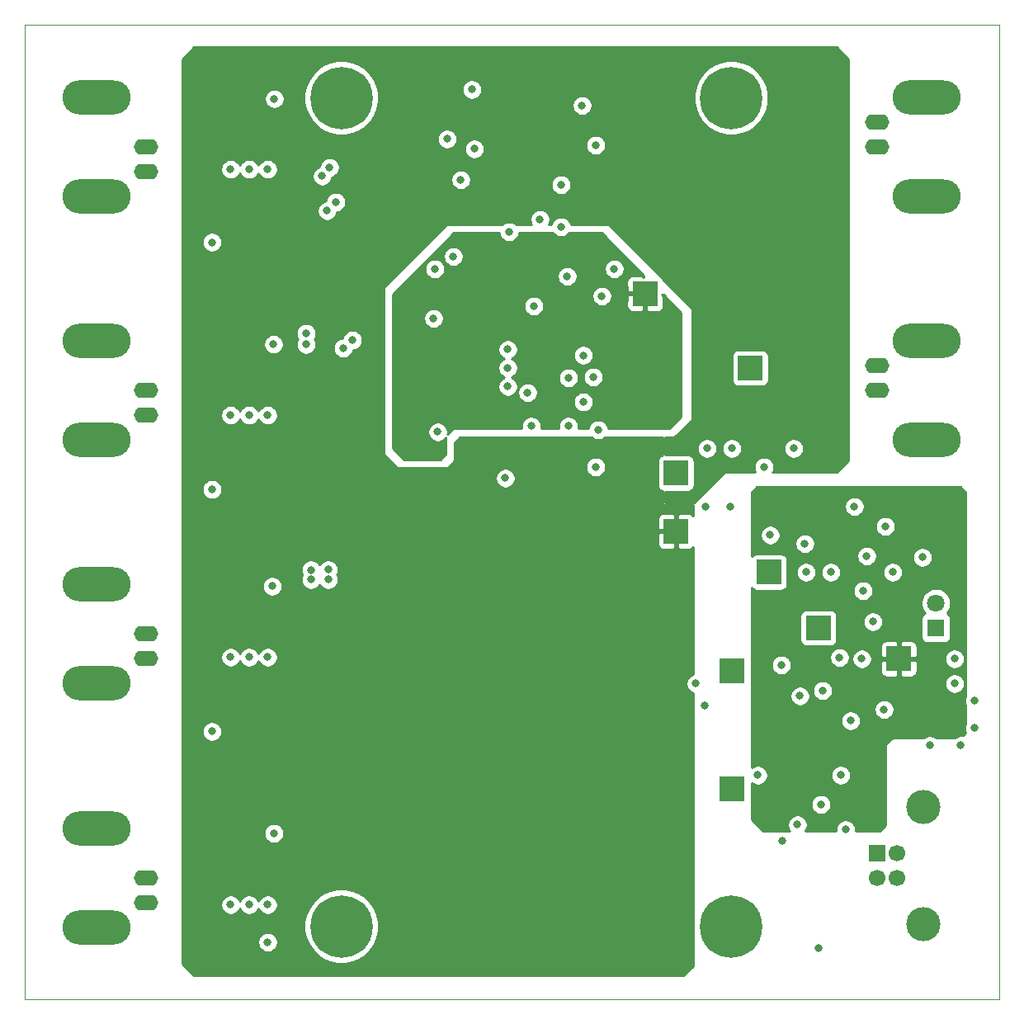
<source format=gbr>
%TF.GenerationSoftware,KiCad,Pcbnew,5.1.5*%
%TF.CreationDate,2020-04-14T20:04:17+02:00*%
%TF.ProjectId,daq_4ch_24bit,6461715f-3463-4685-9f32-346269742e6b,1.1.0*%
%TF.SameCoordinates,Original*%
%TF.FileFunction,Copper,L3,Inr*%
%TF.FilePolarity,Positive*%
%FSLAX46Y46*%
G04 Gerber Fmt 4.6, Leading zero omitted, Abs format (unit mm)*
G04 Created by KiCad (PCBNEW 5.1.5) date 2020-04-14 20:04:17*
%MOMM*%
%LPD*%
G04 APERTURE LIST*
%ADD10C,0.050000*%
%ADD11C,0.800000*%
%ADD12C,6.400000*%
%ADD13R,2.500000X2.500000*%
%ADD14C,1.800000*%
%ADD15R,1.800000X1.800000*%
%ADD16C,3.500000*%
%ADD17C,1.700000*%
%ADD18R,1.700000X1.700000*%
%ADD19O,2.500000X1.600000*%
%ADD20O,7.000000X3.500000*%
%ADD21C,0.254000*%
G04 APERTURE END LIST*
D10*
X150000000Y-57500000D02*
X150000000Y-157500000D01*
X50000000Y-157500000D02*
X50000000Y-57500000D01*
X50000000Y-157500000D02*
X150000000Y-157500000D01*
X50000000Y-57500000D02*
X150000000Y-57500000D01*
D11*
X124197056Y-63302944D03*
X122500000Y-62600000D03*
X120802944Y-63302944D03*
X120100000Y-65000000D03*
X120802944Y-66697056D03*
X122500000Y-67400000D03*
X124197056Y-66697056D03*
X124900000Y-65000000D03*
D12*
X122500000Y-65000000D03*
D11*
X84197056Y-63302944D03*
X82500000Y-62600000D03*
X80802944Y-63302944D03*
X80100000Y-65000000D03*
X80802944Y-66697056D03*
X82500000Y-67400000D03*
X84197056Y-66697056D03*
X84900000Y-65000000D03*
D12*
X82500000Y-65000000D03*
D11*
X124197056Y-148302944D03*
X122500000Y-147600000D03*
X120802944Y-148302944D03*
X120100000Y-150000000D03*
X120802944Y-151697056D03*
X122500000Y-152400000D03*
X124197056Y-151697056D03*
X124900000Y-150000000D03*
D12*
X122500000Y-150000000D03*
D11*
X84197056Y-148302944D03*
X82500000Y-147600000D03*
X80802944Y-148302944D03*
X80100000Y-150000000D03*
X80802944Y-151697056D03*
X82500000Y-152400000D03*
X84197056Y-151697056D03*
X84900000Y-150000000D03*
D12*
X82500000Y-150000000D03*
D13*
X113665000Y-85090000D03*
X116840000Y-109474000D03*
X116840000Y-103505000D03*
X126365000Y-113665000D03*
D14*
X143510000Y-116840000D03*
D15*
X143510000Y-119380000D03*
D16*
X142210000Y-149770000D03*
X142210000Y-137730000D03*
D17*
X139500000Y-142500000D03*
X139500000Y-145000000D03*
X137500000Y-145000000D03*
D18*
X137500000Y-142500000D03*
D13*
X122555000Y-123825000D03*
X122555000Y-135890000D03*
X131445000Y-119380000D03*
X124460000Y-92710000D03*
X139700000Y-122555000D03*
D19*
X137500000Y-92460000D03*
X137500000Y-95000000D03*
D20*
X142580000Y-100080000D03*
X142580000Y-89920000D03*
D19*
X137500000Y-67460000D03*
X137500000Y-70000000D03*
D20*
X142580000Y-75080000D03*
X142580000Y-64920000D03*
D19*
X62500000Y-72540000D03*
X62500000Y-70000000D03*
D20*
X57420000Y-64920000D03*
X57420000Y-75080000D03*
D19*
X62500000Y-97540000D03*
X62500000Y-95000000D03*
D20*
X57420000Y-89920000D03*
X57420000Y-100080000D03*
D19*
X62500000Y-147540000D03*
X62500000Y-145000000D03*
D20*
X57420000Y-139920000D03*
X57420000Y-150080000D03*
D19*
X62500000Y-122540000D03*
X62500000Y-120000000D03*
D20*
X57420000Y-114920000D03*
X57420000Y-125080000D03*
D11*
X106553000Y-70612000D03*
X99695000Y-116840000D03*
X99822000Y-127000000D03*
X75692000Y-66929000D03*
X75497500Y-92142500D03*
X75565000Y-116967000D03*
X75565000Y-142367000D03*
X107315000Y-96198001D03*
X107315000Y-91409998D03*
X112268000Y-102870000D03*
X112268000Y-105410000D03*
X113792000Y-100330000D03*
X106934000Y-77597000D03*
X96139000Y-70231000D03*
X92377500Y-99265500D03*
X75535500Y-90267500D03*
X75397502Y-115102500D03*
X75565000Y-140462000D03*
X105791000Y-98679000D03*
X105791000Y-93726000D03*
X75623135Y-65092865D03*
X109220000Y-85344000D03*
X142875000Y-131445000D03*
X146050000Y-131445000D03*
X147447000Y-129667000D03*
X138176000Y-127762000D03*
X138303000Y-108966000D03*
X135128000Y-106934000D03*
X130048000Y-110744000D03*
X130175000Y-113665000D03*
X132715000Y-113665000D03*
X136017000Y-115570000D03*
X137033000Y-118745000D03*
X135890000Y-122555000D03*
X133604000Y-122428000D03*
X129540000Y-126365000D03*
X131865000Y-125814000D03*
X134239000Y-140081000D03*
X127762000Y-141224000D03*
X129286000Y-139573000D03*
X69215000Y-79813000D03*
X71120000Y-72320000D03*
X73025000Y-72320000D03*
X74930000Y-72320000D03*
X69215000Y-105175000D03*
X71120000Y-97555000D03*
X73025000Y-97555000D03*
X74930000Y-97555000D03*
X71120000Y-147790000D03*
X73025000Y-147790000D03*
X74930000Y-147790000D03*
X69215000Y-130010000D03*
X71120000Y-122390000D03*
X73025000Y-122390000D03*
X74930000Y-122390000D03*
X95885000Y-64135000D03*
X93345000Y-69215000D03*
X94742000Y-73406000D03*
X107188000Y-65786000D03*
X108585000Y-69850000D03*
X105029000Y-73914000D03*
X93980000Y-81280000D03*
X92075000Y-82550000D03*
X105664000Y-83312000D03*
X99568000Y-90805000D03*
X99568000Y-92710000D03*
X99568000Y-94615000D03*
X120015000Y-100965000D03*
X122555000Y-100965000D03*
X125857000Y-102870000D03*
X128905000Y-100965000D03*
X122428000Y-106934000D03*
X119888000Y-106934000D03*
X126492000Y-109855000D03*
X133731000Y-134493000D03*
X131445000Y-152273000D03*
X101981000Y-98679000D03*
X145415000Y-122555000D03*
X145415000Y-125095000D03*
X147447000Y-126873000D03*
X99314000Y-104013000D03*
X91948000Y-87630000D03*
X136397988Y-112014000D03*
X139065000Y-113665000D03*
X99695000Y-78740000D03*
X101600000Y-95250000D03*
X74930000Y-151638000D03*
X110490000Y-82550000D03*
X105029000Y-78232000D03*
X102870000Y-77470000D03*
X102235000Y-86360000D03*
X139319000Y-110998000D03*
X137861000Y-116520000D03*
X128905000Y-105283000D03*
X90170000Y-98425000D03*
X89535000Y-100330000D03*
X88900000Y-95885000D03*
X88900000Y-93980000D03*
X99441000Y-98044000D03*
X115316000Y-91694000D03*
X116332000Y-94488000D03*
X104648000Y-81788000D03*
X142113000Y-112141000D03*
X127635000Y-123190000D03*
X134747000Y-128905000D03*
X131710000Y-137500000D03*
X108585000Y-102870000D03*
X125222000Y-134489066D03*
X118872000Y-125095000D03*
X119761000Y-127381000D03*
X79377156Y-113423762D03*
X81153000Y-113411000D03*
X81153000Y-114427000D03*
X79375000Y-114427000D03*
X83636073Y-89845931D03*
X78867000Y-89154000D03*
X82676998Y-90678000D03*
X78867000Y-90297000D03*
X81280000Y-72136000D03*
X81914992Y-75692000D03*
X81026000Y-76581000D03*
X80518000Y-73025000D03*
X108331000Y-93636000D03*
X108839000Y-99060000D03*
D21*
G36*
X98699774Y-79041898D02*
G01*
X98777795Y-79230256D01*
X98891063Y-79399774D01*
X99035226Y-79543937D01*
X99204744Y-79657205D01*
X99393102Y-79735226D01*
X99593061Y-79775000D01*
X99796939Y-79775000D01*
X99996898Y-79735226D01*
X100185256Y-79657205D01*
X100354774Y-79543937D01*
X100498937Y-79399774D01*
X100612205Y-79230256D01*
X100690226Y-79041898D01*
X100725015Y-78867000D01*
X104208510Y-78867000D01*
X104225063Y-78891774D01*
X104369226Y-79035937D01*
X104538744Y-79149205D01*
X104727102Y-79227226D01*
X104927061Y-79267000D01*
X105130939Y-79267000D01*
X105330898Y-79227226D01*
X105519256Y-79149205D01*
X105688774Y-79035937D01*
X105832937Y-78891774D01*
X105849490Y-78867000D01*
X109167394Y-78867000D01*
X113537998Y-83237604D01*
X113537998Y-83363748D01*
X113379250Y-83205000D01*
X112415000Y-83201928D01*
X112290518Y-83214188D01*
X112170820Y-83250498D01*
X112060506Y-83309463D01*
X111963815Y-83388815D01*
X111884463Y-83485506D01*
X111825498Y-83595820D01*
X111789188Y-83715518D01*
X111776928Y-83840000D01*
X111780000Y-84804250D01*
X111938750Y-84963000D01*
X113538000Y-84963000D01*
X113538000Y-84943000D01*
X113792000Y-84943000D01*
X113792000Y-84963000D01*
X113812000Y-84963000D01*
X113812000Y-85217000D01*
X113792000Y-85217000D01*
X113792000Y-86816250D01*
X113950750Y-86975000D01*
X114915000Y-86978072D01*
X115039482Y-86965812D01*
X115159180Y-86929502D01*
X115269494Y-86870537D01*
X115366185Y-86791185D01*
X115445537Y-86694494D01*
X115504502Y-86584180D01*
X115540812Y-86464482D01*
X115553072Y-86340000D01*
X115550000Y-85375750D01*
X115391252Y-85217002D01*
X115517396Y-85217002D01*
X117348000Y-87047606D01*
X117348000Y-97737394D01*
X116152394Y-98933000D01*
X109869015Y-98933000D01*
X109834226Y-98758102D01*
X109756205Y-98569744D01*
X109642937Y-98400226D01*
X109498774Y-98256063D01*
X109329256Y-98142795D01*
X109140898Y-98064774D01*
X108940939Y-98025000D01*
X108737061Y-98025000D01*
X108537102Y-98064774D01*
X108348744Y-98142795D01*
X108179226Y-98256063D01*
X108035063Y-98400226D01*
X107921795Y-98569744D01*
X107843774Y-98758102D01*
X107808985Y-98933000D01*
X106795753Y-98933000D01*
X106826000Y-98780939D01*
X106826000Y-98577061D01*
X106786226Y-98377102D01*
X106708205Y-98188744D01*
X106594937Y-98019226D01*
X106450774Y-97875063D01*
X106281256Y-97761795D01*
X106092898Y-97683774D01*
X105892939Y-97644000D01*
X105689061Y-97644000D01*
X105489102Y-97683774D01*
X105300744Y-97761795D01*
X105131226Y-97875063D01*
X104987063Y-98019226D01*
X104873795Y-98188744D01*
X104795774Y-98377102D01*
X104756000Y-98577061D01*
X104756000Y-98780939D01*
X104786247Y-98933000D01*
X102985753Y-98933000D01*
X103016000Y-98780939D01*
X103016000Y-98577061D01*
X102976226Y-98377102D01*
X102898205Y-98188744D01*
X102784937Y-98019226D01*
X102640774Y-97875063D01*
X102471256Y-97761795D01*
X102282898Y-97683774D01*
X102082939Y-97644000D01*
X101879061Y-97644000D01*
X101679102Y-97683774D01*
X101490744Y-97761795D01*
X101321226Y-97875063D01*
X101177063Y-98019226D01*
X101063795Y-98188744D01*
X100985774Y-98377102D01*
X100946000Y-98577061D01*
X100946000Y-98780939D01*
X100976247Y-98933000D01*
X93980000Y-98933000D01*
X93955224Y-98935440D01*
X93931399Y-98942667D01*
X93909443Y-98954403D01*
X93890197Y-98970197D01*
X93392523Y-99467871D01*
X93412500Y-99367439D01*
X93412500Y-99163561D01*
X93372726Y-98963602D01*
X93294705Y-98775244D01*
X93181437Y-98605726D01*
X93037274Y-98461563D01*
X92867756Y-98348295D01*
X92679398Y-98270274D01*
X92479439Y-98230500D01*
X92275561Y-98230500D01*
X92075602Y-98270274D01*
X91887244Y-98348295D01*
X91717726Y-98461563D01*
X91573563Y-98605726D01*
X91460295Y-98775244D01*
X91382274Y-98963602D01*
X91342500Y-99163561D01*
X91342500Y-99367439D01*
X91382274Y-99567398D01*
X91460295Y-99755756D01*
X91573563Y-99925274D01*
X91717726Y-100069437D01*
X91887244Y-100182705D01*
X92075602Y-100260726D01*
X92275561Y-100300500D01*
X92479439Y-100300500D01*
X92679398Y-100260726D01*
X92867756Y-100182705D01*
X93037274Y-100069437D01*
X93181437Y-99925274D01*
X93218000Y-99870553D01*
X93218000Y-101547394D01*
X92657394Y-102108000D01*
X88952606Y-102108000D01*
X87757000Y-100912394D01*
X87757000Y-90703061D01*
X98533000Y-90703061D01*
X98533000Y-90906939D01*
X98572774Y-91106898D01*
X98650795Y-91295256D01*
X98764063Y-91464774D01*
X98908226Y-91608937D01*
X99077744Y-91722205D01*
X99162953Y-91757500D01*
X99077744Y-91792795D01*
X98908226Y-91906063D01*
X98764063Y-92050226D01*
X98650795Y-92219744D01*
X98572774Y-92408102D01*
X98533000Y-92608061D01*
X98533000Y-92811939D01*
X98572774Y-93011898D01*
X98650795Y-93200256D01*
X98764063Y-93369774D01*
X98908226Y-93513937D01*
X99077744Y-93627205D01*
X99162953Y-93662500D01*
X99077744Y-93697795D01*
X98908226Y-93811063D01*
X98764063Y-93955226D01*
X98650795Y-94124744D01*
X98572774Y-94313102D01*
X98533000Y-94513061D01*
X98533000Y-94716939D01*
X98572774Y-94916898D01*
X98650795Y-95105256D01*
X98764063Y-95274774D01*
X98908226Y-95418937D01*
X99077744Y-95532205D01*
X99266102Y-95610226D01*
X99466061Y-95650000D01*
X99669939Y-95650000D01*
X99869898Y-95610226D01*
X100058256Y-95532205D01*
X100227774Y-95418937D01*
X100371937Y-95274774D01*
X100456603Y-95148061D01*
X100565000Y-95148061D01*
X100565000Y-95351939D01*
X100604774Y-95551898D01*
X100682795Y-95740256D01*
X100796063Y-95909774D01*
X100940226Y-96053937D01*
X101109744Y-96167205D01*
X101298102Y-96245226D01*
X101498061Y-96285000D01*
X101701939Y-96285000D01*
X101901898Y-96245226D01*
X102090256Y-96167205D01*
X102196729Y-96096062D01*
X106280000Y-96096062D01*
X106280000Y-96299940D01*
X106319774Y-96499899D01*
X106397795Y-96688257D01*
X106511063Y-96857775D01*
X106655226Y-97001938D01*
X106824744Y-97115206D01*
X107013102Y-97193227D01*
X107213061Y-97233001D01*
X107416939Y-97233001D01*
X107616898Y-97193227D01*
X107805256Y-97115206D01*
X107974774Y-97001938D01*
X108118937Y-96857775D01*
X108232205Y-96688257D01*
X108310226Y-96499899D01*
X108350000Y-96299940D01*
X108350000Y-96096062D01*
X108310226Y-95896103D01*
X108232205Y-95707745D01*
X108118937Y-95538227D01*
X107974774Y-95394064D01*
X107805256Y-95280796D01*
X107616898Y-95202775D01*
X107416939Y-95163001D01*
X107213061Y-95163001D01*
X107013102Y-95202775D01*
X106824744Y-95280796D01*
X106655226Y-95394064D01*
X106511063Y-95538227D01*
X106397795Y-95707745D01*
X106319774Y-95896103D01*
X106280000Y-96096062D01*
X102196729Y-96096062D01*
X102259774Y-96053937D01*
X102403937Y-95909774D01*
X102517205Y-95740256D01*
X102595226Y-95551898D01*
X102635000Y-95351939D01*
X102635000Y-95148061D01*
X102595226Y-94948102D01*
X102517205Y-94759744D01*
X102403937Y-94590226D01*
X102259774Y-94446063D01*
X102090256Y-94332795D01*
X101901898Y-94254774D01*
X101701939Y-94215000D01*
X101498061Y-94215000D01*
X101298102Y-94254774D01*
X101109744Y-94332795D01*
X100940226Y-94446063D01*
X100796063Y-94590226D01*
X100682795Y-94759744D01*
X100604774Y-94948102D01*
X100565000Y-95148061D01*
X100456603Y-95148061D01*
X100485205Y-95105256D01*
X100563226Y-94916898D01*
X100603000Y-94716939D01*
X100603000Y-94513061D01*
X100563226Y-94313102D01*
X100485205Y-94124744D01*
X100371937Y-93955226D01*
X100227774Y-93811063D01*
X100058256Y-93697795D01*
X99973047Y-93662500D01*
X100058256Y-93627205D01*
X100062961Y-93624061D01*
X104756000Y-93624061D01*
X104756000Y-93827939D01*
X104795774Y-94027898D01*
X104873795Y-94216256D01*
X104987063Y-94385774D01*
X105131226Y-94529937D01*
X105300744Y-94643205D01*
X105489102Y-94721226D01*
X105689061Y-94761000D01*
X105892939Y-94761000D01*
X106092898Y-94721226D01*
X106281256Y-94643205D01*
X106450774Y-94529937D01*
X106594937Y-94385774D01*
X106708205Y-94216256D01*
X106786226Y-94027898D01*
X106826000Y-93827939D01*
X106826000Y-93624061D01*
X106808099Y-93534061D01*
X107296000Y-93534061D01*
X107296000Y-93737939D01*
X107335774Y-93937898D01*
X107413795Y-94126256D01*
X107527063Y-94295774D01*
X107671226Y-94439937D01*
X107840744Y-94553205D01*
X108029102Y-94631226D01*
X108229061Y-94671000D01*
X108432939Y-94671000D01*
X108632898Y-94631226D01*
X108821256Y-94553205D01*
X108990774Y-94439937D01*
X109134937Y-94295774D01*
X109248205Y-94126256D01*
X109326226Y-93937898D01*
X109366000Y-93737939D01*
X109366000Y-93534061D01*
X109326226Y-93334102D01*
X109248205Y-93145744D01*
X109134937Y-92976226D01*
X108990774Y-92832063D01*
X108821256Y-92718795D01*
X108632898Y-92640774D01*
X108432939Y-92601000D01*
X108229061Y-92601000D01*
X108029102Y-92640774D01*
X107840744Y-92718795D01*
X107671226Y-92832063D01*
X107527063Y-92976226D01*
X107413795Y-93145744D01*
X107335774Y-93334102D01*
X107296000Y-93534061D01*
X106808099Y-93534061D01*
X106786226Y-93424102D01*
X106708205Y-93235744D01*
X106594937Y-93066226D01*
X106450774Y-92922063D01*
X106281256Y-92808795D01*
X106092898Y-92730774D01*
X105892939Y-92691000D01*
X105689061Y-92691000D01*
X105489102Y-92730774D01*
X105300744Y-92808795D01*
X105131226Y-92922063D01*
X104987063Y-93066226D01*
X104873795Y-93235744D01*
X104795774Y-93424102D01*
X104756000Y-93624061D01*
X100062961Y-93624061D01*
X100227774Y-93513937D01*
X100371937Y-93369774D01*
X100485205Y-93200256D01*
X100563226Y-93011898D01*
X100603000Y-92811939D01*
X100603000Y-92608061D01*
X100563226Y-92408102D01*
X100485205Y-92219744D01*
X100371937Y-92050226D01*
X100227774Y-91906063D01*
X100058256Y-91792795D01*
X99973047Y-91757500D01*
X100058256Y-91722205D01*
X100227774Y-91608937D01*
X100371937Y-91464774D01*
X100476650Y-91308059D01*
X106280000Y-91308059D01*
X106280000Y-91511937D01*
X106319774Y-91711896D01*
X106397795Y-91900254D01*
X106511063Y-92069772D01*
X106655226Y-92213935D01*
X106824744Y-92327203D01*
X107013102Y-92405224D01*
X107213061Y-92444998D01*
X107416939Y-92444998D01*
X107616898Y-92405224D01*
X107805256Y-92327203D01*
X107974774Y-92213935D01*
X108118937Y-92069772D01*
X108232205Y-91900254D01*
X108310226Y-91711896D01*
X108350000Y-91511937D01*
X108350000Y-91308059D01*
X108310226Y-91108100D01*
X108232205Y-90919742D01*
X108118937Y-90750224D01*
X107974774Y-90606061D01*
X107805256Y-90492793D01*
X107616898Y-90414772D01*
X107416939Y-90374998D01*
X107213061Y-90374998D01*
X107013102Y-90414772D01*
X106824744Y-90492793D01*
X106655226Y-90606061D01*
X106511063Y-90750224D01*
X106397795Y-90919742D01*
X106319774Y-91108100D01*
X106280000Y-91308059D01*
X100476650Y-91308059D01*
X100485205Y-91295256D01*
X100563226Y-91106898D01*
X100603000Y-90906939D01*
X100603000Y-90703061D01*
X100563226Y-90503102D01*
X100485205Y-90314744D01*
X100371937Y-90145226D01*
X100227774Y-90001063D01*
X100058256Y-89887795D01*
X99869898Y-89809774D01*
X99669939Y-89770000D01*
X99466061Y-89770000D01*
X99266102Y-89809774D01*
X99077744Y-89887795D01*
X98908226Y-90001063D01*
X98764063Y-90145226D01*
X98650795Y-90314744D01*
X98572774Y-90503102D01*
X98533000Y-90703061D01*
X87757000Y-90703061D01*
X87757000Y-87528061D01*
X90913000Y-87528061D01*
X90913000Y-87731939D01*
X90952774Y-87931898D01*
X91030795Y-88120256D01*
X91144063Y-88289774D01*
X91288226Y-88433937D01*
X91457744Y-88547205D01*
X91646102Y-88625226D01*
X91846061Y-88665000D01*
X92049939Y-88665000D01*
X92249898Y-88625226D01*
X92438256Y-88547205D01*
X92607774Y-88433937D01*
X92751937Y-88289774D01*
X92865205Y-88120256D01*
X92943226Y-87931898D01*
X92983000Y-87731939D01*
X92983000Y-87528061D01*
X92943226Y-87328102D01*
X92865205Y-87139744D01*
X92751937Y-86970226D01*
X92607774Y-86826063D01*
X92438256Y-86712795D01*
X92249898Y-86634774D01*
X92049939Y-86595000D01*
X91846061Y-86595000D01*
X91646102Y-86634774D01*
X91457744Y-86712795D01*
X91288226Y-86826063D01*
X91144063Y-86970226D01*
X91030795Y-87139744D01*
X90952774Y-87328102D01*
X90913000Y-87528061D01*
X87757000Y-87528061D01*
X87757000Y-86258061D01*
X101200000Y-86258061D01*
X101200000Y-86461939D01*
X101239774Y-86661898D01*
X101317795Y-86850256D01*
X101431063Y-87019774D01*
X101575226Y-87163937D01*
X101744744Y-87277205D01*
X101933102Y-87355226D01*
X102133061Y-87395000D01*
X102336939Y-87395000D01*
X102536898Y-87355226D01*
X102725256Y-87277205D01*
X102894774Y-87163937D01*
X103038937Y-87019774D01*
X103152205Y-86850256D01*
X103230226Y-86661898D01*
X103270000Y-86461939D01*
X103270000Y-86258061D01*
X103230226Y-86058102D01*
X103152205Y-85869744D01*
X103038937Y-85700226D01*
X102894774Y-85556063D01*
X102725256Y-85442795D01*
X102536898Y-85364774D01*
X102336939Y-85325000D01*
X102133061Y-85325000D01*
X101933102Y-85364774D01*
X101744744Y-85442795D01*
X101575226Y-85556063D01*
X101431063Y-85700226D01*
X101317795Y-85869744D01*
X101239774Y-86058102D01*
X101200000Y-86258061D01*
X87757000Y-86258061D01*
X87757000Y-85242061D01*
X108185000Y-85242061D01*
X108185000Y-85445939D01*
X108224774Y-85645898D01*
X108302795Y-85834256D01*
X108416063Y-86003774D01*
X108560226Y-86147937D01*
X108729744Y-86261205D01*
X108918102Y-86339226D01*
X109118061Y-86379000D01*
X109321939Y-86379000D01*
X109518006Y-86340000D01*
X111776928Y-86340000D01*
X111789188Y-86464482D01*
X111825498Y-86584180D01*
X111884463Y-86694494D01*
X111963815Y-86791185D01*
X112060506Y-86870537D01*
X112170820Y-86929502D01*
X112290518Y-86965812D01*
X112415000Y-86978072D01*
X113379250Y-86975000D01*
X113538000Y-86816250D01*
X113538000Y-85217000D01*
X111938750Y-85217000D01*
X111780000Y-85375750D01*
X111776928Y-86340000D01*
X109518006Y-86340000D01*
X109521898Y-86339226D01*
X109710256Y-86261205D01*
X109879774Y-86147937D01*
X110023937Y-86003774D01*
X110137205Y-85834256D01*
X110215226Y-85645898D01*
X110255000Y-85445939D01*
X110255000Y-85242061D01*
X110215226Y-85042102D01*
X110137205Y-84853744D01*
X110023937Y-84684226D01*
X109879774Y-84540063D01*
X109710256Y-84426795D01*
X109521898Y-84348774D01*
X109321939Y-84309000D01*
X109118061Y-84309000D01*
X108918102Y-84348774D01*
X108729744Y-84426795D01*
X108560226Y-84540063D01*
X108416063Y-84684226D01*
X108302795Y-84853744D01*
X108224774Y-85042102D01*
X108185000Y-85242061D01*
X87757000Y-85242061D01*
X87757000Y-85142606D01*
X90451545Y-82448061D01*
X91040000Y-82448061D01*
X91040000Y-82651939D01*
X91079774Y-82851898D01*
X91157795Y-83040256D01*
X91271063Y-83209774D01*
X91415226Y-83353937D01*
X91584744Y-83467205D01*
X91773102Y-83545226D01*
X91973061Y-83585000D01*
X92176939Y-83585000D01*
X92376898Y-83545226D01*
X92565256Y-83467205D01*
X92734774Y-83353937D01*
X92878650Y-83210061D01*
X104629000Y-83210061D01*
X104629000Y-83413939D01*
X104668774Y-83613898D01*
X104746795Y-83802256D01*
X104860063Y-83971774D01*
X105004226Y-84115937D01*
X105173744Y-84229205D01*
X105362102Y-84307226D01*
X105562061Y-84347000D01*
X105765939Y-84347000D01*
X105965898Y-84307226D01*
X106154256Y-84229205D01*
X106323774Y-84115937D01*
X106467937Y-83971774D01*
X106581205Y-83802256D01*
X106659226Y-83613898D01*
X106699000Y-83413939D01*
X106699000Y-83210061D01*
X106659226Y-83010102D01*
X106581205Y-82821744D01*
X106467937Y-82652226D01*
X106323774Y-82508063D01*
X106233975Y-82448061D01*
X109455000Y-82448061D01*
X109455000Y-82651939D01*
X109494774Y-82851898D01*
X109572795Y-83040256D01*
X109686063Y-83209774D01*
X109830226Y-83353937D01*
X109999744Y-83467205D01*
X110188102Y-83545226D01*
X110388061Y-83585000D01*
X110591939Y-83585000D01*
X110791898Y-83545226D01*
X110980256Y-83467205D01*
X111149774Y-83353937D01*
X111293937Y-83209774D01*
X111407205Y-83040256D01*
X111485226Y-82851898D01*
X111525000Y-82651939D01*
X111525000Y-82448061D01*
X111485226Y-82248102D01*
X111407205Y-82059744D01*
X111293937Y-81890226D01*
X111149774Y-81746063D01*
X110980256Y-81632795D01*
X110791898Y-81554774D01*
X110591939Y-81515000D01*
X110388061Y-81515000D01*
X110188102Y-81554774D01*
X109999744Y-81632795D01*
X109830226Y-81746063D01*
X109686063Y-81890226D01*
X109572795Y-82059744D01*
X109494774Y-82248102D01*
X109455000Y-82448061D01*
X106233975Y-82448061D01*
X106154256Y-82394795D01*
X105965898Y-82316774D01*
X105765939Y-82277000D01*
X105562061Y-82277000D01*
X105362102Y-82316774D01*
X105173744Y-82394795D01*
X105004226Y-82508063D01*
X104860063Y-82652226D01*
X104746795Y-82821744D01*
X104668774Y-83010102D01*
X104629000Y-83210061D01*
X92878650Y-83210061D01*
X92878937Y-83209774D01*
X92992205Y-83040256D01*
X93070226Y-82851898D01*
X93110000Y-82651939D01*
X93110000Y-82448061D01*
X93070226Y-82248102D01*
X92992205Y-82059744D01*
X92878937Y-81890226D01*
X92734774Y-81746063D01*
X92565256Y-81632795D01*
X92376898Y-81554774D01*
X92176939Y-81515000D01*
X91973061Y-81515000D01*
X91773102Y-81554774D01*
X91584744Y-81632795D01*
X91415226Y-81746063D01*
X91271063Y-81890226D01*
X91157795Y-82059744D01*
X91079774Y-82248102D01*
X91040000Y-82448061D01*
X90451545Y-82448061D01*
X91721545Y-81178061D01*
X92945000Y-81178061D01*
X92945000Y-81381939D01*
X92984774Y-81581898D01*
X93062795Y-81770256D01*
X93176063Y-81939774D01*
X93320226Y-82083937D01*
X93489744Y-82197205D01*
X93678102Y-82275226D01*
X93878061Y-82315000D01*
X94081939Y-82315000D01*
X94281898Y-82275226D01*
X94470256Y-82197205D01*
X94639774Y-82083937D01*
X94783937Y-81939774D01*
X94897205Y-81770256D01*
X94975226Y-81581898D01*
X95015000Y-81381939D01*
X95015000Y-81178061D01*
X94975226Y-80978102D01*
X94897205Y-80789744D01*
X94783937Y-80620226D01*
X94639774Y-80476063D01*
X94470256Y-80362795D01*
X94281898Y-80284774D01*
X94081939Y-80245000D01*
X93878061Y-80245000D01*
X93678102Y-80284774D01*
X93489744Y-80362795D01*
X93320226Y-80476063D01*
X93176063Y-80620226D01*
X93062795Y-80789744D01*
X92984774Y-80978102D01*
X92945000Y-81178061D01*
X91721545Y-81178061D01*
X94032606Y-78867000D01*
X98664985Y-78867000D01*
X98699774Y-79041898D01*
G37*
X98699774Y-79041898D02*
X98777795Y-79230256D01*
X98891063Y-79399774D01*
X99035226Y-79543937D01*
X99204744Y-79657205D01*
X99393102Y-79735226D01*
X99593061Y-79775000D01*
X99796939Y-79775000D01*
X99996898Y-79735226D01*
X100185256Y-79657205D01*
X100354774Y-79543937D01*
X100498937Y-79399774D01*
X100612205Y-79230256D01*
X100690226Y-79041898D01*
X100725015Y-78867000D01*
X104208510Y-78867000D01*
X104225063Y-78891774D01*
X104369226Y-79035937D01*
X104538744Y-79149205D01*
X104727102Y-79227226D01*
X104927061Y-79267000D01*
X105130939Y-79267000D01*
X105330898Y-79227226D01*
X105519256Y-79149205D01*
X105688774Y-79035937D01*
X105832937Y-78891774D01*
X105849490Y-78867000D01*
X109167394Y-78867000D01*
X113537998Y-83237604D01*
X113537998Y-83363748D01*
X113379250Y-83205000D01*
X112415000Y-83201928D01*
X112290518Y-83214188D01*
X112170820Y-83250498D01*
X112060506Y-83309463D01*
X111963815Y-83388815D01*
X111884463Y-83485506D01*
X111825498Y-83595820D01*
X111789188Y-83715518D01*
X111776928Y-83840000D01*
X111780000Y-84804250D01*
X111938750Y-84963000D01*
X113538000Y-84963000D01*
X113538000Y-84943000D01*
X113792000Y-84943000D01*
X113792000Y-84963000D01*
X113812000Y-84963000D01*
X113812000Y-85217000D01*
X113792000Y-85217000D01*
X113792000Y-86816250D01*
X113950750Y-86975000D01*
X114915000Y-86978072D01*
X115039482Y-86965812D01*
X115159180Y-86929502D01*
X115269494Y-86870537D01*
X115366185Y-86791185D01*
X115445537Y-86694494D01*
X115504502Y-86584180D01*
X115540812Y-86464482D01*
X115553072Y-86340000D01*
X115550000Y-85375750D01*
X115391252Y-85217002D01*
X115517396Y-85217002D01*
X117348000Y-87047606D01*
X117348000Y-97737394D01*
X116152394Y-98933000D01*
X109869015Y-98933000D01*
X109834226Y-98758102D01*
X109756205Y-98569744D01*
X109642937Y-98400226D01*
X109498774Y-98256063D01*
X109329256Y-98142795D01*
X109140898Y-98064774D01*
X108940939Y-98025000D01*
X108737061Y-98025000D01*
X108537102Y-98064774D01*
X108348744Y-98142795D01*
X108179226Y-98256063D01*
X108035063Y-98400226D01*
X107921795Y-98569744D01*
X107843774Y-98758102D01*
X107808985Y-98933000D01*
X106795753Y-98933000D01*
X106826000Y-98780939D01*
X106826000Y-98577061D01*
X106786226Y-98377102D01*
X106708205Y-98188744D01*
X106594937Y-98019226D01*
X106450774Y-97875063D01*
X106281256Y-97761795D01*
X106092898Y-97683774D01*
X105892939Y-97644000D01*
X105689061Y-97644000D01*
X105489102Y-97683774D01*
X105300744Y-97761795D01*
X105131226Y-97875063D01*
X104987063Y-98019226D01*
X104873795Y-98188744D01*
X104795774Y-98377102D01*
X104756000Y-98577061D01*
X104756000Y-98780939D01*
X104786247Y-98933000D01*
X102985753Y-98933000D01*
X103016000Y-98780939D01*
X103016000Y-98577061D01*
X102976226Y-98377102D01*
X102898205Y-98188744D01*
X102784937Y-98019226D01*
X102640774Y-97875063D01*
X102471256Y-97761795D01*
X102282898Y-97683774D01*
X102082939Y-97644000D01*
X101879061Y-97644000D01*
X101679102Y-97683774D01*
X101490744Y-97761795D01*
X101321226Y-97875063D01*
X101177063Y-98019226D01*
X101063795Y-98188744D01*
X100985774Y-98377102D01*
X100946000Y-98577061D01*
X100946000Y-98780939D01*
X100976247Y-98933000D01*
X93980000Y-98933000D01*
X93955224Y-98935440D01*
X93931399Y-98942667D01*
X93909443Y-98954403D01*
X93890197Y-98970197D01*
X93392523Y-99467871D01*
X93412500Y-99367439D01*
X93412500Y-99163561D01*
X93372726Y-98963602D01*
X93294705Y-98775244D01*
X93181437Y-98605726D01*
X93037274Y-98461563D01*
X92867756Y-98348295D01*
X92679398Y-98270274D01*
X92479439Y-98230500D01*
X92275561Y-98230500D01*
X92075602Y-98270274D01*
X91887244Y-98348295D01*
X91717726Y-98461563D01*
X91573563Y-98605726D01*
X91460295Y-98775244D01*
X91382274Y-98963602D01*
X91342500Y-99163561D01*
X91342500Y-99367439D01*
X91382274Y-99567398D01*
X91460295Y-99755756D01*
X91573563Y-99925274D01*
X91717726Y-100069437D01*
X91887244Y-100182705D01*
X92075602Y-100260726D01*
X92275561Y-100300500D01*
X92479439Y-100300500D01*
X92679398Y-100260726D01*
X92867756Y-100182705D01*
X93037274Y-100069437D01*
X93181437Y-99925274D01*
X93218000Y-99870553D01*
X93218000Y-101547394D01*
X92657394Y-102108000D01*
X88952606Y-102108000D01*
X87757000Y-100912394D01*
X87757000Y-90703061D01*
X98533000Y-90703061D01*
X98533000Y-90906939D01*
X98572774Y-91106898D01*
X98650795Y-91295256D01*
X98764063Y-91464774D01*
X98908226Y-91608937D01*
X99077744Y-91722205D01*
X99162953Y-91757500D01*
X99077744Y-91792795D01*
X98908226Y-91906063D01*
X98764063Y-92050226D01*
X98650795Y-92219744D01*
X98572774Y-92408102D01*
X98533000Y-92608061D01*
X98533000Y-92811939D01*
X98572774Y-93011898D01*
X98650795Y-93200256D01*
X98764063Y-93369774D01*
X98908226Y-93513937D01*
X99077744Y-93627205D01*
X99162953Y-93662500D01*
X99077744Y-93697795D01*
X98908226Y-93811063D01*
X98764063Y-93955226D01*
X98650795Y-94124744D01*
X98572774Y-94313102D01*
X98533000Y-94513061D01*
X98533000Y-94716939D01*
X98572774Y-94916898D01*
X98650795Y-95105256D01*
X98764063Y-95274774D01*
X98908226Y-95418937D01*
X99077744Y-95532205D01*
X99266102Y-95610226D01*
X99466061Y-95650000D01*
X99669939Y-95650000D01*
X99869898Y-95610226D01*
X100058256Y-95532205D01*
X100227774Y-95418937D01*
X100371937Y-95274774D01*
X100456603Y-95148061D01*
X100565000Y-95148061D01*
X100565000Y-95351939D01*
X100604774Y-95551898D01*
X100682795Y-95740256D01*
X100796063Y-95909774D01*
X100940226Y-96053937D01*
X101109744Y-96167205D01*
X101298102Y-96245226D01*
X101498061Y-96285000D01*
X101701939Y-96285000D01*
X101901898Y-96245226D01*
X102090256Y-96167205D01*
X102196729Y-96096062D01*
X106280000Y-96096062D01*
X106280000Y-96299940D01*
X106319774Y-96499899D01*
X106397795Y-96688257D01*
X106511063Y-96857775D01*
X106655226Y-97001938D01*
X106824744Y-97115206D01*
X107013102Y-97193227D01*
X107213061Y-97233001D01*
X107416939Y-97233001D01*
X107616898Y-97193227D01*
X107805256Y-97115206D01*
X107974774Y-97001938D01*
X108118937Y-96857775D01*
X108232205Y-96688257D01*
X108310226Y-96499899D01*
X108350000Y-96299940D01*
X108350000Y-96096062D01*
X108310226Y-95896103D01*
X108232205Y-95707745D01*
X108118937Y-95538227D01*
X107974774Y-95394064D01*
X107805256Y-95280796D01*
X107616898Y-95202775D01*
X107416939Y-95163001D01*
X107213061Y-95163001D01*
X107013102Y-95202775D01*
X106824744Y-95280796D01*
X106655226Y-95394064D01*
X106511063Y-95538227D01*
X106397795Y-95707745D01*
X106319774Y-95896103D01*
X106280000Y-96096062D01*
X102196729Y-96096062D01*
X102259774Y-96053937D01*
X102403937Y-95909774D01*
X102517205Y-95740256D01*
X102595226Y-95551898D01*
X102635000Y-95351939D01*
X102635000Y-95148061D01*
X102595226Y-94948102D01*
X102517205Y-94759744D01*
X102403937Y-94590226D01*
X102259774Y-94446063D01*
X102090256Y-94332795D01*
X101901898Y-94254774D01*
X101701939Y-94215000D01*
X101498061Y-94215000D01*
X101298102Y-94254774D01*
X101109744Y-94332795D01*
X100940226Y-94446063D01*
X100796063Y-94590226D01*
X100682795Y-94759744D01*
X100604774Y-94948102D01*
X100565000Y-95148061D01*
X100456603Y-95148061D01*
X100485205Y-95105256D01*
X100563226Y-94916898D01*
X100603000Y-94716939D01*
X100603000Y-94513061D01*
X100563226Y-94313102D01*
X100485205Y-94124744D01*
X100371937Y-93955226D01*
X100227774Y-93811063D01*
X100058256Y-93697795D01*
X99973047Y-93662500D01*
X100058256Y-93627205D01*
X100062961Y-93624061D01*
X104756000Y-93624061D01*
X104756000Y-93827939D01*
X104795774Y-94027898D01*
X104873795Y-94216256D01*
X104987063Y-94385774D01*
X105131226Y-94529937D01*
X105300744Y-94643205D01*
X105489102Y-94721226D01*
X105689061Y-94761000D01*
X105892939Y-94761000D01*
X106092898Y-94721226D01*
X106281256Y-94643205D01*
X106450774Y-94529937D01*
X106594937Y-94385774D01*
X106708205Y-94216256D01*
X106786226Y-94027898D01*
X106826000Y-93827939D01*
X106826000Y-93624061D01*
X106808099Y-93534061D01*
X107296000Y-93534061D01*
X107296000Y-93737939D01*
X107335774Y-93937898D01*
X107413795Y-94126256D01*
X107527063Y-94295774D01*
X107671226Y-94439937D01*
X107840744Y-94553205D01*
X108029102Y-94631226D01*
X108229061Y-94671000D01*
X108432939Y-94671000D01*
X108632898Y-94631226D01*
X108821256Y-94553205D01*
X108990774Y-94439937D01*
X109134937Y-94295774D01*
X109248205Y-94126256D01*
X109326226Y-93937898D01*
X109366000Y-93737939D01*
X109366000Y-93534061D01*
X109326226Y-93334102D01*
X109248205Y-93145744D01*
X109134937Y-92976226D01*
X108990774Y-92832063D01*
X108821256Y-92718795D01*
X108632898Y-92640774D01*
X108432939Y-92601000D01*
X108229061Y-92601000D01*
X108029102Y-92640774D01*
X107840744Y-92718795D01*
X107671226Y-92832063D01*
X107527063Y-92976226D01*
X107413795Y-93145744D01*
X107335774Y-93334102D01*
X107296000Y-93534061D01*
X106808099Y-93534061D01*
X106786226Y-93424102D01*
X106708205Y-93235744D01*
X106594937Y-93066226D01*
X106450774Y-92922063D01*
X106281256Y-92808795D01*
X106092898Y-92730774D01*
X105892939Y-92691000D01*
X105689061Y-92691000D01*
X105489102Y-92730774D01*
X105300744Y-92808795D01*
X105131226Y-92922063D01*
X104987063Y-93066226D01*
X104873795Y-93235744D01*
X104795774Y-93424102D01*
X104756000Y-93624061D01*
X100062961Y-93624061D01*
X100227774Y-93513937D01*
X100371937Y-93369774D01*
X100485205Y-93200256D01*
X100563226Y-93011898D01*
X100603000Y-92811939D01*
X100603000Y-92608061D01*
X100563226Y-92408102D01*
X100485205Y-92219744D01*
X100371937Y-92050226D01*
X100227774Y-91906063D01*
X100058256Y-91792795D01*
X99973047Y-91757500D01*
X100058256Y-91722205D01*
X100227774Y-91608937D01*
X100371937Y-91464774D01*
X100476650Y-91308059D01*
X106280000Y-91308059D01*
X106280000Y-91511937D01*
X106319774Y-91711896D01*
X106397795Y-91900254D01*
X106511063Y-92069772D01*
X106655226Y-92213935D01*
X106824744Y-92327203D01*
X107013102Y-92405224D01*
X107213061Y-92444998D01*
X107416939Y-92444998D01*
X107616898Y-92405224D01*
X107805256Y-92327203D01*
X107974774Y-92213935D01*
X108118937Y-92069772D01*
X108232205Y-91900254D01*
X108310226Y-91711896D01*
X108350000Y-91511937D01*
X108350000Y-91308059D01*
X108310226Y-91108100D01*
X108232205Y-90919742D01*
X108118937Y-90750224D01*
X107974774Y-90606061D01*
X107805256Y-90492793D01*
X107616898Y-90414772D01*
X107416939Y-90374998D01*
X107213061Y-90374998D01*
X107013102Y-90414772D01*
X106824744Y-90492793D01*
X106655226Y-90606061D01*
X106511063Y-90750224D01*
X106397795Y-90919742D01*
X106319774Y-91108100D01*
X106280000Y-91308059D01*
X100476650Y-91308059D01*
X100485205Y-91295256D01*
X100563226Y-91106898D01*
X100603000Y-90906939D01*
X100603000Y-90703061D01*
X100563226Y-90503102D01*
X100485205Y-90314744D01*
X100371937Y-90145226D01*
X100227774Y-90001063D01*
X100058256Y-89887795D01*
X99869898Y-89809774D01*
X99669939Y-89770000D01*
X99466061Y-89770000D01*
X99266102Y-89809774D01*
X99077744Y-89887795D01*
X98908226Y-90001063D01*
X98764063Y-90145226D01*
X98650795Y-90314744D01*
X98572774Y-90503102D01*
X98533000Y-90703061D01*
X87757000Y-90703061D01*
X87757000Y-87528061D01*
X90913000Y-87528061D01*
X90913000Y-87731939D01*
X90952774Y-87931898D01*
X91030795Y-88120256D01*
X91144063Y-88289774D01*
X91288226Y-88433937D01*
X91457744Y-88547205D01*
X91646102Y-88625226D01*
X91846061Y-88665000D01*
X92049939Y-88665000D01*
X92249898Y-88625226D01*
X92438256Y-88547205D01*
X92607774Y-88433937D01*
X92751937Y-88289774D01*
X92865205Y-88120256D01*
X92943226Y-87931898D01*
X92983000Y-87731939D01*
X92983000Y-87528061D01*
X92943226Y-87328102D01*
X92865205Y-87139744D01*
X92751937Y-86970226D01*
X92607774Y-86826063D01*
X92438256Y-86712795D01*
X92249898Y-86634774D01*
X92049939Y-86595000D01*
X91846061Y-86595000D01*
X91646102Y-86634774D01*
X91457744Y-86712795D01*
X91288226Y-86826063D01*
X91144063Y-86970226D01*
X91030795Y-87139744D01*
X90952774Y-87328102D01*
X90913000Y-87528061D01*
X87757000Y-87528061D01*
X87757000Y-86258061D01*
X101200000Y-86258061D01*
X101200000Y-86461939D01*
X101239774Y-86661898D01*
X101317795Y-86850256D01*
X101431063Y-87019774D01*
X101575226Y-87163937D01*
X101744744Y-87277205D01*
X101933102Y-87355226D01*
X102133061Y-87395000D01*
X102336939Y-87395000D01*
X102536898Y-87355226D01*
X102725256Y-87277205D01*
X102894774Y-87163937D01*
X103038937Y-87019774D01*
X103152205Y-86850256D01*
X103230226Y-86661898D01*
X103270000Y-86461939D01*
X103270000Y-86258061D01*
X103230226Y-86058102D01*
X103152205Y-85869744D01*
X103038937Y-85700226D01*
X102894774Y-85556063D01*
X102725256Y-85442795D01*
X102536898Y-85364774D01*
X102336939Y-85325000D01*
X102133061Y-85325000D01*
X101933102Y-85364774D01*
X101744744Y-85442795D01*
X101575226Y-85556063D01*
X101431063Y-85700226D01*
X101317795Y-85869744D01*
X101239774Y-86058102D01*
X101200000Y-86258061D01*
X87757000Y-86258061D01*
X87757000Y-85242061D01*
X108185000Y-85242061D01*
X108185000Y-85445939D01*
X108224774Y-85645898D01*
X108302795Y-85834256D01*
X108416063Y-86003774D01*
X108560226Y-86147937D01*
X108729744Y-86261205D01*
X108918102Y-86339226D01*
X109118061Y-86379000D01*
X109321939Y-86379000D01*
X109518006Y-86340000D01*
X111776928Y-86340000D01*
X111789188Y-86464482D01*
X111825498Y-86584180D01*
X111884463Y-86694494D01*
X111963815Y-86791185D01*
X112060506Y-86870537D01*
X112170820Y-86929502D01*
X112290518Y-86965812D01*
X112415000Y-86978072D01*
X113379250Y-86975000D01*
X113538000Y-86816250D01*
X113538000Y-85217000D01*
X111938750Y-85217000D01*
X111780000Y-85375750D01*
X111776928Y-86340000D01*
X109518006Y-86340000D01*
X109521898Y-86339226D01*
X109710256Y-86261205D01*
X109879774Y-86147937D01*
X110023937Y-86003774D01*
X110137205Y-85834256D01*
X110215226Y-85645898D01*
X110255000Y-85445939D01*
X110255000Y-85242061D01*
X110215226Y-85042102D01*
X110137205Y-84853744D01*
X110023937Y-84684226D01*
X109879774Y-84540063D01*
X109710256Y-84426795D01*
X109521898Y-84348774D01*
X109321939Y-84309000D01*
X109118061Y-84309000D01*
X108918102Y-84348774D01*
X108729744Y-84426795D01*
X108560226Y-84540063D01*
X108416063Y-84684226D01*
X108302795Y-84853744D01*
X108224774Y-85042102D01*
X108185000Y-85242061D01*
X87757000Y-85242061D01*
X87757000Y-85142606D01*
X90451545Y-82448061D01*
X91040000Y-82448061D01*
X91040000Y-82651939D01*
X91079774Y-82851898D01*
X91157795Y-83040256D01*
X91271063Y-83209774D01*
X91415226Y-83353937D01*
X91584744Y-83467205D01*
X91773102Y-83545226D01*
X91973061Y-83585000D01*
X92176939Y-83585000D01*
X92376898Y-83545226D01*
X92565256Y-83467205D01*
X92734774Y-83353937D01*
X92878650Y-83210061D01*
X104629000Y-83210061D01*
X104629000Y-83413939D01*
X104668774Y-83613898D01*
X104746795Y-83802256D01*
X104860063Y-83971774D01*
X105004226Y-84115937D01*
X105173744Y-84229205D01*
X105362102Y-84307226D01*
X105562061Y-84347000D01*
X105765939Y-84347000D01*
X105965898Y-84307226D01*
X106154256Y-84229205D01*
X106323774Y-84115937D01*
X106467937Y-83971774D01*
X106581205Y-83802256D01*
X106659226Y-83613898D01*
X106699000Y-83413939D01*
X106699000Y-83210061D01*
X106659226Y-83010102D01*
X106581205Y-82821744D01*
X106467937Y-82652226D01*
X106323774Y-82508063D01*
X106233975Y-82448061D01*
X109455000Y-82448061D01*
X109455000Y-82651939D01*
X109494774Y-82851898D01*
X109572795Y-83040256D01*
X109686063Y-83209774D01*
X109830226Y-83353937D01*
X109999744Y-83467205D01*
X110188102Y-83545226D01*
X110388061Y-83585000D01*
X110591939Y-83585000D01*
X110791898Y-83545226D01*
X110980256Y-83467205D01*
X111149774Y-83353937D01*
X111293937Y-83209774D01*
X111407205Y-83040256D01*
X111485226Y-82851898D01*
X111525000Y-82651939D01*
X111525000Y-82448061D01*
X111485226Y-82248102D01*
X111407205Y-82059744D01*
X111293937Y-81890226D01*
X111149774Y-81746063D01*
X110980256Y-81632795D01*
X110791898Y-81554774D01*
X110591939Y-81515000D01*
X110388061Y-81515000D01*
X110188102Y-81554774D01*
X109999744Y-81632795D01*
X109830226Y-81746063D01*
X109686063Y-81890226D01*
X109572795Y-82059744D01*
X109494774Y-82248102D01*
X109455000Y-82448061D01*
X106233975Y-82448061D01*
X106154256Y-82394795D01*
X105965898Y-82316774D01*
X105765939Y-82277000D01*
X105562061Y-82277000D01*
X105362102Y-82316774D01*
X105173744Y-82394795D01*
X105004226Y-82508063D01*
X104860063Y-82652226D01*
X104746795Y-82821744D01*
X104668774Y-83010102D01*
X104629000Y-83210061D01*
X92878650Y-83210061D01*
X92878937Y-83209774D01*
X92992205Y-83040256D01*
X93070226Y-82851898D01*
X93110000Y-82651939D01*
X93110000Y-82448061D01*
X93070226Y-82248102D01*
X92992205Y-82059744D01*
X92878937Y-81890226D01*
X92734774Y-81746063D01*
X92565256Y-81632795D01*
X92376898Y-81554774D01*
X92176939Y-81515000D01*
X91973061Y-81515000D01*
X91773102Y-81554774D01*
X91584744Y-81632795D01*
X91415226Y-81746063D01*
X91271063Y-81890226D01*
X91157795Y-82059744D01*
X91079774Y-82248102D01*
X91040000Y-82448061D01*
X90451545Y-82448061D01*
X91721545Y-81178061D01*
X92945000Y-81178061D01*
X92945000Y-81381939D01*
X92984774Y-81581898D01*
X93062795Y-81770256D01*
X93176063Y-81939774D01*
X93320226Y-82083937D01*
X93489744Y-82197205D01*
X93678102Y-82275226D01*
X93878061Y-82315000D01*
X94081939Y-82315000D01*
X94281898Y-82275226D01*
X94470256Y-82197205D01*
X94639774Y-82083937D01*
X94783937Y-81939774D01*
X94897205Y-81770256D01*
X94975226Y-81581898D01*
X95015000Y-81381939D01*
X95015000Y-81178061D01*
X94975226Y-80978102D01*
X94897205Y-80789744D01*
X94783937Y-80620226D01*
X94639774Y-80476063D01*
X94470256Y-80362795D01*
X94281898Y-80284774D01*
X94081939Y-80245000D01*
X93878061Y-80245000D01*
X93678102Y-80284774D01*
X93489744Y-80362795D01*
X93320226Y-80476063D01*
X93176063Y-80620226D01*
X93062795Y-80789744D01*
X92984774Y-80978102D01*
X92945000Y-81178061D01*
X91721545Y-81178061D01*
X94032606Y-78867000D01*
X98664985Y-78867000D01*
X98699774Y-79041898D01*
G36*
X146558000Y-105462606D02*
G01*
X146558000Y-126340532D01*
X146529795Y-126382744D01*
X146451774Y-126571102D01*
X146412000Y-126771061D01*
X146412000Y-126974939D01*
X146451774Y-127174898D01*
X146529795Y-127363256D01*
X146558000Y-127405468D01*
X146558000Y-129134532D01*
X146529795Y-129176744D01*
X146451774Y-129365102D01*
X146412000Y-129565061D01*
X146412000Y-129768939D01*
X146451774Y-129968898D01*
X146527845Y-130152549D01*
X146250741Y-130429653D01*
X146151939Y-130410000D01*
X145948061Y-130410000D01*
X145748102Y-130449774D01*
X145559744Y-130527795D01*
X145390226Y-130641063D01*
X145348289Y-130683000D01*
X143576711Y-130683000D01*
X143534774Y-130641063D01*
X143365256Y-130527795D01*
X143176898Y-130449774D01*
X142976939Y-130410000D01*
X142773061Y-130410000D01*
X142573102Y-130449774D01*
X142384744Y-130527795D01*
X142215226Y-130641063D01*
X142173289Y-130683000D01*
X139065000Y-130683000D01*
X139040224Y-130685440D01*
X139016399Y-130692667D01*
X138994443Y-130704403D01*
X138975197Y-130720197D01*
X138340197Y-131355197D01*
X138324403Y-131374443D01*
X138312667Y-131396399D01*
X138305440Y-131420224D01*
X138303000Y-131445000D01*
X138303000Y-139647394D01*
X137742394Y-140208000D01*
X135269015Y-140208000D01*
X135274000Y-140182939D01*
X135274000Y-139979061D01*
X135234226Y-139779102D01*
X135156205Y-139590744D01*
X135042937Y-139421226D01*
X134898774Y-139277063D01*
X134729256Y-139163795D01*
X134540898Y-139085774D01*
X134340939Y-139046000D01*
X134137061Y-139046000D01*
X133937102Y-139085774D01*
X133748744Y-139163795D01*
X133579226Y-139277063D01*
X133435063Y-139421226D01*
X133321795Y-139590744D01*
X133243774Y-139779102D01*
X133204000Y-139979061D01*
X133204000Y-140182939D01*
X133208985Y-140208000D01*
X130106490Y-140208000D01*
X130203205Y-140063256D01*
X130281226Y-139874898D01*
X130321000Y-139674939D01*
X130321000Y-139471061D01*
X130281226Y-139271102D01*
X130203205Y-139082744D01*
X130089937Y-138913226D01*
X129945774Y-138769063D01*
X129776256Y-138655795D01*
X129587898Y-138577774D01*
X129387939Y-138538000D01*
X129184061Y-138538000D01*
X128984102Y-138577774D01*
X128795744Y-138655795D01*
X128626226Y-138769063D01*
X128482063Y-138913226D01*
X128368795Y-139082744D01*
X128290774Y-139271102D01*
X128251000Y-139471061D01*
X128251000Y-139674939D01*
X128290774Y-139874898D01*
X128368795Y-140063256D01*
X128465510Y-140208000D01*
X127959459Y-140208000D01*
X127863939Y-140189000D01*
X127660061Y-140189000D01*
X127564541Y-140208000D01*
X125782606Y-140208000D01*
X124587000Y-139012394D01*
X124587000Y-137398061D01*
X130675000Y-137398061D01*
X130675000Y-137601939D01*
X130714774Y-137801898D01*
X130792795Y-137990256D01*
X130906063Y-138159774D01*
X131050226Y-138303937D01*
X131219744Y-138417205D01*
X131408102Y-138495226D01*
X131608061Y-138535000D01*
X131811939Y-138535000D01*
X132011898Y-138495226D01*
X132200256Y-138417205D01*
X132369774Y-138303937D01*
X132513937Y-138159774D01*
X132627205Y-137990256D01*
X132705226Y-137801898D01*
X132745000Y-137601939D01*
X132745000Y-137398061D01*
X132705226Y-137198102D01*
X132627205Y-137009744D01*
X132513937Y-136840226D01*
X132369774Y-136696063D01*
X132200256Y-136582795D01*
X132011898Y-136504774D01*
X131811939Y-136465000D01*
X131608061Y-136465000D01*
X131408102Y-136504774D01*
X131219744Y-136582795D01*
X131050226Y-136696063D01*
X130906063Y-136840226D01*
X130792795Y-137009744D01*
X130714774Y-137198102D01*
X130675000Y-137398061D01*
X124587000Y-137398061D01*
X124587000Y-135309556D01*
X124731744Y-135406271D01*
X124920102Y-135484292D01*
X125120061Y-135524066D01*
X125323939Y-135524066D01*
X125523898Y-135484292D01*
X125712256Y-135406271D01*
X125881774Y-135293003D01*
X126025937Y-135148840D01*
X126139205Y-134979322D01*
X126217226Y-134790964D01*
X126257000Y-134591005D01*
X126257000Y-134391061D01*
X132696000Y-134391061D01*
X132696000Y-134594939D01*
X132735774Y-134794898D01*
X132813795Y-134983256D01*
X132927063Y-135152774D01*
X133071226Y-135296937D01*
X133240744Y-135410205D01*
X133429102Y-135488226D01*
X133629061Y-135528000D01*
X133832939Y-135528000D01*
X134032898Y-135488226D01*
X134221256Y-135410205D01*
X134390774Y-135296937D01*
X134534937Y-135152774D01*
X134648205Y-134983256D01*
X134726226Y-134794898D01*
X134766000Y-134594939D01*
X134766000Y-134391061D01*
X134726226Y-134191102D01*
X134648205Y-134002744D01*
X134534937Y-133833226D01*
X134390774Y-133689063D01*
X134221256Y-133575795D01*
X134032898Y-133497774D01*
X133832939Y-133458000D01*
X133629061Y-133458000D01*
X133429102Y-133497774D01*
X133240744Y-133575795D01*
X133071226Y-133689063D01*
X132927063Y-133833226D01*
X132813795Y-134002744D01*
X132735774Y-134191102D01*
X132696000Y-134391061D01*
X126257000Y-134391061D01*
X126257000Y-134387127D01*
X126217226Y-134187168D01*
X126139205Y-133998810D01*
X126025937Y-133829292D01*
X125881774Y-133685129D01*
X125712256Y-133571861D01*
X125523898Y-133493840D01*
X125323939Y-133454066D01*
X125120061Y-133454066D01*
X124920102Y-133493840D01*
X124731744Y-133571861D01*
X124587000Y-133668576D01*
X124587000Y-128803061D01*
X133712000Y-128803061D01*
X133712000Y-129006939D01*
X133751774Y-129206898D01*
X133829795Y-129395256D01*
X133943063Y-129564774D01*
X134087226Y-129708937D01*
X134256744Y-129822205D01*
X134445102Y-129900226D01*
X134645061Y-129940000D01*
X134848939Y-129940000D01*
X135048898Y-129900226D01*
X135237256Y-129822205D01*
X135406774Y-129708937D01*
X135550937Y-129564774D01*
X135664205Y-129395256D01*
X135742226Y-129206898D01*
X135782000Y-129006939D01*
X135782000Y-128803061D01*
X135742226Y-128603102D01*
X135664205Y-128414744D01*
X135550937Y-128245226D01*
X135406774Y-128101063D01*
X135237256Y-127987795D01*
X135048898Y-127909774D01*
X134848939Y-127870000D01*
X134645061Y-127870000D01*
X134445102Y-127909774D01*
X134256744Y-127987795D01*
X134087226Y-128101063D01*
X133943063Y-128245226D01*
X133829795Y-128414744D01*
X133751774Y-128603102D01*
X133712000Y-128803061D01*
X124587000Y-128803061D01*
X124587000Y-127660061D01*
X137141000Y-127660061D01*
X137141000Y-127863939D01*
X137180774Y-128063898D01*
X137258795Y-128252256D01*
X137372063Y-128421774D01*
X137516226Y-128565937D01*
X137685744Y-128679205D01*
X137874102Y-128757226D01*
X138074061Y-128797000D01*
X138277939Y-128797000D01*
X138477898Y-128757226D01*
X138666256Y-128679205D01*
X138835774Y-128565937D01*
X138979937Y-128421774D01*
X139093205Y-128252256D01*
X139171226Y-128063898D01*
X139211000Y-127863939D01*
X139211000Y-127660061D01*
X139171226Y-127460102D01*
X139093205Y-127271744D01*
X138979937Y-127102226D01*
X138835774Y-126958063D01*
X138666256Y-126844795D01*
X138477898Y-126766774D01*
X138277939Y-126727000D01*
X138074061Y-126727000D01*
X137874102Y-126766774D01*
X137685744Y-126844795D01*
X137516226Y-126958063D01*
X137372063Y-127102226D01*
X137258795Y-127271744D01*
X137180774Y-127460102D01*
X137141000Y-127660061D01*
X124587000Y-127660061D01*
X124587000Y-126263061D01*
X128505000Y-126263061D01*
X128505000Y-126466939D01*
X128544774Y-126666898D01*
X128622795Y-126855256D01*
X128736063Y-127024774D01*
X128880226Y-127168937D01*
X129049744Y-127282205D01*
X129238102Y-127360226D01*
X129438061Y-127400000D01*
X129641939Y-127400000D01*
X129841898Y-127360226D01*
X130030256Y-127282205D01*
X130199774Y-127168937D01*
X130343937Y-127024774D01*
X130457205Y-126855256D01*
X130535226Y-126666898D01*
X130575000Y-126466939D01*
X130575000Y-126263061D01*
X130535226Y-126063102D01*
X130457205Y-125874744D01*
X130348504Y-125712061D01*
X130830000Y-125712061D01*
X130830000Y-125915939D01*
X130869774Y-126115898D01*
X130947795Y-126304256D01*
X131061063Y-126473774D01*
X131205226Y-126617937D01*
X131374744Y-126731205D01*
X131563102Y-126809226D01*
X131763061Y-126849000D01*
X131966939Y-126849000D01*
X132166898Y-126809226D01*
X132355256Y-126731205D01*
X132524774Y-126617937D01*
X132668937Y-126473774D01*
X132782205Y-126304256D01*
X132860226Y-126115898D01*
X132900000Y-125915939D01*
X132900000Y-125712061D01*
X132860226Y-125512102D01*
X132782205Y-125323744D01*
X132668937Y-125154226D01*
X132524774Y-125010063D01*
X132499329Y-124993061D01*
X144380000Y-124993061D01*
X144380000Y-125196939D01*
X144419774Y-125396898D01*
X144497795Y-125585256D01*
X144611063Y-125754774D01*
X144755226Y-125898937D01*
X144924744Y-126012205D01*
X145113102Y-126090226D01*
X145313061Y-126130000D01*
X145516939Y-126130000D01*
X145716898Y-126090226D01*
X145905256Y-126012205D01*
X146074774Y-125898937D01*
X146218937Y-125754774D01*
X146332205Y-125585256D01*
X146410226Y-125396898D01*
X146450000Y-125196939D01*
X146450000Y-124993061D01*
X146410226Y-124793102D01*
X146332205Y-124604744D01*
X146218937Y-124435226D01*
X146074774Y-124291063D01*
X145905256Y-124177795D01*
X145716898Y-124099774D01*
X145516939Y-124060000D01*
X145313061Y-124060000D01*
X145113102Y-124099774D01*
X144924744Y-124177795D01*
X144755226Y-124291063D01*
X144611063Y-124435226D01*
X144497795Y-124604744D01*
X144419774Y-124793102D01*
X144380000Y-124993061D01*
X132499329Y-124993061D01*
X132355256Y-124896795D01*
X132166898Y-124818774D01*
X131966939Y-124779000D01*
X131763061Y-124779000D01*
X131563102Y-124818774D01*
X131374744Y-124896795D01*
X131205226Y-125010063D01*
X131061063Y-125154226D01*
X130947795Y-125323744D01*
X130869774Y-125512102D01*
X130830000Y-125712061D01*
X130348504Y-125712061D01*
X130343937Y-125705226D01*
X130199774Y-125561063D01*
X130030256Y-125447795D01*
X129841898Y-125369774D01*
X129641939Y-125330000D01*
X129438061Y-125330000D01*
X129238102Y-125369774D01*
X129049744Y-125447795D01*
X128880226Y-125561063D01*
X128736063Y-125705226D01*
X128622795Y-125874744D01*
X128544774Y-126063102D01*
X128505000Y-126263061D01*
X124587000Y-126263061D01*
X124587000Y-123088061D01*
X126600000Y-123088061D01*
X126600000Y-123291939D01*
X126639774Y-123491898D01*
X126717795Y-123680256D01*
X126831063Y-123849774D01*
X126975226Y-123993937D01*
X127144744Y-124107205D01*
X127333102Y-124185226D01*
X127533061Y-124225000D01*
X127736939Y-124225000D01*
X127936898Y-124185226D01*
X128125256Y-124107205D01*
X128294774Y-123993937D01*
X128438937Y-123849774D01*
X128468853Y-123805000D01*
X137811928Y-123805000D01*
X137824188Y-123929482D01*
X137860498Y-124049180D01*
X137919463Y-124159494D01*
X137998815Y-124256185D01*
X138095506Y-124335537D01*
X138205820Y-124394502D01*
X138325518Y-124430812D01*
X138450000Y-124443072D01*
X139414250Y-124440000D01*
X139573000Y-124281250D01*
X139573000Y-122682000D01*
X139827000Y-122682000D01*
X139827000Y-124281250D01*
X139985750Y-124440000D01*
X140950000Y-124443072D01*
X141074482Y-124430812D01*
X141194180Y-124394502D01*
X141304494Y-124335537D01*
X141401185Y-124256185D01*
X141480537Y-124159494D01*
X141539502Y-124049180D01*
X141575812Y-123929482D01*
X141588072Y-123805000D01*
X141585000Y-122840750D01*
X141426250Y-122682000D01*
X139827000Y-122682000D01*
X139573000Y-122682000D01*
X137973750Y-122682000D01*
X137815000Y-122840750D01*
X137811928Y-123805000D01*
X128468853Y-123805000D01*
X128552205Y-123680256D01*
X128630226Y-123491898D01*
X128670000Y-123291939D01*
X128670000Y-123088061D01*
X128630226Y-122888102D01*
X128552205Y-122699744D01*
X128438937Y-122530226D01*
X128294774Y-122386063D01*
X128204975Y-122326061D01*
X132569000Y-122326061D01*
X132569000Y-122529939D01*
X132608774Y-122729898D01*
X132686795Y-122918256D01*
X132800063Y-123087774D01*
X132944226Y-123231937D01*
X133113744Y-123345205D01*
X133302102Y-123423226D01*
X133502061Y-123463000D01*
X133705939Y-123463000D01*
X133905898Y-123423226D01*
X134094256Y-123345205D01*
X134263774Y-123231937D01*
X134407937Y-123087774D01*
X134521205Y-122918256D01*
X134599226Y-122729898D01*
X134639000Y-122529939D01*
X134639000Y-122453061D01*
X134855000Y-122453061D01*
X134855000Y-122656939D01*
X134894774Y-122856898D01*
X134972795Y-123045256D01*
X135086063Y-123214774D01*
X135230226Y-123358937D01*
X135399744Y-123472205D01*
X135588102Y-123550226D01*
X135788061Y-123590000D01*
X135991939Y-123590000D01*
X136191898Y-123550226D01*
X136380256Y-123472205D01*
X136549774Y-123358937D01*
X136693937Y-123214774D01*
X136807205Y-123045256D01*
X136885226Y-122856898D01*
X136925000Y-122656939D01*
X136925000Y-122453061D01*
X144380000Y-122453061D01*
X144380000Y-122656939D01*
X144419774Y-122856898D01*
X144497795Y-123045256D01*
X144611063Y-123214774D01*
X144755226Y-123358937D01*
X144924744Y-123472205D01*
X145113102Y-123550226D01*
X145313061Y-123590000D01*
X145516939Y-123590000D01*
X145716898Y-123550226D01*
X145905256Y-123472205D01*
X146074774Y-123358937D01*
X146218937Y-123214774D01*
X146332205Y-123045256D01*
X146410226Y-122856898D01*
X146450000Y-122656939D01*
X146450000Y-122453061D01*
X146410226Y-122253102D01*
X146332205Y-122064744D01*
X146218937Y-121895226D01*
X146074774Y-121751063D01*
X145905256Y-121637795D01*
X145716898Y-121559774D01*
X145516939Y-121520000D01*
X145313061Y-121520000D01*
X145113102Y-121559774D01*
X144924744Y-121637795D01*
X144755226Y-121751063D01*
X144611063Y-121895226D01*
X144497795Y-122064744D01*
X144419774Y-122253102D01*
X144380000Y-122453061D01*
X136925000Y-122453061D01*
X136885226Y-122253102D01*
X136807205Y-122064744D01*
X136693937Y-121895226D01*
X136549774Y-121751063D01*
X136380256Y-121637795D01*
X136191898Y-121559774D01*
X135991939Y-121520000D01*
X135788061Y-121520000D01*
X135588102Y-121559774D01*
X135399744Y-121637795D01*
X135230226Y-121751063D01*
X135086063Y-121895226D01*
X134972795Y-122064744D01*
X134894774Y-122253102D01*
X134855000Y-122453061D01*
X134639000Y-122453061D01*
X134639000Y-122326061D01*
X134599226Y-122126102D01*
X134521205Y-121937744D01*
X134407937Y-121768226D01*
X134263774Y-121624063D01*
X134094256Y-121510795D01*
X133905898Y-121432774D01*
X133705939Y-121393000D01*
X133502061Y-121393000D01*
X133302102Y-121432774D01*
X133113744Y-121510795D01*
X132944226Y-121624063D01*
X132800063Y-121768226D01*
X132686795Y-121937744D01*
X132608774Y-122126102D01*
X132569000Y-122326061D01*
X128204975Y-122326061D01*
X128125256Y-122272795D01*
X127936898Y-122194774D01*
X127736939Y-122155000D01*
X127533061Y-122155000D01*
X127333102Y-122194774D01*
X127144744Y-122272795D01*
X126975226Y-122386063D01*
X126831063Y-122530226D01*
X126717795Y-122699744D01*
X126639774Y-122888102D01*
X126600000Y-123088061D01*
X124587000Y-123088061D01*
X124587000Y-121305000D01*
X137811928Y-121305000D01*
X137815000Y-122269250D01*
X137973750Y-122428000D01*
X139573000Y-122428000D01*
X139573000Y-120828750D01*
X139827000Y-120828750D01*
X139827000Y-122428000D01*
X141426250Y-122428000D01*
X141585000Y-122269250D01*
X141588072Y-121305000D01*
X141575812Y-121180518D01*
X141539502Y-121060820D01*
X141480537Y-120950506D01*
X141401185Y-120853815D01*
X141304494Y-120774463D01*
X141194180Y-120715498D01*
X141074482Y-120679188D01*
X140950000Y-120666928D01*
X139985750Y-120670000D01*
X139827000Y-120828750D01*
X139573000Y-120828750D01*
X139414250Y-120670000D01*
X138450000Y-120666928D01*
X138325518Y-120679188D01*
X138205820Y-120715498D01*
X138095506Y-120774463D01*
X137998815Y-120853815D01*
X137919463Y-120950506D01*
X137860498Y-121060820D01*
X137824188Y-121180518D01*
X137811928Y-121305000D01*
X124587000Y-121305000D01*
X124587000Y-118130000D01*
X129556928Y-118130000D01*
X129556928Y-120630000D01*
X129569188Y-120754482D01*
X129605498Y-120874180D01*
X129664463Y-120984494D01*
X129743815Y-121081185D01*
X129840506Y-121160537D01*
X129950820Y-121219502D01*
X130070518Y-121255812D01*
X130195000Y-121268072D01*
X132695000Y-121268072D01*
X132819482Y-121255812D01*
X132939180Y-121219502D01*
X133049494Y-121160537D01*
X133146185Y-121081185D01*
X133225537Y-120984494D01*
X133284502Y-120874180D01*
X133320812Y-120754482D01*
X133333072Y-120630000D01*
X133333072Y-118643061D01*
X135998000Y-118643061D01*
X135998000Y-118846939D01*
X136037774Y-119046898D01*
X136115795Y-119235256D01*
X136229063Y-119404774D01*
X136373226Y-119548937D01*
X136542744Y-119662205D01*
X136731102Y-119740226D01*
X136931061Y-119780000D01*
X137134939Y-119780000D01*
X137334898Y-119740226D01*
X137523256Y-119662205D01*
X137692774Y-119548937D01*
X137836937Y-119404774D01*
X137950205Y-119235256D01*
X138028226Y-119046898D01*
X138068000Y-118846939D01*
X138068000Y-118643061D01*
X138035566Y-118480000D01*
X141971928Y-118480000D01*
X141971928Y-120280000D01*
X141984188Y-120404482D01*
X142020498Y-120524180D01*
X142079463Y-120634494D01*
X142158815Y-120731185D01*
X142255506Y-120810537D01*
X142365820Y-120869502D01*
X142485518Y-120905812D01*
X142610000Y-120918072D01*
X144410000Y-120918072D01*
X144534482Y-120905812D01*
X144654180Y-120869502D01*
X144764494Y-120810537D01*
X144861185Y-120731185D01*
X144940537Y-120634494D01*
X144999502Y-120524180D01*
X145035812Y-120404482D01*
X145048072Y-120280000D01*
X145048072Y-118480000D01*
X145035812Y-118355518D01*
X144999502Y-118235820D01*
X144940537Y-118125506D01*
X144861185Y-118028815D01*
X144764494Y-117949463D01*
X144654180Y-117890498D01*
X144635873Y-117884944D01*
X144702312Y-117818505D01*
X144870299Y-117567095D01*
X144986011Y-117287743D01*
X145045000Y-116991184D01*
X145045000Y-116688816D01*
X144986011Y-116392257D01*
X144870299Y-116112905D01*
X144702312Y-115861495D01*
X144488505Y-115647688D01*
X144237095Y-115479701D01*
X143957743Y-115363989D01*
X143661184Y-115305000D01*
X143358816Y-115305000D01*
X143062257Y-115363989D01*
X142782905Y-115479701D01*
X142531495Y-115647688D01*
X142317688Y-115861495D01*
X142149701Y-116112905D01*
X142033989Y-116392257D01*
X141975000Y-116688816D01*
X141975000Y-116991184D01*
X142033989Y-117287743D01*
X142149701Y-117567095D01*
X142317688Y-117818505D01*
X142384127Y-117884944D01*
X142365820Y-117890498D01*
X142255506Y-117949463D01*
X142158815Y-118028815D01*
X142079463Y-118125506D01*
X142020498Y-118235820D01*
X141984188Y-118355518D01*
X141971928Y-118480000D01*
X138035566Y-118480000D01*
X138028226Y-118443102D01*
X137950205Y-118254744D01*
X137836937Y-118085226D01*
X137692774Y-117941063D01*
X137523256Y-117827795D01*
X137334898Y-117749774D01*
X137134939Y-117710000D01*
X136931061Y-117710000D01*
X136731102Y-117749774D01*
X136542744Y-117827795D01*
X136373226Y-117941063D01*
X136229063Y-118085226D01*
X136115795Y-118254744D01*
X136037774Y-118443102D01*
X135998000Y-118643061D01*
X133333072Y-118643061D01*
X133333072Y-118130000D01*
X133320812Y-118005518D01*
X133284502Y-117885820D01*
X133225537Y-117775506D01*
X133146185Y-117678815D01*
X133049494Y-117599463D01*
X132939180Y-117540498D01*
X132819482Y-117504188D01*
X132695000Y-117491928D01*
X130195000Y-117491928D01*
X130070518Y-117504188D01*
X129950820Y-117540498D01*
X129840506Y-117599463D01*
X129743815Y-117678815D01*
X129664463Y-117775506D01*
X129605498Y-117885820D01*
X129569188Y-118005518D01*
X129556928Y-118130000D01*
X124587000Y-118130000D01*
X124587000Y-115272585D01*
X124663815Y-115366185D01*
X124760506Y-115445537D01*
X124870820Y-115504502D01*
X124990518Y-115540812D01*
X125115000Y-115553072D01*
X127615000Y-115553072D01*
X127739482Y-115540812D01*
X127859180Y-115504502D01*
X127927355Y-115468061D01*
X134982000Y-115468061D01*
X134982000Y-115671939D01*
X135021774Y-115871898D01*
X135099795Y-116060256D01*
X135213063Y-116229774D01*
X135357226Y-116373937D01*
X135526744Y-116487205D01*
X135715102Y-116565226D01*
X135915061Y-116605000D01*
X136118939Y-116605000D01*
X136318898Y-116565226D01*
X136507256Y-116487205D01*
X136676774Y-116373937D01*
X136820937Y-116229774D01*
X136934205Y-116060256D01*
X137012226Y-115871898D01*
X137052000Y-115671939D01*
X137052000Y-115468061D01*
X137012226Y-115268102D01*
X136934205Y-115079744D01*
X136820937Y-114910226D01*
X136676774Y-114766063D01*
X136507256Y-114652795D01*
X136318898Y-114574774D01*
X136118939Y-114535000D01*
X135915061Y-114535000D01*
X135715102Y-114574774D01*
X135526744Y-114652795D01*
X135357226Y-114766063D01*
X135213063Y-114910226D01*
X135099795Y-115079744D01*
X135021774Y-115268102D01*
X134982000Y-115468061D01*
X127927355Y-115468061D01*
X127969494Y-115445537D01*
X128066185Y-115366185D01*
X128145537Y-115269494D01*
X128204502Y-115159180D01*
X128240812Y-115039482D01*
X128253072Y-114915000D01*
X128253072Y-113563061D01*
X129140000Y-113563061D01*
X129140000Y-113766939D01*
X129179774Y-113966898D01*
X129257795Y-114155256D01*
X129371063Y-114324774D01*
X129515226Y-114468937D01*
X129684744Y-114582205D01*
X129873102Y-114660226D01*
X130073061Y-114700000D01*
X130276939Y-114700000D01*
X130476898Y-114660226D01*
X130665256Y-114582205D01*
X130834774Y-114468937D01*
X130978937Y-114324774D01*
X131092205Y-114155256D01*
X131170226Y-113966898D01*
X131210000Y-113766939D01*
X131210000Y-113563061D01*
X131680000Y-113563061D01*
X131680000Y-113766939D01*
X131719774Y-113966898D01*
X131797795Y-114155256D01*
X131911063Y-114324774D01*
X132055226Y-114468937D01*
X132224744Y-114582205D01*
X132413102Y-114660226D01*
X132613061Y-114700000D01*
X132816939Y-114700000D01*
X133016898Y-114660226D01*
X133205256Y-114582205D01*
X133374774Y-114468937D01*
X133518937Y-114324774D01*
X133632205Y-114155256D01*
X133710226Y-113966898D01*
X133750000Y-113766939D01*
X133750000Y-113563061D01*
X138030000Y-113563061D01*
X138030000Y-113766939D01*
X138069774Y-113966898D01*
X138147795Y-114155256D01*
X138261063Y-114324774D01*
X138405226Y-114468937D01*
X138574744Y-114582205D01*
X138763102Y-114660226D01*
X138963061Y-114700000D01*
X139166939Y-114700000D01*
X139366898Y-114660226D01*
X139555256Y-114582205D01*
X139724774Y-114468937D01*
X139868937Y-114324774D01*
X139982205Y-114155256D01*
X140060226Y-113966898D01*
X140100000Y-113766939D01*
X140100000Y-113563061D01*
X140060226Y-113363102D01*
X139982205Y-113174744D01*
X139868937Y-113005226D01*
X139724774Y-112861063D01*
X139555256Y-112747795D01*
X139366898Y-112669774D01*
X139166939Y-112630000D01*
X138963061Y-112630000D01*
X138763102Y-112669774D01*
X138574744Y-112747795D01*
X138405226Y-112861063D01*
X138261063Y-113005226D01*
X138147795Y-113174744D01*
X138069774Y-113363102D01*
X138030000Y-113563061D01*
X133750000Y-113563061D01*
X133710226Y-113363102D01*
X133632205Y-113174744D01*
X133518937Y-113005226D01*
X133374774Y-112861063D01*
X133205256Y-112747795D01*
X133016898Y-112669774D01*
X132816939Y-112630000D01*
X132613061Y-112630000D01*
X132413102Y-112669774D01*
X132224744Y-112747795D01*
X132055226Y-112861063D01*
X131911063Y-113005226D01*
X131797795Y-113174744D01*
X131719774Y-113363102D01*
X131680000Y-113563061D01*
X131210000Y-113563061D01*
X131170226Y-113363102D01*
X131092205Y-113174744D01*
X130978937Y-113005226D01*
X130834774Y-112861063D01*
X130665256Y-112747795D01*
X130476898Y-112669774D01*
X130276939Y-112630000D01*
X130073061Y-112630000D01*
X129873102Y-112669774D01*
X129684744Y-112747795D01*
X129515226Y-112861063D01*
X129371063Y-113005226D01*
X129257795Y-113174744D01*
X129179774Y-113363102D01*
X129140000Y-113563061D01*
X128253072Y-113563061D01*
X128253072Y-112415000D01*
X128240812Y-112290518D01*
X128204502Y-112170820D01*
X128145537Y-112060506D01*
X128066185Y-111963815D01*
X128003123Y-111912061D01*
X135362988Y-111912061D01*
X135362988Y-112115939D01*
X135402762Y-112315898D01*
X135480783Y-112504256D01*
X135594051Y-112673774D01*
X135738214Y-112817937D01*
X135907732Y-112931205D01*
X136096090Y-113009226D01*
X136296049Y-113049000D01*
X136499927Y-113049000D01*
X136699886Y-113009226D01*
X136888244Y-112931205D01*
X137057762Y-112817937D01*
X137201925Y-112673774D01*
X137315193Y-112504256D01*
X137393214Y-112315898D01*
X137432988Y-112115939D01*
X137432988Y-112039061D01*
X141078000Y-112039061D01*
X141078000Y-112242939D01*
X141117774Y-112442898D01*
X141195795Y-112631256D01*
X141309063Y-112800774D01*
X141453226Y-112944937D01*
X141622744Y-113058205D01*
X141811102Y-113136226D01*
X142011061Y-113176000D01*
X142214939Y-113176000D01*
X142414898Y-113136226D01*
X142603256Y-113058205D01*
X142772774Y-112944937D01*
X142916937Y-112800774D01*
X143030205Y-112631256D01*
X143108226Y-112442898D01*
X143148000Y-112242939D01*
X143148000Y-112039061D01*
X143108226Y-111839102D01*
X143030205Y-111650744D01*
X142916937Y-111481226D01*
X142772774Y-111337063D01*
X142603256Y-111223795D01*
X142414898Y-111145774D01*
X142214939Y-111106000D01*
X142011061Y-111106000D01*
X141811102Y-111145774D01*
X141622744Y-111223795D01*
X141453226Y-111337063D01*
X141309063Y-111481226D01*
X141195795Y-111650744D01*
X141117774Y-111839102D01*
X141078000Y-112039061D01*
X137432988Y-112039061D01*
X137432988Y-111912061D01*
X137393214Y-111712102D01*
X137315193Y-111523744D01*
X137201925Y-111354226D01*
X137057762Y-111210063D01*
X136888244Y-111096795D01*
X136699886Y-111018774D01*
X136499927Y-110979000D01*
X136296049Y-110979000D01*
X136096090Y-111018774D01*
X135907732Y-111096795D01*
X135738214Y-111210063D01*
X135594051Y-111354226D01*
X135480783Y-111523744D01*
X135402762Y-111712102D01*
X135362988Y-111912061D01*
X128003123Y-111912061D01*
X127969494Y-111884463D01*
X127859180Y-111825498D01*
X127739482Y-111789188D01*
X127615000Y-111776928D01*
X125115000Y-111776928D01*
X124990518Y-111789188D01*
X124870820Y-111825498D01*
X124760506Y-111884463D01*
X124663815Y-111963815D01*
X124587000Y-112057415D01*
X124587000Y-109753061D01*
X125457000Y-109753061D01*
X125457000Y-109956939D01*
X125496774Y-110156898D01*
X125574795Y-110345256D01*
X125688063Y-110514774D01*
X125832226Y-110658937D01*
X126001744Y-110772205D01*
X126190102Y-110850226D01*
X126390061Y-110890000D01*
X126593939Y-110890000D01*
X126793898Y-110850226D01*
X126982256Y-110772205D01*
X127151774Y-110658937D01*
X127168650Y-110642061D01*
X129013000Y-110642061D01*
X129013000Y-110845939D01*
X129052774Y-111045898D01*
X129130795Y-111234256D01*
X129244063Y-111403774D01*
X129388226Y-111547937D01*
X129557744Y-111661205D01*
X129746102Y-111739226D01*
X129946061Y-111779000D01*
X130149939Y-111779000D01*
X130349898Y-111739226D01*
X130538256Y-111661205D01*
X130707774Y-111547937D01*
X130851937Y-111403774D01*
X130965205Y-111234256D01*
X131043226Y-111045898D01*
X131083000Y-110845939D01*
X131083000Y-110642061D01*
X131043226Y-110442102D01*
X130965205Y-110253744D01*
X130851937Y-110084226D01*
X130707774Y-109940063D01*
X130538256Y-109826795D01*
X130349898Y-109748774D01*
X130149939Y-109709000D01*
X129946061Y-109709000D01*
X129746102Y-109748774D01*
X129557744Y-109826795D01*
X129388226Y-109940063D01*
X129244063Y-110084226D01*
X129130795Y-110253744D01*
X129052774Y-110442102D01*
X129013000Y-110642061D01*
X127168650Y-110642061D01*
X127295937Y-110514774D01*
X127409205Y-110345256D01*
X127487226Y-110156898D01*
X127527000Y-109956939D01*
X127527000Y-109753061D01*
X127487226Y-109553102D01*
X127409205Y-109364744D01*
X127295937Y-109195226D01*
X127151774Y-109051063D01*
X126982256Y-108937795D01*
X126804248Y-108864061D01*
X137268000Y-108864061D01*
X137268000Y-109067939D01*
X137307774Y-109267898D01*
X137385795Y-109456256D01*
X137499063Y-109625774D01*
X137643226Y-109769937D01*
X137812744Y-109883205D01*
X138001102Y-109961226D01*
X138201061Y-110001000D01*
X138404939Y-110001000D01*
X138604898Y-109961226D01*
X138793256Y-109883205D01*
X138962774Y-109769937D01*
X139106937Y-109625774D01*
X139220205Y-109456256D01*
X139298226Y-109267898D01*
X139338000Y-109067939D01*
X139338000Y-108864061D01*
X139298226Y-108664102D01*
X139220205Y-108475744D01*
X139106937Y-108306226D01*
X138962774Y-108162063D01*
X138793256Y-108048795D01*
X138604898Y-107970774D01*
X138404939Y-107931000D01*
X138201061Y-107931000D01*
X138001102Y-107970774D01*
X137812744Y-108048795D01*
X137643226Y-108162063D01*
X137499063Y-108306226D01*
X137385795Y-108475744D01*
X137307774Y-108664102D01*
X137268000Y-108864061D01*
X126804248Y-108864061D01*
X126793898Y-108859774D01*
X126593939Y-108820000D01*
X126390061Y-108820000D01*
X126190102Y-108859774D01*
X126001744Y-108937795D01*
X125832226Y-109051063D01*
X125688063Y-109195226D01*
X125574795Y-109364744D01*
X125496774Y-109553102D01*
X125457000Y-109753061D01*
X124587000Y-109753061D01*
X124587000Y-106832061D01*
X134093000Y-106832061D01*
X134093000Y-107035939D01*
X134132774Y-107235898D01*
X134210795Y-107424256D01*
X134324063Y-107593774D01*
X134468226Y-107737937D01*
X134637744Y-107851205D01*
X134826102Y-107929226D01*
X135026061Y-107969000D01*
X135229939Y-107969000D01*
X135429898Y-107929226D01*
X135618256Y-107851205D01*
X135787774Y-107737937D01*
X135931937Y-107593774D01*
X136045205Y-107424256D01*
X136123226Y-107235898D01*
X136163000Y-107035939D01*
X136163000Y-106832061D01*
X136123226Y-106632102D01*
X136045205Y-106443744D01*
X135931937Y-106274226D01*
X135787774Y-106130063D01*
X135618256Y-106016795D01*
X135429898Y-105938774D01*
X135229939Y-105899000D01*
X135026061Y-105899000D01*
X134826102Y-105938774D01*
X134637744Y-106016795D01*
X134468226Y-106130063D01*
X134324063Y-106274226D01*
X134210795Y-106443744D01*
X134132774Y-106632102D01*
X134093000Y-106832061D01*
X124587000Y-106832061D01*
X124587000Y-105462606D01*
X125147606Y-104902000D01*
X145997394Y-104902000D01*
X146558000Y-105462606D01*
G37*
X146558000Y-105462606D02*
X146558000Y-126340532D01*
X146529795Y-126382744D01*
X146451774Y-126571102D01*
X146412000Y-126771061D01*
X146412000Y-126974939D01*
X146451774Y-127174898D01*
X146529795Y-127363256D01*
X146558000Y-127405468D01*
X146558000Y-129134532D01*
X146529795Y-129176744D01*
X146451774Y-129365102D01*
X146412000Y-129565061D01*
X146412000Y-129768939D01*
X146451774Y-129968898D01*
X146527845Y-130152549D01*
X146250741Y-130429653D01*
X146151939Y-130410000D01*
X145948061Y-130410000D01*
X145748102Y-130449774D01*
X145559744Y-130527795D01*
X145390226Y-130641063D01*
X145348289Y-130683000D01*
X143576711Y-130683000D01*
X143534774Y-130641063D01*
X143365256Y-130527795D01*
X143176898Y-130449774D01*
X142976939Y-130410000D01*
X142773061Y-130410000D01*
X142573102Y-130449774D01*
X142384744Y-130527795D01*
X142215226Y-130641063D01*
X142173289Y-130683000D01*
X139065000Y-130683000D01*
X139040224Y-130685440D01*
X139016399Y-130692667D01*
X138994443Y-130704403D01*
X138975197Y-130720197D01*
X138340197Y-131355197D01*
X138324403Y-131374443D01*
X138312667Y-131396399D01*
X138305440Y-131420224D01*
X138303000Y-131445000D01*
X138303000Y-139647394D01*
X137742394Y-140208000D01*
X135269015Y-140208000D01*
X135274000Y-140182939D01*
X135274000Y-139979061D01*
X135234226Y-139779102D01*
X135156205Y-139590744D01*
X135042937Y-139421226D01*
X134898774Y-139277063D01*
X134729256Y-139163795D01*
X134540898Y-139085774D01*
X134340939Y-139046000D01*
X134137061Y-139046000D01*
X133937102Y-139085774D01*
X133748744Y-139163795D01*
X133579226Y-139277063D01*
X133435063Y-139421226D01*
X133321795Y-139590744D01*
X133243774Y-139779102D01*
X133204000Y-139979061D01*
X133204000Y-140182939D01*
X133208985Y-140208000D01*
X130106490Y-140208000D01*
X130203205Y-140063256D01*
X130281226Y-139874898D01*
X130321000Y-139674939D01*
X130321000Y-139471061D01*
X130281226Y-139271102D01*
X130203205Y-139082744D01*
X130089937Y-138913226D01*
X129945774Y-138769063D01*
X129776256Y-138655795D01*
X129587898Y-138577774D01*
X129387939Y-138538000D01*
X129184061Y-138538000D01*
X128984102Y-138577774D01*
X128795744Y-138655795D01*
X128626226Y-138769063D01*
X128482063Y-138913226D01*
X128368795Y-139082744D01*
X128290774Y-139271102D01*
X128251000Y-139471061D01*
X128251000Y-139674939D01*
X128290774Y-139874898D01*
X128368795Y-140063256D01*
X128465510Y-140208000D01*
X127959459Y-140208000D01*
X127863939Y-140189000D01*
X127660061Y-140189000D01*
X127564541Y-140208000D01*
X125782606Y-140208000D01*
X124587000Y-139012394D01*
X124587000Y-137398061D01*
X130675000Y-137398061D01*
X130675000Y-137601939D01*
X130714774Y-137801898D01*
X130792795Y-137990256D01*
X130906063Y-138159774D01*
X131050226Y-138303937D01*
X131219744Y-138417205D01*
X131408102Y-138495226D01*
X131608061Y-138535000D01*
X131811939Y-138535000D01*
X132011898Y-138495226D01*
X132200256Y-138417205D01*
X132369774Y-138303937D01*
X132513937Y-138159774D01*
X132627205Y-137990256D01*
X132705226Y-137801898D01*
X132745000Y-137601939D01*
X132745000Y-137398061D01*
X132705226Y-137198102D01*
X132627205Y-137009744D01*
X132513937Y-136840226D01*
X132369774Y-136696063D01*
X132200256Y-136582795D01*
X132011898Y-136504774D01*
X131811939Y-136465000D01*
X131608061Y-136465000D01*
X131408102Y-136504774D01*
X131219744Y-136582795D01*
X131050226Y-136696063D01*
X130906063Y-136840226D01*
X130792795Y-137009744D01*
X130714774Y-137198102D01*
X130675000Y-137398061D01*
X124587000Y-137398061D01*
X124587000Y-135309556D01*
X124731744Y-135406271D01*
X124920102Y-135484292D01*
X125120061Y-135524066D01*
X125323939Y-135524066D01*
X125523898Y-135484292D01*
X125712256Y-135406271D01*
X125881774Y-135293003D01*
X126025937Y-135148840D01*
X126139205Y-134979322D01*
X126217226Y-134790964D01*
X126257000Y-134591005D01*
X126257000Y-134391061D01*
X132696000Y-134391061D01*
X132696000Y-134594939D01*
X132735774Y-134794898D01*
X132813795Y-134983256D01*
X132927063Y-135152774D01*
X133071226Y-135296937D01*
X133240744Y-135410205D01*
X133429102Y-135488226D01*
X133629061Y-135528000D01*
X133832939Y-135528000D01*
X134032898Y-135488226D01*
X134221256Y-135410205D01*
X134390774Y-135296937D01*
X134534937Y-135152774D01*
X134648205Y-134983256D01*
X134726226Y-134794898D01*
X134766000Y-134594939D01*
X134766000Y-134391061D01*
X134726226Y-134191102D01*
X134648205Y-134002744D01*
X134534937Y-133833226D01*
X134390774Y-133689063D01*
X134221256Y-133575795D01*
X134032898Y-133497774D01*
X133832939Y-133458000D01*
X133629061Y-133458000D01*
X133429102Y-133497774D01*
X133240744Y-133575795D01*
X133071226Y-133689063D01*
X132927063Y-133833226D01*
X132813795Y-134002744D01*
X132735774Y-134191102D01*
X132696000Y-134391061D01*
X126257000Y-134391061D01*
X126257000Y-134387127D01*
X126217226Y-134187168D01*
X126139205Y-133998810D01*
X126025937Y-133829292D01*
X125881774Y-133685129D01*
X125712256Y-133571861D01*
X125523898Y-133493840D01*
X125323939Y-133454066D01*
X125120061Y-133454066D01*
X124920102Y-133493840D01*
X124731744Y-133571861D01*
X124587000Y-133668576D01*
X124587000Y-128803061D01*
X133712000Y-128803061D01*
X133712000Y-129006939D01*
X133751774Y-129206898D01*
X133829795Y-129395256D01*
X133943063Y-129564774D01*
X134087226Y-129708937D01*
X134256744Y-129822205D01*
X134445102Y-129900226D01*
X134645061Y-129940000D01*
X134848939Y-129940000D01*
X135048898Y-129900226D01*
X135237256Y-129822205D01*
X135406774Y-129708937D01*
X135550937Y-129564774D01*
X135664205Y-129395256D01*
X135742226Y-129206898D01*
X135782000Y-129006939D01*
X135782000Y-128803061D01*
X135742226Y-128603102D01*
X135664205Y-128414744D01*
X135550937Y-128245226D01*
X135406774Y-128101063D01*
X135237256Y-127987795D01*
X135048898Y-127909774D01*
X134848939Y-127870000D01*
X134645061Y-127870000D01*
X134445102Y-127909774D01*
X134256744Y-127987795D01*
X134087226Y-128101063D01*
X133943063Y-128245226D01*
X133829795Y-128414744D01*
X133751774Y-128603102D01*
X133712000Y-128803061D01*
X124587000Y-128803061D01*
X124587000Y-127660061D01*
X137141000Y-127660061D01*
X137141000Y-127863939D01*
X137180774Y-128063898D01*
X137258795Y-128252256D01*
X137372063Y-128421774D01*
X137516226Y-128565937D01*
X137685744Y-128679205D01*
X137874102Y-128757226D01*
X138074061Y-128797000D01*
X138277939Y-128797000D01*
X138477898Y-128757226D01*
X138666256Y-128679205D01*
X138835774Y-128565937D01*
X138979937Y-128421774D01*
X139093205Y-128252256D01*
X139171226Y-128063898D01*
X139211000Y-127863939D01*
X139211000Y-127660061D01*
X139171226Y-127460102D01*
X139093205Y-127271744D01*
X138979937Y-127102226D01*
X138835774Y-126958063D01*
X138666256Y-126844795D01*
X138477898Y-126766774D01*
X138277939Y-126727000D01*
X138074061Y-126727000D01*
X137874102Y-126766774D01*
X137685744Y-126844795D01*
X137516226Y-126958063D01*
X137372063Y-127102226D01*
X137258795Y-127271744D01*
X137180774Y-127460102D01*
X137141000Y-127660061D01*
X124587000Y-127660061D01*
X124587000Y-126263061D01*
X128505000Y-126263061D01*
X128505000Y-126466939D01*
X128544774Y-126666898D01*
X128622795Y-126855256D01*
X128736063Y-127024774D01*
X128880226Y-127168937D01*
X129049744Y-127282205D01*
X129238102Y-127360226D01*
X129438061Y-127400000D01*
X129641939Y-127400000D01*
X129841898Y-127360226D01*
X130030256Y-127282205D01*
X130199774Y-127168937D01*
X130343937Y-127024774D01*
X130457205Y-126855256D01*
X130535226Y-126666898D01*
X130575000Y-126466939D01*
X130575000Y-126263061D01*
X130535226Y-126063102D01*
X130457205Y-125874744D01*
X130348504Y-125712061D01*
X130830000Y-125712061D01*
X130830000Y-125915939D01*
X130869774Y-126115898D01*
X130947795Y-126304256D01*
X131061063Y-126473774D01*
X131205226Y-126617937D01*
X131374744Y-126731205D01*
X131563102Y-126809226D01*
X131763061Y-126849000D01*
X131966939Y-126849000D01*
X132166898Y-126809226D01*
X132355256Y-126731205D01*
X132524774Y-126617937D01*
X132668937Y-126473774D01*
X132782205Y-126304256D01*
X132860226Y-126115898D01*
X132900000Y-125915939D01*
X132900000Y-125712061D01*
X132860226Y-125512102D01*
X132782205Y-125323744D01*
X132668937Y-125154226D01*
X132524774Y-125010063D01*
X132499329Y-124993061D01*
X144380000Y-124993061D01*
X144380000Y-125196939D01*
X144419774Y-125396898D01*
X144497795Y-125585256D01*
X144611063Y-125754774D01*
X144755226Y-125898937D01*
X144924744Y-126012205D01*
X145113102Y-126090226D01*
X145313061Y-126130000D01*
X145516939Y-126130000D01*
X145716898Y-126090226D01*
X145905256Y-126012205D01*
X146074774Y-125898937D01*
X146218937Y-125754774D01*
X146332205Y-125585256D01*
X146410226Y-125396898D01*
X146450000Y-125196939D01*
X146450000Y-124993061D01*
X146410226Y-124793102D01*
X146332205Y-124604744D01*
X146218937Y-124435226D01*
X146074774Y-124291063D01*
X145905256Y-124177795D01*
X145716898Y-124099774D01*
X145516939Y-124060000D01*
X145313061Y-124060000D01*
X145113102Y-124099774D01*
X144924744Y-124177795D01*
X144755226Y-124291063D01*
X144611063Y-124435226D01*
X144497795Y-124604744D01*
X144419774Y-124793102D01*
X144380000Y-124993061D01*
X132499329Y-124993061D01*
X132355256Y-124896795D01*
X132166898Y-124818774D01*
X131966939Y-124779000D01*
X131763061Y-124779000D01*
X131563102Y-124818774D01*
X131374744Y-124896795D01*
X131205226Y-125010063D01*
X131061063Y-125154226D01*
X130947795Y-125323744D01*
X130869774Y-125512102D01*
X130830000Y-125712061D01*
X130348504Y-125712061D01*
X130343937Y-125705226D01*
X130199774Y-125561063D01*
X130030256Y-125447795D01*
X129841898Y-125369774D01*
X129641939Y-125330000D01*
X129438061Y-125330000D01*
X129238102Y-125369774D01*
X129049744Y-125447795D01*
X128880226Y-125561063D01*
X128736063Y-125705226D01*
X128622795Y-125874744D01*
X128544774Y-126063102D01*
X128505000Y-126263061D01*
X124587000Y-126263061D01*
X124587000Y-123088061D01*
X126600000Y-123088061D01*
X126600000Y-123291939D01*
X126639774Y-123491898D01*
X126717795Y-123680256D01*
X126831063Y-123849774D01*
X126975226Y-123993937D01*
X127144744Y-124107205D01*
X127333102Y-124185226D01*
X127533061Y-124225000D01*
X127736939Y-124225000D01*
X127936898Y-124185226D01*
X128125256Y-124107205D01*
X128294774Y-123993937D01*
X128438937Y-123849774D01*
X128468853Y-123805000D01*
X137811928Y-123805000D01*
X137824188Y-123929482D01*
X137860498Y-124049180D01*
X137919463Y-124159494D01*
X137998815Y-124256185D01*
X138095506Y-124335537D01*
X138205820Y-124394502D01*
X138325518Y-124430812D01*
X138450000Y-124443072D01*
X139414250Y-124440000D01*
X139573000Y-124281250D01*
X139573000Y-122682000D01*
X139827000Y-122682000D01*
X139827000Y-124281250D01*
X139985750Y-124440000D01*
X140950000Y-124443072D01*
X141074482Y-124430812D01*
X141194180Y-124394502D01*
X141304494Y-124335537D01*
X141401185Y-124256185D01*
X141480537Y-124159494D01*
X141539502Y-124049180D01*
X141575812Y-123929482D01*
X141588072Y-123805000D01*
X141585000Y-122840750D01*
X141426250Y-122682000D01*
X139827000Y-122682000D01*
X139573000Y-122682000D01*
X137973750Y-122682000D01*
X137815000Y-122840750D01*
X137811928Y-123805000D01*
X128468853Y-123805000D01*
X128552205Y-123680256D01*
X128630226Y-123491898D01*
X128670000Y-123291939D01*
X128670000Y-123088061D01*
X128630226Y-122888102D01*
X128552205Y-122699744D01*
X128438937Y-122530226D01*
X128294774Y-122386063D01*
X128204975Y-122326061D01*
X132569000Y-122326061D01*
X132569000Y-122529939D01*
X132608774Y-122729898D01*
X132686795Y-122918256D01*
X132800063Y-123087774D01*
X132944226Y-123231937D01*
X133113744Y-123345205D01*
X133302102Y-123423226D01*
X133502061Y-123463000D01*
X133705939Y-123463000D01*
X133905898Y-123423226D01*
X134094256Y-123345205D01*
X134263774Y-123231937D01*
X134407937Y-123087774D01*
X134521205Y-122918256D01*
X134599226Y-122729898D01*
X134639000Y-122529939D01*
X134639000Y-122453061D01*
X134855000Y-122453061D01*
X134855000Y-122656939D01*
X134894774Y-122856898D01*
X134972795Y-123045256D01*
X135086063Y-123214774D01*
X135230226Y-123358937D01*
X135399744Y-123472205D01*
X135588102Y-123550226D01*
X135788061Y-123590000D01*
X135991939Y-123590000D01*
X136191898Y-123550226D01*
X136380256Y-123472205D01*
X136549774Y-123358937D01*
X136693937Y-123214774D01*
X136807205Y-123045256D01*
X136885226Y-122856898D01*
X136925000Y-122656939D01*
X136925000Y-122453061D01*
X144380000Y-122453061D01*
X144380000Y-122656939D01*
X144419774Y-122856898D01*
X144497795Y-123045256D01*
X144611063Y-123214774D01*
X144755226Y-123358937D01*
X144924744Y-123472205D01*
X145113102Y-123550226D01*
X145313061Y-123590000D01*
X145516939Y-123590000D01*
X145716898Y-123550226D01*
X145905256Y-123472205D01*
X146074774Y-123358937D01*
X146218937Y-123214774D01*
X146332205Y-123045256D01*
X146410226Y-122856898D01*
X146450000Y-122656939D01*
X146450000Y-122453061D01*
X146410226Y-122253102D01*
X146332205Y-122064744D01*
X146218937Y-121895226D01*
X146074774Y-121751063D01*
X145905256Y-121637795D01*
X145716898Y-121559774D01*
X145516939Y-121520000D01*
X145313061Y-121520000D01*
X145113102Y-121559774D01*
X144924744Y-121637795D01*
X144755226Y-121751063D01*
X144611063Y-121895226D01*
X144497795Y-122064744D01*
X144419774Y-122253102D01*
X144380000Y-122453061D01*
X136925000Y-122453061D01*
X136885226Y-122253102D01*
X136807205Y-122064744D01*
X136693937Y-121895226D01*
X136549774Y-121751063D01*
X136380256Y-121637795D01*
X136191898Y-121559774D01*
X135991939Y-121520000D01*
X135788061Y-121520000D01*
X135588102Y-121559774D01*
X135399744Y-121637795D01*
X135230226Y-121751063D01*
X135086063Y-121895226D01*
X134972795Y-122064744D01*
X134894774Y-122253102D01*
X134855000Y-122453061D01*
X134639000Y-122453061D01*
X134639000Y-122326061D01*
X134599226Y-122126102D01*
X134521205Y-121937744D01*
X134407937Y-121768226D01*
X134263774Y-121624063D01*
X134094256Y-121510795D01*
X133905898Y-121432774D01*
X133705939Y-121393000D01*
X133502061Y-121393000D01*
X133302102Y-121432774D01*
X133113744Y-121510795D01*
X132944226Y-121624063D01*
X132800063Y-121768226D01*
X132686795Y-121937744D01*
X132608774Y-122126102D01*
X132569000Y-122326061D01*
X128204975Y-122326061D01*
X128125256Y-122272795D01*
X127936898Y-122194774D01*
X127736939Y-122155000D01*
X127533061Y-122155000D01*
X127333102Y-122194774D01*
X127144744Y-122272795D01*
X126975226Y-122386063D01*
X126831063Y-122530226D01*
X126717795Y-122699744D01*
X126639774Y-122888102D01*
X126600000Y-123088061D01*
X124587000Y-123088061D01*
X124587000Y-121305000D01*
X137811928Y-121305000D01*
X137815000Y-122269250D01*
X137973750Y-122428000D01*
X139573000Y-122428000D01*
X139573000Y-120828750D01*
X139827000Y-120828750D01*
X139827000Y-122428000D01*
X141426250Y-122428000D01*
X141585000Y-122269250D01*
X141588072Y-121305000D01*
X141575812Y-121180518D01*
X141539502Y-121060820D01*
X141480537Y-120950506D01*
X141401185Y-120853815D01*
X141304494Y-120774463D01*
X141194180Y-120715498D01*
X141074482Y-120679188D01*
X140950000Y-120666928D01*
X139985750Y-120670000D01*
X139827000Y-120828750D01*
X139573000Y-120828750D01*
X139414250Y-120670000D01*
X138450000Y-120666928D01*
X138325518Y-120679188D01*
X138205820Y-120715498D01*
X138095506Y-120774463D01*
X137998815Y-120853815D01*
X137919463Y-120950506D01*
X137860498Y-121060820D01*
X137824188Y-121180518D01*
X137811928Y-121305000D01*
X124587000Y-121305000D01*
X124587000Y-118130000D01*
X129556928Y-118130000D01*
X129556928Y-120630000D01*
X129569188Y-120754482D01*
X129605498Y-120874180D01*
X129664463Y-120984494D01*
X129743815Y-121081185D01*
X129840506Y-121160537D01*
X129950820Y-121219502D01*
X130070518Y-121255812D01*
X130195000Y-121268072D01*
X132695000Y-121268072D01*
X132819482Y-121255812D01*
X132939180Y-121219502D01*
X133049494Y-121160537D01*
X133146185Y-121081185D01*
X133225537Y-120984494D01*
X133284502Y-120874180D01*
X133320812Y-120754482D01*
X133333072Y-120630000D01*
X133333072Y-118643061D01*
X135998000Y-118643061D01*
X135998000Y-118846939D01*
X136037774Y-119046898D01*
X136115795Y-119235256D01*
X136229063Y-119404774D01*
X136373226Y-119548937D01*
X136542744Y-119662205D01*
X136731102Y-119740226D01*
X136931061Y-119780000D01*
X137134939Y-119780000D01*
X137334898Y-119740226D01*
X137523256Y-119662205D01*
X137692774Y-119548937D01*
X137836937Y-119404774D01*
X137950205Y-119235256D01*
X138028226Y-119046898D01*
X138068000Y-118846939D01*
X138068000Y-118643061D01*
X138035566Y-118480000D01*
X141971928Y-118480000D01*
X141971928Y-120280000D01*
X141984188Y-120404482D01*
X142020498Y-120524180D01*
X142079463Y-120634494D01*
X142158815Y-120731185D01*
X142255506Y-120810537D01*
X142365820Y-120869502D01*
X142485518Y-120905812D01*
X142610000Y-120918072D01*
X144410000Y-120918072D01*
X144534482Y-120905812D01*
X144654180Y-120869502D01*
X144764494Y-120810537D01*
X144861185Y-120731185D01*
X144940537Y-120634494D01*
X144999502Y-120524180D01*
X145035812Y-120404482D01*
X145048072Y-120280000D01*
X145048072Y-118480000D01*
X145035812Y-118355518D01*
X144999502Y-118235820D01*
X144940537Y-118125506D01*
X144861185Y-118028815D01*
X144764494Y-117949463D01*
X144654180Y-117890498D01*
X144635873Y-117884944D01*
X144702312Y-117818505D01*
X144870299Y-117567095D01*
X144986011Y-117287743D01*
X145045000Y-116991184D01*
X145045000Y-116688816D01*
X144986011Y-116392257D01*
X144870299Y-116112905D01*
X144702312Y-115861495D01*
X144488505Y-115647688D01*
X144237095Y-115479701D01*
X143957743Y-115363989D01*
X143661184Y-115305000D01*
X143358816Y-115305000D01*
X143062257Y-115363989D01*
X142782905Y-115479701D01*
X142531495Y-115647688D01*
X142317688Y-115861495D01*
X142149701Y-116112905D01*
X142033989Y-116392257D01*
X141975000Y-116688816D01*
X141975000Y-116991184D01*
X142033989Y-117287743D01*
X142149701Y-117567095D01*
X142317688Y-117818505D01*
X142384127Y-117884944D01*
X142365820Y-117890498D01*
X142255506Y-117949463D01*
X142158815Y-118028815D01*
X142079463Y-118125506D01*
X142020498Y-118235820D01*
X141984188Y-118355518D01*
X141971928Y-118480000D01*
X138035566Y-118480000D01*
X138028226Y-118443102D01*
X137950205Y-118254744D01*
X137836937Y-118085226D01*
X137692774Y-117941063D01*
X137523256Y-117827795D01*
X137334898Y-117749774D01*
X137134939Y-117710000D01*
X136931061Y-117710000D01*
X136731102Y-117749774D01*
X136542744Y-117827795D01*
X136373226Y-117941063D01*
X136229063Y-118085226D01*
X136115795Y-118254744D01*
X136037774Y-118443102D01*
X135998000Y-118643061D01*
X133333072Y-118643061D01*
X133333072Y-118130000D01*
X133320812Y-118005518D01*
X133284502Y-117885820D01*
X133225537Y-117775506D01*
X133146185Y-117678815D01*
X133049494Y-117599463D01*
X132939180Y-117540498D01*
X132819482Y-117504188D01*
X132695000Y-117491928D01*
X130195000Y-117491928D01*
X130070518Y-117504188D01*
X129950820Y-117540498D01*
X129840506Y-117599463D01*
X129743815Y-117678815D01*
X129664463Y-117775506D01*
X129605498Y-117885820D01*
X129569188Y-118005518D01*
X129556928Y-118130000D01*
X124587000Y-118130000D01*
X124587000Y-115272585D01*
X124663815Y-115366185D01*
X124760506Y-115445537D01*
X124870820Y-115504502D01*
X124990518Y-115540812D01*
X125115000Y-115553072D01*
X127615000Y-115553072D01*
X127739482Y-115540812D01*
X127859180Y-115504502D01*
X127927355Y-115468061D01*
X134982000Y-115468061D01*
X134982000Y-115671939D01*
X135021774Y-115871898D01*
X135099795Y-116060256D01*
X135213063Y-116229774D01*
X135357226Y-116373937D01*
X135526744Y-116487205D01*
X135715102Y-116565226D01*
X135915061Y-116605000D01*
X136118939Y-116605000D01*
X136318898Y-116565226D01*
X136507256Y-116487205D01*
X136676774Y-116373937D01*
X136820937Y-116229774D01*
X136934205Y-116060256D01*
X137012226Y-115871898D01*
X137052000Y-115671939D01*
X137052000Y-115468061D01*
X137012226Y-115268102D01*
X136934205Y-115079744D01*
X136820937Y-114910226D01*
X136676774Y-114766063D01*
X136507256Y-114652795D01*
X136318898Y-114574774D01*
X136118939Y-114535000D01*
X135915061Y-114535000D01*
X135715102Y-114574774D01*
X135526744Y-114652795D01*
X135357226Y-114766063D01*
X135213063Y-114910226D01*
X135099795Y-115079744D01*
X135021774Y-115268102D01*
X134982000Y-115468061D01*
X127927355Y-115468061D01*
X127969494Y-115445537D01*
X128066185Y-115366185D01*
X128145537Y-115269494D01*
X128204502Y-115159180D01*
X128240812Y-115039482D01*
X128253072Y-114915000D01*
X128253072Y-113563061D01*
X129140000Y-113563061D01*
X129140000Y-113766939D01*
X129179774Y-113966898D01*
X129257795Y-114155256D01*
X129371063Y-114324774D01*
X129515226Y-114468937D01*
X129684744Y-114582205D01*
X129873102Y-114660226D01*
X130073061Y-114700000D01*
X130276939Y-114700000D01*
X130476898Y-114660226D01*
X130665256Y-114582205D01*
X130834774Y-114468937D01*
X130978937Y-114324774D01*
X131092205Y-114155256D01*
X131170226Y-113966898D01*
X131210000Y-113766939D01*
X131210000Y-113563061D01*
X131680000Y-113563061D01*
X131680000Y-113766939D01*
X131719774Y-113966898D01*
X131797795Y-114155256D01*
X131911063Y-114324774D01*
X132055226Y-114468937D01*
X132224744Y-114582205D01*
X132413102Y-114660226D01*
X132613061Y-114700000D01*
X132816939Y-114700000D01*
X133016898Y-114660226D01*
X133205256Y-114582205D01*
X133374774Y-114468937D01*
X133518937Y-114324774D01*
X133632205Y-114155256D01*
X133710226Y-113966898D01*
X133750000Y-113766939D01*
X133750000Y-113563061D01*
X138030000Y-113563061D01*
X138030000Y-113766939D01*
X138069774Y-113966898D01*
X138147795Y-114155256D01*
X138261063Y-114324774D01*
X138405226Y-114468937D01*
X138574744Y-114582205D01*
X138763102Y-114660226D01*
X138963061Y-114700000D01*
X139166939Y-114700000D01*
X139366898Y-114660226D01*
X139555256Y-114582205D01*
X139724774Y-114468937D01*
X139868937Y-114324774D01*
X139982205Y-114155256D01*
X140060226Y-113966898D01*
X140100000Y-113766939D01*
X140100000Y-113563061D01*
X140060226Y-113363102D01*
X139982205Y-113174744D01*
X139868937Y-113005226D01*
X139724774Y-112861063D01*
X139555256Y-112747795D01*
X139366898Y-112669774D01*
X139166939Y-112630000D01*
X138963061Y-112630000D01*
X138763102Y-112669774D01*
X138574744Y-112747795D01*
X138405226Y-112861063D01*
X138261063Y-113005226D01*
X138147795Y-113174744D01*
X138069774Y-113363102D01*
X138030000Y-113563061D01*
X133750000Y-113563061D01*
X133710226Y-113363102D01*
X133632205Y-113174744D01*
X133518937Y-113005226D01*
X133374774Y-112861063D01*
X133205256Y-112747795D01*
X133016898Y-112669774D01*
X132816939Y-112630000D01*
X132613061Y-112630000D01*
X132413102Y-112669774D01*
X132224744Y-112747795D01*
X132055226Y-112861063D01*
X131911063Y-113005226D01*
X131797795Y-113174744D01*
X131719774Y-113363102D01*
X131680000Y-113563061D01*
X131210000Y-113563061D01*
X131170226Y-113363102D01*
X131092205Y-113174744D01*
X130978937Y-113005226D01*
X130834774Y-112861063D01*
X130665256Y-112747795D01*
X130476898Y-112669774D01*
X130276939Y-112630000D01*
X130073061Y-112630000D01*
X129873102Y-112669774D01*
X129684744Y-112747795D01*
X129515226Y-112861063D01*
X129371063Y-113005226D01*
X129257795Y-113174744D01*
X129179774Y-113363102D01*
X129140000Y-113563061D01*
X128253072Y-113563061D01*
X128253072Y-112415000D01*
X128240812Y-112290518D01*
X128204502Y-112170820D01*
X128145537Y-112060506D01*
X128066185Y-111963815D01*
X128003123Y-111912061D01*
X135362988Y-111912061D01*
X135362988Y-112115939D01*
X135402762Y-112315898D01*
X135480783Y-112504256D01*
X135594051Y-112673774D01*
X135738214Y-112817937D01*
X135907732Y-112931205D01*
X136096090Y-113009226D01*
X136296049Y-113049000D01*
X136499927Y-113049000D01*
X136699886Y-113009226D01*
X136888244Y-112931205D01*
X137057762Y-112817937D01*
X137201925Y-112673774D01*
X137315193Y-112504256D01*
X137393214Y-112315898D01*
X137432988Y-112115939D01*
X137432988Y-112039061D01*
X141078000Y-112039061D01*
X141078000Y-112242939D01*
X141117774Y-112442898D01*
X141195795Y-112631256D01*
X141309063Y-112800774D01*
X141453226Y-112944937D01*
X141622744Y-113058205D01*
X141811102Y-113136226D01*
X142011061Y-113176000D01*
X142214939Y-113176000D01*
X142414898Y-113136226D01*
X142603256Y-113058205D01*
X142772774Y-112944937D01*
X142916937Y-112800774D01*
X143030205Y-112631256D01*
X143108226Y-112442898D01*
X143148000Y-112242939D01*
X143148000Y-112039061D01*
X143108226Y-111839102D01*
X143030205Y-111650744D01*
X142916937Y-111481226D01*
X142772774Y-111337063D01*
X142603256Y-111223795D01*
X142414898Y-111145774D01*
X142214939Y-111106000D01*
X142011061Y-111106000D01*
X141811102Y-111145774D01*
X141622744Y-111223795D01*
X141453226Y-111337063D01*
X141309063Y-111481226D01*
X141195795Y-111650744D01*
X141117774Y-111839102D01*
X141078000Y-112039061D01*
X137432988Y-112039061D01*
X137432988Y-111912061D01*
X137393214Y-111712102D01*
X137315193Y-111523744D01*
X137201925Y-111354226D01*
X137057762Y-111210063D01*
X136888244Y-111096795D01*
X136699886Y-111018774D01*
X136499927Y-110979000D01*
X136296049Y-110979000D01*
X136096090Y-111018774D01*
X135907732Y-111096795D01*
X135738214Y-111210063D01*
X135594051Y-111354226D01*
X135480783Y-111523744D01*
X135402762Y-111712102D01*
X135362988Y-111912061D01*
X128003123Y-111912061D01*
X127969494Y-111884463D01*
X127859180Y-111825498D01*
X127739482Y-111789188D01*
X127615000Y-111776928D01*
X125115000Y-111776928D01*
X124990518Y-111789188D01*
X124870820Y-111825498D01*
X124760506Y-111884463D01*
X124663815Y-111963815D01*
X124587000Y-112057415D01*
X124587000Y-109753061D01*
X125457000Y-109753061D01*
X125457000Y-109956939D01*
X125496774Y-110156898D01*
X125574795Y-110345256D01*
X125688063Y-110514774D01*
X125832226Y-110658937D01*
X126001744Y-110772205D01*
X126190102Y-110850226D01*
X126390061Y-110890000D01*
X126593939Y-110890000D01*
X126793898Y-110850226D01*
X126982256Y-110772205D01*
X127151774Y-110658937D01*
X127168650Y-110642061D01*
X129013000Y-110642061D01*
X129013000Y-110845939D01*
X129052774Y-111045898D01*
X129130795Y-111234256D01*
X129244063Y-111403774D01*
X129388226Y-111547937D01*
X129557744Y-111661205D01*
X129746102Y-111739226D01*
X129946061Y-111779000D01*
X130149939Y-111779000D01*
X130349898Y-111739226D01*
X130538256Y-111661205D01*
X130707774Y-111547937D01*
X130851937Y-111403774D01*
X130965205Y-111234256D01*
X131043226Y-111045898D01*
X131083000Y-110845939D01*
X131083000Y-110642061D01*
X131043226Y-110442102D01*
X130965205Y-110253744D01*
X130851937Y-110084226D01*
X130707774Y-109940063D01*
X130538256Y-109826795D01*
X130349898Y-109748774D01*
X130149939Y-109709000D01*
X129946061Y-109709000D01*
X129746102Y-109748774D01*
X129557744Y-109826795D01*
X129388226Y-109940063D01*
X129244063Y-110084226D01*
X129130795Y-110253744D01*
X129052774Y-110442102D01*
X129013000Y-110642061D01*
X127168650Y-110642061D01*
X127295937Y-110514774D01*
X127409205Y-110345256D01*
X127487226Y-110156898D01*
X127527000Y-109956939D01*
X127527000Y-109753061D01*
X127487226Y-109553102D01*
X127409205Y-109364744D01*
X127295937Y-109195226D01*
X127151774Y-109051063D01*
X126982256Y-108937795D01*
X126804248Y-108864061D01*
X137268000Y-108864061D01*
X137268000Y-109067939D01*
X137307774Y-109267898D01*
X137385795Y-109456256D01*
X137499063Y-109625774D01*
X137643226Y-109769937D01*
X137812744Y-109883205D01*
X138001102Y-109961226D01*
X138201061Y-110001000D01*
X138404939Y-110001000D01*
X138604898Y-109961226D01*
X138793256Y-109883205D01*
X138962774Y-109769937D01*
X139106937Y-109625774D01*
X139220205Y-109456256D01*
X139298226Y-109267898D01*
X139338000Y-109067939D01*
X139338000Y-108864061D01*
X139298226Y-108664102D01*
X139220205Y-108475744D01*
X139106937Y-108306226D01*
X138962774Y-108162063D01*
X138793256Y-108048795D01*
X138604898Y-107970774D01*
X138404939Y-107931000D01*
X138201061Y-107931000D01*
X138001102Y-107970774D01*
X137812744Y-108048795D01*
X137643226Y-108162063D01*
X137499063Y-108306226D01*
X137385795Y-108475744D01*
X137307774Y-108664102D01*
X137268000Y-108864061D01*
X126804248Y-108864061D01*
X126793898Y-108859774D01*
X126593939Y-108820000D01*
X126390061Y-108820000D01*
X126190102Y-108859774D01*
X126001744Y-108937795D01*
X125832226Y-109051063D01*
X125688063Y-109195226D01*
X125574795Y-109364744D01*
X125496774Y-109553102D01*
X125457000Y-109753061D01*
X124587000Y-109753061D01*
X124587000Y-106832061D01*
X134093000Y-106832061D01*
X134093000Y-107035939D01*
X134132774Y-107235898D01*
X134210795Y-107424256D01*
X134324063Y-107593774D01*
X134468226Y-107737937D01*
X134637744Y-107851205D01*
X134826102Y-107929226D01*
X135026061Y-107969000D01*
X135229939Y-107969000D01*
X135429898Y-107929226D01*
X135618256Y-107851205D01*
X135787774Y-107737937D01*
X135931937Y-107593774D01*
X136045205Y-107424256D01*
X136123226Y-107235898D01*
X136163000Y-107035939D01*
X136163000Y-106832061D01*
X136123226Y-106632102D01*
X136045205Y-106443744D01*
X135931937Y-106274226D01*
X135787774Y-106130063D01*
X135618256Y-106016795D01*
X135429898Y-105938774D01*
X135229939Y-105899000D01*
X135026061Y-105899000D01*
X134826102Y-105938774D01*
X134637744Y-106016795D01*
X134468226Y-106130063D01*
X134324063Y-106274226D01*
X134210795Y-106443744D01*
X134132774Y-106632102D01*
X134093000Y-106832061D01*
X124587000Y-106832061D01*
X124587000Y-105462606D01*
X125147606Y-104902000D01*
X145997394Y-104902000D01*
X146558000Y-105462606D01*
G36*
X134493000Y-61012606D02*
G01*
X134493000Y-102182394D01*
X133297394Y-103378000D01*
X126762349Y-103378000D01*
X126774205Y-103360256D01*
X126852226Y-103171898D01*
X126892000Y-102971939D01*
X126892000Y-102768061D01*
X126852226Y-102568102D01*
X126774205Y-102379744D01*
X126660937Y-102210226D01*
X126516774Y-102066063D01*
X126347256Y-101952795D01*
X126158898Y-101874774D01*
X125958939Y-101835000D01*
X125755061Y-101835000D01*
X125555102Y-101874774D01*
X125366744Y-101952795D01*
X125197226Y-102066063D01*
X125053063Y-102210226D01*
X124939795Y-102379744D01*
X124861774Y-102568102D01*
X124822000Y-102768061D01*
X124822000Y-102971939D01*
X124861774Y-103171898D01*
X124939795Y-103360256D01*
X124951651Y-103378000D01*
X121920000Y-103378000D01*
X121895224Y-103380440D01*
X121871399Y-103387667D01*
X121849443Y-103399403D01*
X121830197Y-103415197D01*
X118692394Y-106553000D01*
X115697000Y-106553000D01*
X115697000Y-105393072D01*
X118090000Y-105393072D01*
X118214482Y-105380812D01*
X118334180Y-105344502D01*
X118444494Y-105285537D01*
X118541185Y-105206185D01*
X118620537Y-105109494D01*
X118679502Y-104999180D01*
X118715812Y-104879482D01*
X118728072Y-104755000D01*
X118728072Y-102255000D01*
X118715812Y-102130518D01*
X118679502Y-102010820D01*
X118620537Y-101900506D01*
X118541185Y-101803815D01*
X118444494Y-101724463D01*
X118334180Y-101665498D01*
X118214482Y-101629188D01*
X118090000Y-101616928D01*
X115697000Y-101616928D01*
X115697000Y-100863061D01*
X118980000Y-100863061D01*
X118980000Y-101066939D01*
X119019774Y-101266898D01*
X119097795Y-101455256D01*
X119211063Y-101624774D01*
X119355226Y-101768937D01*
X119524744Y-101882205D01*
X119713102Y-101960226D01*
X119913061Y-102000000D01*
X120116939Y-102000000D01*
X120316898Y-101960226D01*
X120505256Y-101882205D01*
X120674774Y-101768937D01*
X120818937Y-101624774D01*
X120932205Y-101455256D01*
X121010226Y-101266898D01*
X121050000Y-101066939D01*
X121050000Y-100863061D01*
X121520000Y-100863061D01*
X121520000Y-101066939D01*
X121559774Y-101266898D01*
X121637795Y-101455256D01*
X121751063Y-101624774D01*
X121895226Y-101768937D01*
X122064744Y-101882205D01*
X122253102Y-101960226D01*
X122453061Y-102000000D01*
X122656939Y-102000000D01*
X122856898Y-101960226D01*
X123045256Y-101882205D01*
X123214774Y-101768937D01*
X123358937Y-101624774D01*
X123472205Y-101455256D01*
X123550226Y-101266898D01*
X123590000Y-101066939D01*
X123590000Y-100863061D01*
X127870000Y-100863061D01*
X127870000Y-101066939D01*
X127909774Y-101266898D01*
X127987795Y-101455256D01*
X128101063Y-101624774D01*
X128245226Y-101768937D01*
X128414744Y-101882205D01*
X128603102Y-101960226D01*
X128803061Y-102000000D01*
X129006939Y-102000000D01*
X129206898Y-101960226D01*
X129395256Y-101882205D01*
X129564774Y-101768937D01*
X129708937Y-101624774D01*
X129822205Y-101455256D01*
X129900226Y-101266898D01*
X129940000Y-101066939D01*
X129940000Y-100863061D01*
X129900226Y-100663102D01*
X129822205Y-100474744D01*
X129708937Y-100305226D01*
X129564774Y-100161063D01*
X129395256Y-100047795D01*
X129206898Y-99969774D01*
X129006939Y-99930000D01*
X128803061Y-99930000D01*
X128603102Y-99969774D01*
X128414744Y-100047795D01*
X128245226Y-100161063D01*
X128101063Y-100305226D01*
X127987795Y-100474744D01*
X127909774Y-100663102D01*
X127870000Y-100863061D01*
X123590000Y-100863061D01*
X123550226Y-100663102D01*
X123472205Y-100474744D01*
X123358937Y-100305226D01*
X123214774Y-100161063D01*
X123045256Y-100047795D01*
X122856898Y-99969774D01*
X122656939Y-99930000D01*
X122453061Y-99930000D01*
X122253102Y-99969774D01*
X122064744Y-100047795D01*
X121895226Y-100161063D01*
X121751063Y-100305226D01*
X121637795Y-100474744D01*
X121559774Y-100663102D01*
X121520000Y-100863061D01*
X121050000Y-100863061D01*
X121010226Y-100663102D01*
X120932205Y-100474744D01*
X120818937Y-100305226D01*
X120674774Y-100161063D01*
X120505256Y-100047795D01*
X120316898Y-99969774D01*
X120116939Y-99930000D01*
X119913061Y-99930000D01*
X119713102Y-99969774D01*
X119524744Y-100047795D01*
X119355226Y-100161063D01*
X119211063Y-100305226D01*
X119097795Y-100474744D01*
X119019774Y-100663102D01*
X118980000Y-100863061D01*
X115697000Y-100863061D01*
X115697000Y-99822000D01*
X116586000Y-99822000D01*
X116610776Y-99819560D01*
X116634601Y-99812333D01*
X116656557Y-99800597D01*
X116672417Y-99788065D01*
X118450417Y-98137065D01*
X118466913Y-98118417D01*
X118479454Y-98096910D01*
X118487557Y-98073370D01*
X118491000Y-98044000D01*
X118491000Y-91460000D01*
X122571928Y-91460000D01*
X122571928Y-93960000D01*
X122584188Y-94084482D01*
X122620498Y-94204180D01*
X122679463Y-94314494D01*
X122758815Y-94411185D01*
X122855506Y-94490537D01*
X122965820Y-94549502D01*
X123085518Y-94585812D01*
X123210000Y-94598072D01*
X125710000Y-94598072D01*
X125834482Y-94585812D01*
X125954180Y-94549502D01*
X126064494Y-94490537D01*
X126161185Y-94411185D01*
X126240537Y-94314494D01*
X126299502Y-94204180D01*
X126335812Y-94084482D01*
X126348072Y-93960000D01*
X126348072Y-91460000D01*
X126335812Y-91335518D01*
X126299502Y-91215820D01*
X126240537Y-91105506D01*
X126161185Y-91008815D01*
X126064494Y-90929463D01*
X125954180Y-90870498D01*
X125834482Y-90834188D01*
X125710000Y-90821928D01*
X123210000Y-90821928D01*
X123085518Y-90834188D01*
X122965820Y-90870498D01*
X122855506Y-90929463D01*
X122758815Y-91008815D01*
X122679463Y-91105506D01*
X122620498Y-91215820D01*
X122584188Y-91335518D01*
X122571928Y-91460000D01*
X118491000Y-91460000D01*
X118491000Y-86614000D01*
X118488560Y-86589224D01*
X118481333Y-86565399D01*
X118469597Y-86543443D01*
X118453803Y-86524197D01*
X115480475Y-83550869D01*
X115445537Y-83485506D01*
X115366185Y-83388815D01*
X115269494Y-83309463D01*
X115204131Y-83274525D01*
X109944803Y-78015197D01*
X109925557Y-77999403D01*
X109903601Y-77987667D01*
X109879776Y-77980440D01*
X109855000Y-77978000D01*
X106033753Y-77978000D01*
X106024226Y-77930102D01*
X105946205Y-77741744D01*
X105832937Y-77572226D01*
X105688774Y-77428063D01*
X105519256Y-77314795D01*
X105330898Y-77236774D01*
X105130939Y-77197000D01*
X104927061Y-77197000D01*
X104727102Y-77236774D01*
X104538744Y-77314795D01*
X104369226Y-77428063D01*
X104225063Y-77572226D01*
X104111795Y-77741744D01*
X104033774Y-77930102D01*
X104024247Y-77978000D01*
X103775349Y-77978000D01*
X103787205Y-77960256D01*
X103865226Y-77771898D01*
X103905000Y-77571939D01*
X103905000Y-77368061D01*
X103865226Y-77168102D01*
X103787205Y-76979744D01*
X103673937Y-76810226D01*
X103529774Y-76666063D01*
X103360256Y-76552795D01*
X103171898Y-76474774D01*
X102971939Y-76435000D01*
X102768061Y-76435000D01*
X102568102Y-76474774D01*
X102379744Y-76552795D01*
X102210226Y-76666063D01*
X102066063Y-76810226D01*
X101952795Y-76979744D01*
X101874774Y-77168102D01*
X101835000Y-77368061D01*
X101835000Y-77571939D01*
X101874774Y-77771898D01*
X101952795Y-77960256D01*
X101964651Y-77978000D01*
X100396711Y-77978000D01*
X100354774Y-77936063D01*
X100185256Y-77822795D01*
X99996898Y-77744774D01*
X99796939Y-77705000D01*
X99593061Y-77705000D01*
X99393102Y-77744774D01*
X99204744Y-77822795D01*
X99035226Y-77936063D01*
X98993289Y-77978000D01*
X93345000Y-77978000D01*
X93320224Y-77980440D01*
X93296399Y-77987667D01*
X93274443Y-77999403D01*
X93255197Y-78015197D01*
X86905197Y-84365197D01*
X86889403Y-84384443D01*
X86877667Y-84406399D01*
X86870440Y-84430224D01*
X86868000Y-84455000D01*
X86868000Y-101600000D01*
X86870440Y-101624776D01*
X86877667Y-101648601D01*
X86889403Y-101670557D01*
X86905197Y-101689803D01*
X88175197Y-102959803D01*
X88194443Y-102975597D01*
X88216399Y-102987333D01*
X88240224Y-102994560D01*
X88265000Y-102997000D01*
X93345000Y-102997000D01*
X93369776Y-102994560D01*
X93393601Y-102987333D01*
X93415557Y-102975597D01*
X93434803Y-102959803D01*
X93626545Y-102768061D01*
X107550000Y-102768061D01*
X107550000Y-102971939D01*
X107589774Y-103171898D01*
X107667795Y-103360256D01*
X107781063Y-103529774D01*
X107925226Y-103673937D01*
X108094744Y-103787205D01*
X108283102Y-103865226D01*
X108483061Y-103905000D01*
X108686939Y-103905000D01*
X108886898Y-103865226D01*
X109075256Y-103787205D01*
X109244774Y-103673937D01*
X109388937Y-103529774D01*
X109502205Y-103360256D01*
X109580226Y-103171898D01*
X109620000Y-102971939D01*
X109620000Y-102768061D01*
X109580226Y-102568102D01*
X109502205Y-102379744D01*
X109388937Y-102210226D01*
X109244774Y-102066063D01*
X109075256Y-101952795D01*
X108886898Y-101874774D01*
X108686939Y-101835000D01*
X108483061Y-101835000D01*
X108283102Y-101874774D01*
X108094744Y-101952795D01*
X107925226Y-102066063D01*
X107781063Y-102210226D01*
X107667795Y-102379744D01*
X107589774Y-102568102D01*
X107550000Y-102768061D01*
X93626545Y-102768061D01*
X94069803Y-102324803D01*
X94085597Y-102305557D01*
X94097333Y-102283601D01*
X94104560Y-102259776D01*
X94107000Y-102235000D01*
X94107000Y-100382606D01*
X94667606Y-99822000D01*
X108137289Y-99822000D01*
X108179226Y-99863937D01*
X108348744Y-99977205D01*
X108537102Y-100055226D01*
X108737061Y-100095000D01*
X108940939Y-100095000D01*
X109140898Y-100055226D01*
X109329256Y-99977205D01*
X109498774Y-99863937D01*
X109540711Y-99822000D01*
X115443000Y-99822000D01*
X115443000Y-101636019D01*
X115345820Y-101665498D01*
X115235506Y-101724463D01*
X115138815Y-101803815D01*
X115059463Y-101900506D01*
X115000498Y-102010820D01*
X114964188Y-102130518D01*
X114951928Y-102255000D01*
X114951928Y-104755000D01*
X114964188Y-104879482D01*
X115000498Y-104999180D01*
X115059463Y-105109494D01*
X115138815Y-105206185D01*
X115235506Y-105285537D01*
X115345820Y-105344502D01*
X115443000Y-105373981D01*
X115443000Y-106680000D01*
X115445440Y-106704776D01*
X115452667Y-106728601D01*
X115464403Y-106750557D01*
X115480197Y-106769803D01*
X115499443Y-106785597D01*
X115521399Y-106797333D01*
X115545224Y-106804560D01*
X115570000Y-106807000D01*
X118618000Y-106807000D01*
X118618000Y-107866415D01*
X118541185Y-107772815D01*
X118444494Y-107693463D01*
X118334180Y-107634498D01*
X118214482Y-107598188D01*
X118090000Y-107585928D01*
X117125750Y-107589000D01*
X116967000Y-107747750D01*
X116967000Y-109347000D01*
X116987000Y-109347000D01*
X116987000Y-109601000D01*
X116967000Y-109601000D01*
X116967000Y-111200250D01*
X117125750Y-111359000D01*
X118090000Y-111362072D01*
X118214482Y-111349812D01*
X118334180Y-111313502D01*
X118444494Y-111254537D01*
X118541185Y-111175185D01*
X118618000Y-111081585D01*
X118618000Y-124090247D01*
X118570102Y-124099774D01*
X118381744Y-124177795D01*
X118212226Y-124291063D01*
X118068063Y-124435226D01*
X117954795Y-124604744D01*
X117876774Y-124793102D01*
X117837000Y-124993061D01*
X117837000Y-125196939D01*
X117876774Y-125396898D01*
X117954795Y-125585256D01*
X118068063Y-125754774D01*
X118212226Y-125898937D01*
X118381744Y-126012205D01*
X118570102Y-126090226D01*
X118618000Y-126099753D01*
X118618000Y-154120969D01*
X117553715Y-155067000D01*
X67362606Y-155067000D01*
X66167000Y-153871394D01*
X66167000Y-151536061D01*
X73895000Y-151536061D01*
X73895000Y-151739939D01*
X73934774Y-151939898D01*
X74012795Y-152128256D01*
X74126063Y-152297774D01*
X74270226Y-152441937D01*
X74439744Y-152555205D01*
X74628102Y-152633226D01*
X74828061Y-152673000D01*
X75031939Y-152673000D01*
X75231898Y-152633226D01*
X75420256Y-152555205D01*
X75589774Y-152441937D01*
X75733937Y-152297774D01*
X75847205Y-152128256D01*
X75925226Y-151939898D01*
X75965000Y-151739939D01*
X75965000Y-151536061D01*
X75925226Y-151336102D01*
X75847205Y-151147744D01*
X75733937Y-150978226D01*
X75589774Y-150834063D01*
X75420256Y-150720795D01*
X75231898Y-150642774D01*
X75031939Y-150603000D01*
X74828061Y-150603000D01*
X74628102Y-150642774D01*
X74439744Y-150720795D01*
X74270226Y-150834063D01*
X74126063Y-150978226D01*
X74012795Y-151147744D01*
X73934774Y-151336102D01*
X73895000Y-151536061D01*
X66167000Y-151536061D01*
X66167000Y-149622285D01*
X78665000Y-149622285D01*
X78665000Y-150377715D01*
X78812377Y-151118628D01*
X79101467Y-151816554D01*
X79521161Y-152444670D01*
X80055330Y-152978839D01*
X80683446Y-153398533D01*
X81381372Y-153687623D01*
X82122285Y-153835000D01*
X82877715Y-153835000D01*
X83618628Y-153687623D01*
X84316554Y-153398533D01*
X84944670Y-152978839D01*
X85478839Y-152444670D01*
X85898533Y-151816554D01*
X86187623Y-151118628D01*
X86335000Y-150377715D01*
X86335000Y-149622285D01*
X86187623Y-148881372D01*
X85898533Y-148183446D01*
X85478839Y-147555330D01*
X84944670Y-147021161D01*
X84316554Y-146601467D01*
X83618628Y-146312377D01*
X82877715Y-146165000D01*
X82122285Y-146165000D01*
X81381372Y-146312377D01*
X80683446Y-146601467D01*
X80055330Y-147021161D01*
X79521161Y-147555330D01*
X79101467Y-148183446D01*
X78812377Y-148881372D01*
X78665000Y-149622285D01*
X66167000Y-149622285D01*
X66167000Y-147688061D01*
X70085000Y-147688061D01*
X70085000Y-147891939D01*
X70124774Y-148091898D01*
X70202795Y-148280256D01*
X70316063Y-148449774D01*
X70460226Y-148593937D01*
X70629744Y-148707205D01*
X70818102Y-148785226D01*
X71018061Y-148825000D01*
X71221939Y-148825000D01*
X71421898Y-148785226D01*
X71610256Y-148707205D01*
X71779774Y-148593937D01*
X71923937Y-148449774D01*
X72037205Y-148280256D01*
X72072500Y-148195047D01*
X72107795Y-148280256D01*
X72221063Y-148449774D01*
X72365226Y-148593937D01*
X72534744Y-148707205D01*
X72723102Y-148785226D01*
X72923061Y-148825000D01*
X73126939Y-148825000D01*
X73326898Y-148785226D01*
X73515256Y-148707205D01*
X73684774Y-148593937D01*
X73828937Y-148449774D01*
X73942205Y-148280256D01*
X73977500Y-148195047D01*
X74012795Y-148280256D01*
X74126063Y-148449774D01*
X74270226Y-148593937D01*
X74439744Y-148707205D01*
X74628102Y-148785226D01*
X74828061Y-148825000D01*
X75031939Y-148825000D01*
X75231898Y-148785226D01*
X75420256Y-148707205D01*
X75589774Y-148593937D01*
X75733937Y-148449774D01*
X75847205Y-148280256D01*
X75925226Y-148091898D01*
X75965000Y-147891939D01*
X75965000Y-147688061D01*
X75925226Y-147488102D01*
X75847205Y-147299744D01*
X75733937Y-147130226D01*
X75589774Y-146986063D01*
X75420256Y-146872795D01*
X75231898Y-146794774D01*
X75031939Y-146755000D01*
X74828061Y-146755000D01*
X74628102Y-146794774D01*
X74439744Y-146872795D01*
X74270226Y-146986063D01*
X74126063Y-147130226D01*
X74012795Y-147299744D01*
X73977500Y-147384953D01*
X73942205Y-147299744D01*
X73828937Y-147130226D01*
X73684774Y-146986063D01*
X73515256Y-146872795D01*
X73326898Y-146794774D01*
X73126939Y-146755000D01*
X72923061Y-146755000D01*
X72723102Y-146794774D01*
X72534744Y-146872795D01*
X72365226Y-146986063D01*
X72221063Y-147130226D01*
X72107795Y-147299744D01*
X72072500Y-147384953D01*
X72037205Y-147299744D01*
X71923937Y-147130226D01*
X71779774Y-146986063D01*
X71610256Y-146872795D01*
X71421898Y-146794774D01*
X71221939Y-146755000D01*
X71018061Y-146755000D01*
X70818102Y-146794774D01*
X70629744Y-146872795D01*
X70460226Y-146986063D01*
X70316063Y-147130226D01*
X70202795Y-147299744D01*
X70124774Y-147488102D01*
X70085000Y-147688061D01*
X66167000Y-147688061D01*
X66167000Y-140360061D01*
X74530000Y-140360061D01*
X74530000Y-140563939D01*
X74569774Y-140763898D01*
X74647795Y-140952256D01*
X74761063Y-141121774D01*
X74905226Y-141265937D01*
X75074744Y-141379205D01*
X75263102Y-141457226D01*
X75463061Y-141497000D01*
X75666939Y-141497000D01*
X75866898Y-141457226D01*
X76055256Y-141379205D01*
X76224774Y-141265937D01*
X76368937Y-141121774D01*
X76482205Y-140952256D01*
X76560226Y-140763898D01*
X76600000Y-140563939D01*
X76600000Y-140360061D01*
X76560226Y-140160102D01*
X76482205Y-139971744D01*
X76368937Y-139802226D01*
X76224774Y-139658063D01*
X76055256Y-139544795D01*
X75866898Y-139466774D01*
X75666939Y-139427000D01*
X75463061Y-139427000D01*
X75263102Y-139466774D01*
X75074744Y-139544795D01*
X74905226Y-139658063D01*
X74761063Y-139802226D01*
X74647795Y-139971744D01*
X74569774Y-140160102D01*
X74530000Y-140360061D01*
X66167000Y-140360061D01*
X66167000Y-129908061D01*
X68180000Y-129908061D01*
X68180000Y-130111939D01*
X68219774Y-130311898D01*
X68297795Y-130500256D01*
X68411063Y-130669774D01*
X68555226Y-130813937D01*
X68724744Y-130927205D01*
X68913102Y-131005226D01*
X69113061Y-131045000D01*
X69316939Y-131045000D01*
X69516898Y-131005226D01*
X69705256Y-130927205D01*
X69874774Y-130813937D01*
X70018937Y-130669774D01*
X70132205Y-130500256D01*
X70210226Y-130311898D01*
X70250000Y-130111939D01*
X70250000Y-129908061D01*
X70210226Y-129708102D01*
X70132205Y-129519744D01*
X70018937Y-129350226D01*
X69874774Y-129206063D01*
X69705256Y-129092795D01*
X69516898Y-129014774D01*
X69316939Y-128975000D01*
X69113061Y-128975000D01*
X68913102Y-129014774D01*
X68724744Y-129092795D01*
X68555226Y-129206063D01*
X68411063Y-129350226D01*
X68297795Y-129519744D01*
X68219774Y-129708102D01*
X68180000Y-129908061D01*
X66167000Y-129908061D01*
X66167000Y-122288061D01*
X70085000Y-122288061D01*
X70085000Y-122491939D01*
X70124774Y-122691898D01*
X70202795Y-122880256D01*
X70316063Y-123049774D01*
X70460226Y-123193937D01*
X70629744Y-123307205D01*
X70818102Y-123385226D01*
X71018061Y-123425000D01*
X71221939Y-123425000D01*
X71421898Y-123385226D01*
X71610256Y-123307205D01*
X71779774Y-123193937D01*
X71923937Y-123049774D01*
X72037205Y-122880256D01*
X72072500Y-122795047D01*
X72107795Y-122880256D01*
X72221063Y-123049774D01*
X72365226Y-123193937D01*
X72534744Y-123307205D01*
X72723102Y-123385226D01*
X72923061Y-123425000D01*
X73126939Y-123425000D01*
X73326898Y-123385226D01*
X73515256Y-123307205D01*
X73684774Y-123193937D01*
X73828937Y-123049774D01*
X73942205Y-122880256D01*
X73977500Y-122795047D01*
X74012795Y-122880256D01*
X74126063Y-123049774D01*
X74270226Y-123193937D01*
X74439744Y-123307205D01*
X74628102Y-123385226D01*
X74828061Y-123425000D01*
X75031939Y-123425000D01*
X75231898Y-123385226D01*
X75420256Y-123307205D01*
X75589774Y-123193937D01*
X75733937Y-123049774D01*
X75847205Y-122880256D01*
X75925226Y-122691898D01*
X75965000Y-122491939D01*
X75965000Y-122288061D01*
X75925226Y-122088102D01*
X75847205Y-121899744D01*
X75733937Y-121730226D01*
X75589774Y-121586063D01*
X75420256Y-121472795D01*
X75231898Y-121394774D01*
X75031939Y-121355000D01*
X74828061Y-121355000D01*
X74628102Y-121394774D01*
X74439744Y-121472795D01*
X74270226Y-121586063D01*
X74126063Y-121730226D01*
X74012795Y-121899744D01*
X73977500Y-121984953D01*
X73942205Y-121899744D01*
X73828937Y-121730226D01*
X73684774Y-121586063D01*
X73515256Y-121472795D01*
X73326898Y-121394774D01*
X73126939Y-121355000D01*
X72923061Y-121355000D01*
X72723102Y-121394774D01*
X72534744Y-121472795D01*
X72365226Y-121586063D01*
X72221063Y-121730226D01*
X72107795Y-121899744D01*
X72072500Y-121984953D01*
X72037205Y-121899744D01*
X71923937Y-121730226D01*
X71779774Y-121586063D01*
X71610256Y-121472795D01*
X71421898Y-121394774D01*
X71221939Y-121355000D01*
X71018061Y-121355000D01*
X70818102Y-121394774D01*
X70629744Y-121472795D01*
X70460226Y-121586063D01*
X70316063Y-121730226D01*
X70202795Y-121899744D01*
X70124774Y-122088102D01*
X70085000Y-122288061D01*
X66167000Y-122288061D01*
X66167000Y-115000561D01*
X74362502Y-115000561D01*
X74362502Y-115204439D01*
X74402276Y-115404398D01*
X74480297Y-115592756D01*
X74593565Y-115762274D01*
X74737728Y-115906437D01*
X74907246Y-116019705D01*
X75095604Y-116097726D01*
X75295563Y-116137500D01*
X75499441Y-116137500D01*
X75699400Y-116097726D01*
X75887758Y-116019705D01*
X76057276Y-115906437D01*
X76201439Y-115762274D01*
X76314707Y-115592756D01*
X76392728Y-115404398D01*
X76432502Y-115204439D01*
X76432502Y-115000561D01*
X76392728Y-114800602D01*
X76314707Y-114612244D01*
X76201439Y-114442726D01*
X76083774Y-114325061D01*
X78340000Y-114325061D01*
X78340000Y-114528939D01*
X78379774Y-114728898D01*
X78457795Y-114917256D01*
X78571063Y-115086774D01*
X78715226Y-115230937D01*
X78884744Y-115344205D01*
X79073102Y-115422226D01*
X79273061Y-115462000D01*
X79476939Y-115462000D01*
X79676898Y-115422226D01*
X79865256Y-115344205D01*
X80034774Y-115230937D01*
X80178937Y-115086774D01*
X80264000Y-114959468D01*
X80349063Y-115086774D01*
X80493226Y-115230937D01*
X80662744Y-115344205D01*
X80851102Y-115422226D01*
X81051061Y-115462000D01*
X81254939Y-115462000D01*
X81454898Y-115422226D01*
X81643256Y-115344205D01*
X81812774Y-115230937D01*
X81956937Y-115086774D01*
X82070205Y-114917256D01*
X82148226Y-114728898D01*
X82188000Y-114528939D01*
X82188000Y-114325061D01*
X82148226Y-114125102D01*
X82070205Y-113936744D01*
X82058349Y-113919000D01*
X82070205Y-113901256D01*
X82148226Y-113712898D01*
X82188000Y-113512939D01*
X82188000Y-113309061D01*
X82148226Y-113109102D01*
X82070205Y-112920744D01*
X81956937Y-112751226D01*
X81812774Y-112607063D01*
X81643256Y-112493795D01*
X81454898Y-112415774D01*
X81254939Y-112376000D01*
X81051061Y-112376000D01*
X80851102Y-112415774D01*
X80662744Y-112493795D01*
X80493226Y-112607063D01*
X80349063Y-112751226D01*
X80260814Y-112883300D01*
X80181093Y-112763988D01*
X80036930Y-112619825D01*
X79867412Y-112506557D01*
X79679054Y-112428536D01*
X79479095Y-112388762D01*
X79275217Y-112388762D01*
X79075258Y-112428536D01*
X78886900Y-112506557D01*
X78717382Y-112619825D01*
X78573219Y-112763988D01*
X78459951Y-112933506D01*
X78381930Y-113121864D01*
X78342156Y-113321823D01*
X78342156Y-113525701D01*
X78381930Y-113725660D01*
X78459951Y-113914018D01*
X78466465Y-113923768D01*
X78457795Y-113936744D01*
X78379774Y-114125102D01*
X78340000Y-114325061D01*
X76083774Y-114325061D01*
X76057276Y-114298563D01*
X75887758Y-114185295D01*
X75699400Y-114107274D01*
X75499441Y-114067500D01*
X75295563Y-114067500D01*
X75095604Y-114107274D01*
X74907246Y-114185295D01*
X74737728Y-114298563D01*
X74593565Y-114442726D01*
X74480297Y-114612244D01*
X74402276Y-114800602D01*
X74362502Y-115000561D01*
X66167000Y-115000561D01*
X66167000Y-110724000D01*
X114951928Y-110724000D01*
X114964188Y-110848482D01*
X115000498Y-110968180D01*
X115059463Y-111078494D01*
X115138815Y-111175185D01*
X115235506Y-111254537D01*
X115345820Y-111313502D01*
X115465518Y-111349812D01*
X115590000Y-111362072D01*
X116554250Y-111359000D01*
X116713000Y-111200250D01*
X116713000Y-109601000D01*
X115113750Y-109601000D01*
X114955000Y-109759750D01*
X114951928Y-110724000D01*
X66167000Y-110724000D01*
X66167000Y-108224000D01*
X114951928Y-108224000D01*
X114955000Y-109188250D01*
X115113750Y-109347000D01*
X116713000Y-109347000D01*
X116713000Y-107747750D01*
X116554250Y-107589000D01*
X115590000Y-107585928D01*
X115465518Y-107598188D01*
X115345820Y-107634498D01*
X115235506Y-107693463D01*
X115138815Y-107772815D01*
X115059463Y-107869506D01*
X115000498Y-107979820D01*
X114964188Y-108099518D01*
X114951928Y-108224000D01*
X66167000Y-108224000D01*
X66167000Y-105073061D01*
X68180000Y-105073061D01*
X68180000Y-105276939D01*
X68219774Y-105476898D01*
X68297795Y-105665256D01*
X68411063Y-105834774D01*
X68555226Y-105978937D01*
X68724744Y-106092205D01*
X68913102Y-106170226D01*
X69113061Y-106210000D01*
X69316939Y-106210000D01*
X69516898Y-106170226D01*
X69705256Y-106092205D01*
X69874774Y-105978937D01*
X70018937Y-105834774D01*
X70132205Y-105665256D01*
X70210226Y-105476898D01*
X70250000Y-105276939D01*
X70250000Y-105073061D01*
X70210226Y-104873102D01*
X70132205Y-104684744D01*
X70018937Y-104515226D01*
X69874774Y-104371063D01*
X69705256Y-104257795D01*
X69516898Y-104179774D01*
X69316939Y-104140000D01*
X69113061Y-104140000D01*
X68913102Y-104179774D01*
X68724744Y-104257795D01*
X68555226Y-104371063D01*
X68411063Y-104515226D01*
X68297795Y-104684744D01*
X68219774Y-104873102D01*
X68180000Y-105073061D01*
X66167000Y-105073061D01*
X66167000Y-103911061D01*
X98279000Y-103911061D01*
X98279000Y-104114939D01*
X98318774Y-104314898D01*
X98396795Y-104503256D01*
X98510063Y-104672774D01*
X98654226Y-104816937D01*
X98823744Y-104930205D01*
X99012102Y-105008226D01*
X99212061Y-105048000D01*
X99415939Y-105048000D01*
X99615898Y-105008226D01*
X99804256Y-104930205D01*
X99973774Y-104816937D01*
X100117937Y-104672774D01*
X100231205Y-104503256D01*
X100309226Y-104314898D01*
X100349000Y-104114939D01*
X100349000Y-103911061D01*
X100309226Y-103711102D01*
X100231205Y-103522744D01*
X100117937Y-103353226D01*
X99973774Y-103209063D01*
X99804256Y-103095795D01*
X99615898Y-103017774D01*
X99415939Y-102978000D01*
X99212061Y-102978000D01*
X99012102Y-103017774D01*
X98823744Y-103095795D01*
X98654226Y-103209063D01*
X98510063Y-103353226D01*
X98396795Y-103522744D01*
X98318774Y-103711102D01*
X98279000Y-103911061D01*
X66167000Y-103911061D01*
X66167000Y-97453061D01*
X70085000Y-97453061D01*
X70085000Y-97656939D01*
X70124774Y-97856898D01*
X70202795Y-98045256D01*
X70316063Y-98214774D01*
X70460226Y-98358937D01*
X70629744Y-98472205D01*
X70818102Y-98550226D01*
X71018061Y-98590000D01*
X71221939Y-98590000D01*
X71421898Y-98550226D01*
X71610256Y-98472205D01*
X71779774Y-98358937D01*
X71923937Y-98214774D01*
X72037205Y-98045256D01*
X72072500Y-97960047D01*
X72107795Y-98045256D01*
X72221063Y-98214774D01*
X72365226Y-98358937D01*
X72534744Y-98472205D01*
X72723102Y-98550226D01*
X72923061Y-98590000D01*
X73126939Y-98590000D01*
X73326898Y-98550226D01*
X73515256Y-98472205D01*
X73684774Y-98358937D01*
X73828937Y-98214774D01*
X73942205Y-98045256D01*
X73977500Y-97960047D01*
X74012795Y-98045256D01*
X74126063Y-98214774D01*
X74270226Y-98358937D01*
X74439744Y-98472205D01*
X74628102Y-98550226D01*
X74828061Y-98590000D01*
X75031939Y-98590000D01*
X75231898Y-98550226D01*
X75420256Y-98472205D01*
X75589774Y-98358937D01*
X75733937Y-98214774D01*
X75847205Y-98045256D01*
X75925226Y-97856898D01*
X75965000Y-97656939D01*
X75965000Y-97453061D01*
X75925226Y-97253102D01*
X75847205Y-97064744D01*
X75733937Y-96895226D01*
X75589774Y-96751063D01*
X75420256Y-96637795D01*
X75231898Y-96559774D01*
X75031939Y-96520000D01*
X74828061Y-96520000D01*
X74628102Y-96559774D01*
X74439744Y-96637795D01*
X74270226Y-96751063D01*
X74126063Y-96895226D01*
X74012795Y-97064744D01*
X73977500Y-97149953D01*
X73942205Y-97064744D01*
X73828937Y-96895226D01*
X73684774Y-96751063D01*
X73515256Y-96637795D01*
X73326898Y-96559774D01*
X73126939Y-96520000D01*
X72923061Y-96520000D01*
X72723102Y-96559774D01*
X72534744Y-96637795D01*
X72365226Y-96751063D01*
X72221063Y-96895226D01*
X72107795Y-97064744D01*
X72072500Y-97149953D01*
X72037205Y-97064744D01*
X71923937Y-96895226D01*
X71779774Y-96751063D01*
X71610256Y-96637795D01*
X71421898Y-96559774D01*
X71221939Y-96520000D01*
X71018061Y-96520000D01*
X70818102Y-96559774D01*
X70629744Y-96637795D01*
X70460226Y-96751063D01*
X70316063Y-96895226D01*
X70202795Y-97064744D01*
X70124774Y-97253102D01*
X70085000Y-97453061D01*
X66167000Y-97453061D01*
X66167000Y-90165561D01*
X74500500Y-90165561D01*
X74500500Y-90369439D01*
X74540274Y-90569398D01*
X74618295Y-90757756D01*
X74731563Y-90927274D01*
X74875726Y-91071437D01*
X75045244Y-91184705D01*
X75233602Y-91262726D01*
X75433561Y-91302500D01*
X75637439Y-91302500D01*
X75837398Y-91262726D01*
X76025756Y-91184705D01*
X76195274Y-91071437D01*
X76339437Y-90927274D01*
X76452705Y-90757756D01*
X76530726Y-90569398D01*
X76570500Y-90369439D01*
X76570500Y-90165561D01*
X76530726Y-89965602D01*
X76452705Y-89777244D01*
X76339437Y-89607726D01*
X76195274Y-89463563D01*
X76025756Y-89350295D01*
X75837398Y-89272274D01*
X75637439Y-89232500D01*
X75433561Y-89232500D01*
X75233602Y-89272274D01*
X75045244Y-89350295D01*
X74875726Y-89463563D01*
X74731563Y-89607726D01*
X74618295Y-89777244D01*
X74540274Y-89965602D01*
X74500500Y-90165561D01*
X66167000Y-90165561D01*
X66167000Y-89052061D01*
X77832000Y-89052061D01*
X77832000Y-89255939D01*
X77871774Y-89455898D01*
X77949795Y-89644256D01*
X78004080Y-89725500D01*
X77949795Y-89806744D01*
X77871774Y-89995102D01*
X77832000Y-90195061D01*
X77832000Y-90398939D01*
X77871774Y-90598898D01*
X77949795Y-90787256D01*
X78063063Y-90956774D01*
X78207226Y-91100937D01*
X78376744Y-91214205D01*
X78565102Y-91292226D01*
X78765061Y-91332000D01*
X78968939Y-91332000D01*
X79168898Y-91292226D01*
X79357256Y-91214205D01*
X79526774Y-91100937D01*
X79670937Y-90956774D01*
X79784205Y-90787256D01*
X79862226Y-90598898D01*
X79866768Y-90576061D01*
X81641998Y-90576061D01*
X81641998Y-90779939D01*
X81681772Y-90979898D01*
X81759793Y-91168256D01*
X81873061Y-91337774D01*
X82017224Y-91481937D01*
X82186742Y-91595205D01*
X82375100Y-91673226D01*
X82575059Y-91713000D01*
X82778937Y-91713000D01*
X82978896Y-91673226D01*
X83167254Y-91595205D01*
X83336772Y-91481937D01*
X83480935Y-91337774D01*
X83594203Y-91168256D01*
X83672224Y-90979898D01*
X83691910Y-90880931D01*
X83738012Y-90880931D01*
X83937971Y-90841157D01*
X84126329Y-90763136D01*
X84295847Y-90649868D01*
X84440010Y-90505705D01*
X84553278Y-90336187D01*
X84631299Y-90147829D01*
X84671073Y-89947870D01*
X84671073Y-89743992D01*
X84631299Y-89544033D01*
X84553278Y-89355675D01*
X84440010Y-89186157D01*
X84295847Y-89041994D01*
X84126329Y-88928726D01*
X83937971Y-88850705D01*
X83738012Y-88810931D01*
X83534134Y-88810931D01*
X83334175Y-88850705D01*
X83145817Y-88928726D01*
X82976299Y-89041994D01*
X82832136Y-89186157D01*
X82718868Y-89355675D01*
X82640847Y-89544033D01*
X82621161Y-89643000D01*
X82575059Y-89643000D01*
X82375100Y-89682774D01*
X82186742Y-89760795D01*
X82017224Y-89874063D01*
X81873061Y-90018226D01*
X81759793Y-90187744D01*
X81681772Y-90376102D01*
X81641998Y-90576061D01*
X79866768Y-90576061D01*
X79902000Y-90398939D01*
X79902000Y-90195061D01*
X79862226Y-89995102D01*
X79784205Y-89806744D01*
X79729920Y-89725500D01*
X79784205Y-89644256D01*
X79862226Y-89455898D01*
X79902000Y-89255939D01*
X79902000Y-89052061D01*
X79862226Y-88852102D01*
X79784205Y-88663744D01*
X79670937Y-88494226D01*
X79526774Y-88350063D01*
X79357256Y-88236795D01*
X79168898Y-88158774D01*
X78968939Y-88119000D01*
X78765061Y-88119000D01*
X78565102Y-88158774D01*
X78376744Y-88236795D01*
X78207226Y-88350063D01*
X78063063Y-88494226D01*
X77949795Y-88663744D01*
X77871774Y-88852102D01*
X77832000Y-89052061D01*
X66167000Y-89052061D01*
X66167000Y-79711061D01*
X68180000Y-79711061D01*
X68180000Y-79914939D01*
X68219774Y-80114898D01*
X68297795Y-80303256D01*
X68411063Y-80472774D01*
X68555226Y-80616937D01*
X68724744Y-80730205D01*
X68913102Y-80808226D01*
X69113061Y-80848000D01*
X69316939Y-80848000D01*
X69516898Y-80808226D01*
X69705256Y-80730205D01*
X69874774Y-80616937D01*
X70018937Y-80472774D01*
X70132205Y-80303256D01*
X70210226Y-80114898D01*
X70250000Y-79914939D01*
X70250000Y-79711061D01*
X70210226Y-79511102D01*
X70132205Y-79322744D01*
X70018937Y-79153226D01*
X69874774Y-79009063D01*
X69705256Y-78895795D01*
X69516898Y-78817774D01*
X69316939Y-78778000D01*
X69113061Y-78778000D01*
X68913102Y-78817774D01*
X68724744Y-78895795D01*
X68555226Y-79009063D01*
X68411063Y-79153226D01*
X68297795Y-79322744D01*
X68219774Y-79511102D01*
X68180000Y-79711061D01*
X66167000Y-79711061D01*
X66167000Y-76479061D01*
X79991000Y-76479061D01*
X79991000Y-76682939D01*
X80030774Y-76882898D01*
X80108795Y-77071256D01*
X80222063Y-77240774D01*
X80366226Y-77384937D01*
X80535744Y-77498205D01*
X80724102Y-77576226D01*
X80924061Y-77616000D01*
X81127939Y-77616000D01*
X81327898Y-77576226D01*
X81516256Y-77498205D01*
X81685774Y-77384937D01*
X81829937Y-77240774D01*
X81943205Y-77071256D01*
X82021226Y-76882898D01*
X82053690Y-76719688D01*
X82216890Y-76687226D01*
X82405248Y-76609205D01*
X82574766Y-76495937D01*
X82718929Y-76351774D01*
X82832197Y-76182256D01*
X82910218Y-75993898D01*
X82949992Y-75793939D01*
X82949992Y-75590061D01*
X82910218Y-75390102D01*
X82832197Y-75201744D01*
X82718929Y-75032226D01*
X82574766Y-74888063D01*
X82405248Y-74774795D01*
X82216890Y-74696774D01*
X82016931Y-74657000D01*
X81813053Y-74657000D01*
X81613094Y-74696774D01*
X81424736Y-74774795D01*
X81255218Y-74888063D01*
X81111055Y-75032226D01*
X80997787Y-75201744D01*
X80919766Y-75390102D01*
X80887302Y-75553312D01*
X80724102Y-75585774D01*
X80535744Y-75663795D01*
X80366226Y-75777063D01*
X80222063Y-75921226D01*
X80108795Y-76090744D01*
X80030774Y-76279102D01*
X79991000Y-76479061D01*
X66167000Y-76479061D01*
X66167000Y-72218061D01*
X70085000Y-72218061D01*
X70085000Y-72421939D01*
X70124774Y-72621898D01*
X70202795Y-72810256D01*
X70316063Y-72979774D01*
X70460226Y-73123937D01*
X70629744Y-73237205D01*
X70818102Y-73315226D01*
X71018061Y-73355000D01*
X71221939Y-73355000D01*
X71421898Y-73315226D01*
X71610256Y-73237205D01*
X71779774Y-73123937D01*
X71923937Y-72979774D01*
X72037205Y-72810256D01*
X72072500Y-72725047D01*
X72107795Y-72810256D01*
X72221063Y-72979774D01*
X72365226Y-73123937D01*
X72534744Y-73237205D01*
X72723102Y-73315226D01*
X72923061Y-73355000D01*
X73126939Y-73355000D01*
X73326898Y-73315226D01*
X73515256Y-73237205D01*
X73684774Y-73123937D01*
X73828937Y-72979774D01*
X73942205Y-72810256D01*
X73977500Y-72725047D01*
X74012795Y-72810256D01*
X74126063Y-72979774D01*
X74270226Y-73123937D01*
X74439744Y-73237205D01*
X74628102Y-73315226D01*
X74828061Y-73355000D01*
X75031939Y-73355000D01*
X75231898Y-73315226D01*
X75420256Y-73237205D01*
X75589774Y-73123937D01*
X75733937Y-72979774D01*
X75771831Y-72923061D01*
X79483000Y-72923061D01*
X79483000Y-73126939D01*
X79522774Y-73326898D01*
X79600795Y-73515256D01*
X79714063Y-73684774D01*
X79858226Y-73828937D01*
X80027744Y-73942205D01*
X80216102Y-74020226D01*
X80416061Y-74060000D01*
X80619939Y-74060000D01*
X80819898Y-74020226D01*
X81008256Y-73942205D01*
X81177774Y-73828937D01*
X81321937Y-73684774D01*
X81435205Y-73515256D01*
X81513226Y-73326898D01*
X81517768Y-73304061D01*
X93707000Y-73304061D01*
X93707000Y-73507939D01*
X93746774Y-73707898D01*
X93824795Y-73896256D01*
X93938063Y-74065774D01*
X94082226Y-74209937D01*
X94251744Y-74323205D01*
X94440102Y-74401226D01*
X94640061Y-74441000D01*
X94843939Y-74441000D01*
X95043898Y-74401226D01*
X95232256Y-74323205D01*
X95401774Y-74209937D01*
X95545937Y-74065774D01*
X95659205Y-73896256D01*
X95694079Y-73812061D01*
X103994000Y-73812061D01*
X103994000Y-74015939D01*
X104033774Y-74215898D01*
X104111795Y-74404256D01*
X104225063Y-74573774D01*
X104369226Y-74717937D01*
X104538744Y-74831205D01*
X104727102Y-74909226D01*
X104927061Y-74949000D01*
X105130939Y-74949000D01*
X105330898Y-74909226D01*
X105519256Y-74831205D01*
X105688774Y-74717937D01*
X105832937Y-74573774D01*
X105946205Y-74404256D01*
X106024226Y-74215898D01*
X106064000Y-74015939D01*
X106064000Y-73812061D01*
X106024226Y-73612102D01*
X105946205Y-73423744D01*
X105832937Y-73254226D01*
X105688774Y-73110063D01*
X105519256Y-72996795D01*
X105330898Y-72918774D01*
X105130939Y-72879000D01*
X104927061Y-72879000D01*
X104727102Y-72918774D01*
X104538744Y-72996795D01*
X104369226Y-73110063D01*
X104225063Y-73254226D01*
X104111795Y-73423744D01*
X104033774Y-73612102D01*
X103994000Y-73812061D01*
X95694079Y-73812061D01*
X95737226Y-73707898D01*
X95777000Y-73507939D01*
X95777000Y-73304061D01*
X95737226Y-73104102D01*
X95659205Y-72915744D01*
X95545937Y-72746226D01*
X95401774Y-72602063D01*
X95232256Y-72488795D01*
X95043898Y-72410774D01*
X94843939Y-72371000D01*
X94640061Y-72371000D01*
X94440102Y-72410774D01*
X94251744Y-72488795D01*
X94082226Y-72602063D01*
X93938063Y-72746226D01*
X93824795Y-72915744D01*
X93746774Y-73104102D01*
X93707000Y-73304061D01*
X81517768Y-73304061D01*
X81550922Y-73137388D01*
X81581898Y-73131226D01*
X81770256Y-73053205D01*
X81939774Y-72939937D01*
X82083937Y-72795774D01*
X82197205Y-72626256D01*
X82275226Y-72437898D01*
X82315000Y-72237939D01*
X82315000Y-72034061D01*
X82275226Y-71834102D01*
X82197205Y-71645744D01*
X82083937Y-71476226D01*
X81939774Y-71332063D01*
X81770256Y-71218795D01*
X81581898Y-71140774D01*
X81381939Y-71101000D01*
X81178061Y-71101000D01*
X80978102Y-71140774D01*
X80789744Y-71218795D01*
X80620226Y-71332063D01*
X80476063Y-71476226D01*
X80362795Y-71645744D01*
X80284774Y-71834102D01*
X80247078Y-72023612D01*
X80216102Y-72029774D01*
X80027744Y-72107795D01*
X79858226Y-72221063D01*
X79714063Y-72365226D01*
X79600795Y-72534744D01*
X79522774Y-72723102D01*
X79483000Y-72923061D01*
X75771831Y-72923061D01*
X75847205Y-72810256D01*
X75925226Y-72621898D01*
X75965000Y-72421939D01*
X75965000Y-72218061D01*
X75925226Y-72018102D01*
X75847205Y-71829744D01*
X75733937Y-71660226D01*
X75589774Y-71516063D01*
X75420256Y-71402795D01*
X75231898Y-71324774D01*
X75031939Y-71285000D01*
X74828061Y-71285000D01*
X74628102Y-71324774D01*
X74439744Y-71402795D01*
X74270226Y-71516063D01*
X74126063Y-71660226D01*
X74012795Y-71829744D01*
X73977500Y-71914953D01*
X73942205Y-71829744D01*
X73828937Y-71660226D01*
X73684774Y-71516063D01*
X73515256Y-71402795D01*
X73326898Y-71324774D01*
X73126939Y-71285000D01*
X72923061Y-71285000D01*
X72723102Y-71324774D01*
X72534744Y-71402795D01*
X72365226Y-71516063D01*
X72221063Y-71660226D01*
X72107795Y-71829744D01*
X72072500Y-71914953D01*
X72037205Y-71829744D01*
X71923937Y-71660226D01*
X71779774Y-71516063D01*
X71610256Y-71402795D01*
X71421898Y-71324774D01*
X71221939Y-71285000D01*
X71018061Y-71285000D01*
X70818102Y-71324774D01*
X70629744Y-71402795D01*
X70460226Y-71516063D01*
X70316063Y-71660226D01*
X70202795Y-71829744D01*
X70124774Y-72018102D01*
X70085000Y-72218061D01*
X66167000Y-72218061D01*
X66167000Y-69113061D01*
X92310000Y-69113061D01*
X92310000Y-69316939D01*
X92349774Y-69516898D01*
X92427795Y-69705256D01*
X92541063Y-69874774D01*
X92685226Y-70018937D01*
X92854744Y-70132205D01*
X93043102Y-70210226D01*
X93243061Y-70250000D01*
X93446939Y-70250000D01*
X93646898Y-70210226D01*
X93835256Y-70132205D01*
X93839961Y-70129061D01*
X95104000Y-70129061D01*
X95104000Y-70332939D01*
X95143774Y-70532898D01*
X95221795Y-70721256D01*
X95335063Y-70890774D01*
X95479226Y-71034937D01*
X95648744Y-71148205D01*
X95837102Y-71226226D01*
X96037061Y-71266000D01*
X96240939Y-71266000D01*
X96440898Y-71226226D01*
X96629256Y-71148205D01*
X96798774Y-71034937D01*
X96942937Y-70890774D01*
X97056205Y-70721256D01*
X97134226Y-70532898D01*
X97174000Y-70332939D01*
X97174000Y-70129061D01*
X97134226Y-69929102D01*
X97059236Y-69748061D01*
X107550000Y-69748061D01*
X107550000Y-69951939D01*
X107589774Y-70151898D01*
X107667795Y-70340256D01*
X107781063Y-70509774D01*
X107925226Y-70653937D01*
X108094744Y-70767205D01*
X108283102Y-70845226D01*
X108483061Y-70885000D01*
X108686939Y-70885000D01*
X108886898Y-70845226D01*
X109075256Y-70767205D01*
X109244774Y-70653937D01*
X109388937Y-70509774D01*
X109502205Y-70340256D01*
X109580226Y-70151898D01*
X109620000Y-69951939D01*
X109620000Y-69748061D01*
X109580226Y-69548102D01*
X109502205Y-69359744D01*
X109388937Y-69190226D01*
X109244774Y-69046063D01*
X109075256Y-68932795D01*
X108886898Y-68854774D01*
X108686939Y-68815000D01*
X108483061Y-68815000D01*
X108283102Y-68854774D01*
X108094744Y-68932795D01*
X107925226Y-69046063D01*
X107781063Y-69190226D01*
X107667795Y-69359744D01*
X107589774Y-69548102D01*
X107550000Y-69748061D01*
X97059236Y-69748061D01*
X97056205Y-69740744D01*
X96942937Y-69571226D01*
X96798774Y-69427063D01*
X96629256Y-69313795D01*
X96440898Y-69235774D01*
X96240939Y-69196000D01*
X96037061Y-69196000D01*
X95837102Y-69235774D01*
X95648744Y-69313795D01*
X95479226Y-69427063D01*
X95335063Y-69571226D01*
X95221795Y-69740744D01*
X95143774Y-69929102D01*
X95104000Y-70129061D01*
X93839961Y-70129061D01*
X94004774Y-70018937D01*
X94148937Y-69874774D01*
X94262205Y-69705256D01*
X94340226Y-69516898D01*
X94380000Y-69316939D01*
X94380000Y-69113061D01*
X94340226Y-68913102D01*
X94262205Y-68724744D01*
X94148937Y-68555226D01*
X94004774Y-68411063D01*
X93835256Y-68297795D01*
X93646898Y-68219774D01*
X93446939Y-68180000D01*
X93243061Y-68180000D01*
X93043102Y-68219774D01*
X92854744Y-68297795D01*
X92685226Y-68411063D01*
X92541063Y-68555226D01*
X92427795Y-68724744D01*
X92349774Y-68913102D01*
X92310000Y-69113061D01*
X66167000Y-69113061D01*
X66167000Y-64990926D01*
X74588135Y-64990926D01*
X74588135Y-65194804D01*
X74627909Y-65394763D01*
X74705930Y-65583121D01*
X74819198Y-65752639D01*
X74963361Y-65896802D01*
X75132879Y-66010070D01*
X75321237Y-66088091D01*
X75521196Y-66127865D01*
X75725074Y-66127865D01*
X75925033Y-66088091D01*
X76113391Y-66010070D01*
X76282909Y-65896802D01*
X76427072Y-65752639D01*
X76540340Y-65583121D01*
X76618361Y-65394763D01*
X76658135Y-65194804D01*
X76658135Y-64990926D01*
X76618361Y-64790967D01*
X76548491Y-64622285D01*
X78665000Y-64622285D01*
X78665000Y-65377715D01*
X78812377Y-66118628D01*
X79101467Y-66816554D01*
X79521161Y-67444670D01*
X80055330Y-67978839D01*
X80683446Y-68398533D01*
X81381372Y-68687623D01*
X82122285Y-68835000D01*
X82877715Y-68835000D01*
X83618628Y-68687623D01*
X84316554Y-68398533D01*
X84944670Y-67978839D01*
X85478839Y-67444670D01*
X85898533Y-66816554D01*
X86187623Y-66118628D01*
X86274063Y-65684061D01*
X106153000Y-65684061D01*
X106153000Y-65887939D01*
X106192774Y-66087898D01*
X106270795Y-66276256D01*
X106384063Y-66445774D01*
X106528226Y-66589937D01*
X106697744Y-66703205D01*
X106886102Y-66781226D01*
X107086061Y-66821000D01*
X107289939Y-66821000D01*
X107489898Y-66781226D01*
X107678256Y-66703205D01*
X107847774Y-66589937D01*
X107991937Y-66445774D01*
X108105205Y-66276256D01*
X108183226Y-66087898D01*
X108223000Y-65887939D01*
X108223000Y-65684061D01*
X108183226Y-65484102D01*
X108105205Y-65295744D01*
X107991937Y-65126226D01*
X107847774Y-64982063D01*
X107678256Y-64868795D01*
X107489898Y-64790774D01*
X107289939Y-64751000D01*
X107086061Y-64751000D01*
X106886102Y-64790774D01*
X106697744Y-64868795D01*
X106528226Y-64982063D01*
X106384063Y-65126226D01*
X106270795Y-65295744D01*
X106192774Y-65484102D01*
X106153000Y-65684061D01*
X86274063Y-65684061D01*
X86335000Y-65377715D01*
X86335000Y-64622285D01*
X86217796Y-64033061D01*
X94850000Y-64033061D01*
X94850000Y-64236939D01*
X94889774Y-64436898D01*
X94967795Y-64625256D01*
X95081063Y-64794774D01*
X95225226Y-64938937D01*
X95394744Y-65052205D01*
X95583102Y-65130226D01*
X95783061Y-65170000D01*
X95986939Y-65170000D01*
X96186898Y-65130226D01*
X96375256Y-65052205D01*
X96544774Y-64938937D01*
X96688937Y-64794774D01*
X96802205Y-64625256D01*
X96803435Y-64622285D01*
X118665000Y-64622285D01*
X118665000Y-65377715D01*
X118812377Y-66118628D01*
X119101467Y-66816554D01*
X119521161Y-67444670D01*
X120055330Y-67978839D01*
X120683446Y-68398533D01*
X121381372Y-68687623D01*
X122122285Y-68835000D01*
X122877715Y-68835000D01*
X123618628Y-68687623D01*
X124316554Y-68398533D01*
X124944670Y-67978839D01*
X125478839Y-67444670D01*
X125898533Y-66816554D01*
X126187623Y-66118628D01*
X126335000Y-65377715D01*
X126335000Y-64622285D01*
X126187623Y-63881372D01*
X125898533Y-63183446D01*
X125478839Y-62555330D01*
X124944670Y-62021161D01*
X124316554Y-61601467D01*
X123618628Y-61312377D01*
X122877715Y-61165000D01*
X122122285Y-61165000D01*
X121381372Y-61312377D01*
X120683446Y-61601467D01*
X120055330Y-62021161D01*
X119521161Y-62555330D01*
X119101467Y-63183446D01*
X118812377Y-63881372D01*
X118665000Y-64622285D01*
X96803435Y-64622285D01*
X96880226Y-64436898D01*
X96920000Y-64236939D01*
X96920000Y-64033061D01*
X96880226Y-63833102D01*
X96802205Y-63644744D01*
X96688937Y-63475226D01*
X96544774Y-63331063D01*
X96375256Y-63217795D01*
X96186898Y-63139774D01*
X95986939Y-63100000D01*
X95783061Y-63100000D01*
X95583102Y-63139774D01*
X95394744Y-63217795D01*
X95225226Y-63331063D01*
X95081063Y-63475226D01*
X94967795Y-63644744D01*
X94889774Y-63833102D01*
X94850000Y-64033061D01*
X86217796Y-64033061D01*
X86187623Y-63881372D01*
X85898533Y-63183446D01*
X85478839Y-62555330D01*
X84944670Y-62021161D01*
X84316554Y-61601467D01*
X83618628Y-61312377D01*
X82877715Y-61165000D01*
X82122285Y-61165000D01*
X81381372Y-61312377D01*
X80683446Y-61601467D01*
X80055330Y-62021161D01*
X79521161Y-62555330D01*
X79101467Y-63183446D01*
X78812377Y-63881372D01*
X78665000Y-64622285D01*
X76548491Y-64622285D01*
X76540340Y-64602609D01*
X76427072Y-64433091D01*
X76282909Y-64288928D01*
X76113391Y-64175660D01*
X75925033Y-64097639D01*
X75725074Y-64057865D01*
X75521196Y-64057865D01*
X75321237Y-64097639D01*
X75132879Y-64175660D01*
X74963361Y-64288928D01*
X74819198Y-64433091D01*
X74705930Y-64602609D01*
X74627909Y-64790967D01*
X74588135Y-64990926D01*
X66167000Y-64990926D01*
X66167000Y-61012606D01*
X67362606Y-59817000D01*
X133297394Y-59817000D01*
X134493000Y-61012606D01*
G37*
X134493000Y-61012606D02*
X134493000Y-102182394D01*
X133297394Y-103378000D01*
X126762349Y-103378000D01*
X126774205Y-103360256D01*
X126852226Y-103171898D01*
X126892000Y-102971939D01*
X126892000Y-102768061D01*
X126852226Y-102568102D01*
X126774205Y-102379744D01*
X126660937Y-102210226D01*
X126516774Y-102066063D01*
X126347256Y-101952795D01*
X126158898Y-101874774D01*
X125958939Y-101835000D01*
X125755061Y-101835000D01*
X125555102Y-101874774D01*
X125366744Y-101952795D01*
X125197226Y-102066063D01*
X125053063Y-102210226D01*
X124939795Y-102379744D01*
X124861774Y-102568102D01*
X124822000Y-102768061D01*
X124822000Y-102971939D01*
X124861774Y-103171898D01*
X124939795Y-103360256D01*
X124951651Y-103378000D01*
X121920000Y-103378000D01*
X121895224Y-103380440D01*
X121871399Y-103387667D01*
X121849443Y-103399403D01*
X121830197Y-103415197D01*
X118692394Y-106553000D01*
X115697000Y-106553000D01*
X115697000Y-105393072D01*
X118090000Y-105393072D01*
X118214482Y-105380812D01*
X118334180Y-105344502D01*
X118444494Y-105285537D01*
X118541185Y-105206185D01*
X118620537Y-105109494D01*
X118679502Y-104999180D01*
X118715812Y-104879482D01*
X118728072Y-104755000D01*
X118728072Y-102255000D01*
X118715812Y-102130518D01*
X118679502Y-102010820D01*
X118620537Y-101900506D01*
X118541185Y-101803815D01*
X118444494Y-101724463D01*
X118334180Y-101665498D01*
X118214482Y-101629188D01*
X118090000Y-101616928D01*
X115697000Y-101616928D01*
X115697000Y-100863061D01*
X118980000Y-100863061D01*
X118980000Y-101066939D01*
X119019774Y-101266898D01*
X119097795Y-101455256D01*
X119211063Y-101624774D01*
X119355226Y-101768937D01*
X119524744Y-101882205D01*
X119713102Y-101960226D01*
X119913061Y-102000000D01*
X120116939Y-102000000D01*
X120316898Y-101960226D01*
X120505256Y-101882205D01*
X120674774Y-101768937D01*
X120818937Y-101624774D01*
X120932205Y-101455256D01*
X121010226Y-101266898D01*
X121050000Y-101066939D01*
X121050000Y-100863061D01*
X121520000Y-100863061D01*
X121520000Y-101066939D01*
X121559774Y-101266898D01*
X121637795Y-101455256D01*
X121751063Y-101624774D01*
X121895226Y-101768937D01*
X122064744Y-101882205D01*
X122253102Y-101960226D01*
X122453061Y-102000000D01*
X122656939Y-102000000D01*
X122856898Y-101960226D01*
X123045256Y-101882205D01*
X123214774Y-101768937D01*
X123358937Y-101624774D01*
X123472205Y-101455256D01*
X123550226Y-101266898D01*
X123590000Y-101066939D01*
X123590000Y-100863061D01*
X127870000Y-100863061D01*
X127870000Y-101066939D01*
X127909774Y-101266898D01*
X127987795Y-101455256D01*
X128101063Y-101624774D01*
X128245226Y-101768937D01*
X128414744Y-101882205D01*
X128603102Y-101960226D01*
X128803061Y-102000000D01*
X129006939Y-102000000D01*
X129206898Y-101960226D01*
X129395256Y-101882205D01*
X129564774Y-101768937D01*
X129708937Y-101624774D01*
X129822205Y-101455256D01*
X129900226Y-101266898D01*
X129940000Y-101066939D01*
X129940000Y-100863061D01*
X129900226Y-100663102D01*
X129822205Y-100474744D01*
X129708937Y-100305226D01*
X129564774Y-100161063D01*
X129395256Y-100047795D01*
X129206898Y-99969774D01*
X129006939Y-99930000D01*
X128803061Y-99930000D01*
X128603102Y-99969774D01*
X128414744Y-100047795D01*
X128245226Y-100161063D01*
X128101063Y-100305226D01*
X127987795Y-100474744D01*
X127909774Y-100663102D01*
X127870000Y-100863061D01*
X123590000Y-100863061D01*
X123550226Y-100663102D01*
X123472205Y-100474744D01*
X123358937Y-100305226D01*
X123214774Y-100161063D01*
X123045256Y-100047795D01*
X122856898Y-99969774D01*
X122656939Y-99930000D01*
X122453061Y-99930000D01*
X122253102Y-99969774D01*
X122064744Y-100047795D01*
X121895226Y-100161063D01*
X121751063Y-100305226D01*
X121637795Y-100474744D01*
X121559774Y-100663102D01*
X121520000Y-100863061D01*
X121050000Y-100863061D01*
X121010226Y-100663102D01*
X120932205Y-100474744D01*
X120818937Y-100305226D01*
X120674774Y-100161063D01*
X120505256Y-100047795D01*
X120316898Y-99969774D01*
X120116939Y-99930000D01*
X119913061Y-99930000D01*
X119713102Y-99969774D01*
X119524744Y-100047795D01*
X119355226Y-100161063D01*
X119211063Y-100305226D01*
X119097795Y-100474744D01*
X119019774Y-100663102D01*
X118980000Y-100863061D01*
X115697000Y-100863061D01*
X115697000Y-99822000D01*
X116586000Y-99822000D01*
X116610776Y-99819560D01*
X116634601Y-99812333D01*
X116656557Y-99800597D01*
X116672417Y-99788065D01*
X118450417Y-98137065D01*
X118466913Y-98118417D01*
X118479454Y-98096910D01*
X118487557Y-98073370D01*
X118491000Y-98044000D01*
X118491000Y-91460000D01*
X122571928Y-91460000D01*
X122571928Y-93960000D01*
X122584188Y-94084482D01*
X122620498Y-94204180D01*
X122679463Y-94314494D01*
X122758815Y-94411185D01*
X122855506Y-94490537D01*
X122965820Y-94549502D01*
X123085518Y-94585812D01*
X123210000Y-94598072D01*
X125710000Y-94598072D01*
X125834482Y-94585812D01*
X125954180Y-94549502D01*
X126064494Y-94490537D01*
X126161185Y-94411185D01*
X126240537Y-94314494D01*
X126299502Y-94204180D01*
X126335812Y-94084482D01*
X126348072Y-93960000D01*
X126348072Y-91460000D01*
X126335812Y-91335518D01*
X126299502Y-91215820D01*
X126240537Y-91105506D01*
X126161185Y-91008815D01*
X126064494Y-90929463D01*
X125954180Y-90870498D01*
X125834482Y-90834188D01*
X125710000Y-90821928D01*
X123210000Y-90821928D01*
X123085518Y-90834188D01*
X122965820Y-90870498D01*
X122855506Y-90929463D01*
X122758815Y-91008815D01*
X122679463Y-91105506D01*
X122620498Y-91215820D01*
X122584188Y-91335518D01*
X122571928Y-91460000D01*
X118491000Y-91460000D01*
X118491000Y-86614000D01*
X118488560Y-86589224D01*
X118481333Y-86565399D01*
X118469597Y-86543443D01*
X118453803Y-86524197D01*
X115480475Y-83550869D01*
X115445537Y-83485506D01*
X115366185Y-83388815D01*
X115269494Y-83309463D01*
X115204131Y-83274525D01*
X109944803Y-78015197D01*
X109925557Y-77999403D01*
X109903601Y-77987667D01*
X109879776Y-77980440D01*
X109855000Y-77978000D01*
X106033753Y-77978000D01*
X106024226Y-77930102D01*
X105946205Y-77741744D01*
X105832937Y-77572226D01*
X105688774Y-77428063D01*
X105519256Y-77314795D01*
X105330898Y-77236774D01*
X105130939Y-77197000D01*
X104927061Y-77197000D01*
X104727102Y-77236774D01*
X104538744Y-77314795D01*
X104369226Y-77428063D01*
X104225063Y-77572226D01*
X104111795Y-77741744D01*
X104033774Y-77930102D01*
X104024247Y-77978000D01*
X103775349Y-77978000D01*
X103787205Y-77960256D01*
X103865226Y-77771898D01*
X103905000Y-77571939D01*
X103905000Y-77368061D01*
X103865226Y-77168102D01*
X103787205Y-76979744D01*
X103673937Y-76810226D01*
X103529774Y-76666063D01*
X103360256Y-76552795D01*
X103171898Y-76474774D01*
X102971939Y-76435000D01*
X102768061Y-76435000D01*
X102568102Y-76474774D01*
X102379744Y-76552795D01*
X102210226Y-76666063D01*
X102066063Y-76810226D01*
X101952795Y-76979744D01*
X101874774Y-77168102D01*
X101835000Y-77368061D01*
X101835000Y-77571939D01*
X101874774Y-77771898D01*
X101952795Y-77960256D01*
X101964651Y-77978000D01*
X100396711Y-77978000D01*
X100354774Y-77936063D01*
X100185256Y-77822795D01*
X99996898Y-77744774D01*
X99796939Y-77705000D01*
X99593061Y-77705000D01*
X99393102Y-77744774D01*
X99204744Y-77822795D01*
X99035226Y-77936063D01*
X98993289Y-77978000D01*
X93345000Y-77978000D01*
X93320224Y-77980440D01*
X93296399Y-77987667D01*
X93274443Y-77999403D01*
X93255197Y-78015197D01*
X86905197Y-84365197D01*
X86889403Y-84384443D01*
X86877667Y-84406399D01*
X86870440Y-84430224D01*
X86868000Y-84455000D01*
X86868000Y-101600000D01*
X86870440Y-101624776D01*
X86877667Y-101648601D01*
X86889403Y-101670557D01*
X86905197Y-101689803D01*
X88175197Y-102959803D01*
X88194443Y-102975597D01*
X88216399Y-102987333D01*
X88240224Y-102994560D01*
X88265000Y-102997000D01*
X93345000Y-102997000D01*
X93369776Y-102994560D01*
X93393601Y-102987333D01*
X93415557Y-102975597D01*
X93434803Y-102959803D01*
X93626545Y-102768061D01*
X107550000Y-102768061D01*
X107550000Y-102971939D01*
X107589774Y-103171898D01*
X107667795Y-103360256D01*
X107781063Y-103529774D01*
X107925226Y-103673937D01*
X108094744Y-103787205D01*
X108283102Y-103865226D01*
X108483061Y-103905000D01*
X108686939Y-103905000D01*
X108886898Y-103865226D01*
X109075256Y-103787205D01*
X109244774Y-103673937D01*
X109388937Y-103529774D01*
X109502205Y-103360256D01*
X109580226Y-103171898D01*
X109620000Y-102971939D01*
X109620000Y-102768061D01*
X109580226Y-102568102D01*
X109502205Y-102379744D01*
X109388937Y-102210226D01*
X109244774Y-102066063D01*
X109075256Y-101952795D01*
X108886898Y-101874774D01*
X108686939Y-101835000D01*
X108483061Y-101835000D01*
X108283102Y-101874774D01*
X108094744Y-101952795D01*
X107925226Y-102066063D01*
X107781063Y-102210226D01*
X107667795Y-102379744D01*
X107589774Y-102568102D01*
X107550000Y-102768061D01*
X93626545Y-102768061D01*
X94069803Y-102324803D01*
X94085597Y-102305557D01*
X94097333Y-102283601D01*
X94104560Y-102259776D01*
X94107000Y-102235000D01*
X94107000Y-100382606D01*
X94667606Y-99822000D01*
X108137289Y-99822000D01*
X108179226Y-99863937D01*
X108348744Y-99977205D01*
X108537102Y-100055226D01*
X108737061Y-100095000D01*
X108940939Y-100095000D01*
X109140898Y-100055226D01*
X109329256Y-99977205D01*
X109498774Y-99863937D01*
X109540711Y-99822000D01*
X115443000Y-99822000D01*
X115443000Y-101636019D01*
X115345820Y-101665498D01*
X115235506Y-101724463D01*
X115138815Y-101803815D01*
X115059463Y-101900506D01*
X115000498Y-102010820D01*
X114964188Y-102130518D01*
X114951928Y-102255000D01*
X114951928Y-104755000D01*
X114964188Y-104879482D01*
X115000498Y-104999180D01*
X115059463Y-105109494D01*
X115138815Y-105206185D01*
X115235506Y-105285537D01*
X115345820Y-105344502D01*
X115443000Y-105373981D01*
X115443000Y-106680000D01*
X115445440Y-106704776D01*
X115452667Y-106728601D01*
X115464403Y-106750557D01*
X115480197Y-106769803D01*
X115499443Y-106785597D01*
X115521399Y-106797333D01*
X115545224Y-106804560D01*
X115570000Y-106807000D01*
X118618000Y-106807000D01*
X118618000Y-107866415D01*
X118541185Y-107772815D01*
X118444494Y-107693463D01*
X118334180Y-107634498D01*
X118214482Y-107598188D01*
X118090000Y-107585928D01*
X117125750Y-107589000D01*
X116967000Y-107747750D01*
X116967000Y-109347000D01*
X116987000Y-109347000D01*
X116987000Y-109601000D01*
X116967000Y-109601000D01*
X116967000Y-111200250D01*
X117125750Y-111359000D01*
X118090000Y-111362072D01*
X118214482Y-111349812D01*
X118334180Y-111313502D01*
X118444494Y-111254537D01*
X118541185Y-111175185D01*
X118618000Y-111081585D01*
X118618000Y-124090247D01*
X118570102Y-124099774D01*
X118381744Y-124177795D01*
X118212226Y-124291063D01*
X118068063Y-124435226D01*
X117954795Y-124604744D01*
X117876774Y-124793102D01*
X117837000Y-124993061D01*
X117837000Y-125196939D01*
X117876774Y-125396898D01*
X117954795Y-125585256D01*
X118068063Y-125754774D01*
X118212226Y-125898937D01*
X118381744Y-126012205D01*
X118570102Y-126090226D01*
X118618000Y-126099753D01*
X118618000Y-154120969D01*
X117553715Y-155067000D01*
X67362606Y-155067000D01*
X66167000Y-153871394D01*
X66167000Y-151536061D01*
X73895000Y-151536061D01*
X73895000Y-151739939D01*
X73934774Y-151939898D01*
X74012795Y-152128256D01*
X74126063Y-152297774D01*
X74270226Y-152441937D01*
X74439744Y-152555205D01*
X74628102Y-152633226D01*
X74828061Y-152673000D01*
X75031939Y-152673000D01*
X75231898Y-152633226D01*
X75420256Y-152555205D01*
X75589774Y-152441937D01*
X75733937Y-152297774D01*
X75847205Y-152128256D01*
X75925226Y-151939898D01*
X75965000Y-151739939D01*
X75965000Y-151536061D01*
X75925226Y-151336102D01*
X75847205Y-151147744D01*
X75733937Y-150978226D01*
X75589774Y-150834063D01*
X75420256Y-150720795D01*
X75231898Y-150642774D01*
X75031939Y-150603000D01*
X74828061Y-150603000D01*
X74628102Y-150642774D01*
X74439744Y-150720795D01*
X74270226Y-150834063D01*
X74126063Y-150978226D01*
X74012795Y-151147744D01*
X73934774Y-151336102D01*
X73895000Y-151536061D01*
X66167000Y-151536061D01*
X66167000Y-149622285D01*
X78665000Y-149622285D01*
X78665000Y-150377715D01*
X78812377Y-151118628D01*
X79101467Y-151816554D01*
X79521161Y-152444670D01*
X80055330Y-152978839D01*
X80683446Y-153398533D01*
X81381372Y-153687623D01*
X82122285Y-153835000D01*
X82877715Y-153835000D01*
X83618628Y-153687623D01*
X84316554Y-153398533D01*
X84944670Y-152978839D01*
X85478839Y-152444670D01*
X85898533Y-151816554D01*
X86187623Y-151118628D01*
X86335000Y-150377715D01*
X86335000Y-149622285D01*
X86187623Y-148881372D01*
X85898533Y-148183446D01*
X85478839Y-147555330D01*
X84944670Y-147021161D01*
X84316554Y-146601467D01*
X83618628Y-146312377D01*
X82877715Y-146165000D01*
X82122285Y-146165000D01*
X81381372Y-146312377D01*
X80683446Y-146601467D01*
X80055330Y-147021161D01*
X79521161Y-147555330D01*
X79101467Y-148183446D01*
X78812377Y-148881372D01*
X78665000Y-149622285D01*
X66167000Y-149622285D01*
X66167000Y-147688061D01*
X70085000Y-147688061D01*
X70085000Y-147891939D01*
X70124774Y-148091898D01*
X70202795Y-148280256D01*
X70316063Y-148449774D01*
X70460226Y-148593937D01*
X70629744Y-148707205D01*
X70818102Y-148785226D01*
X71018061Y-148825000D01*
X71221939Y-148825000D01*
X71421898Y-148785226D01*
X71610256Y-148707205D01*
X71779774Y-148593937D01*
X71923937Y-148449774D01*
X72037205Y-148280256D01*
X72072500Y-148195047D01*
X72107795Y-148280256D01*
X72221063Y-148449774D01*
X72365226Y-148593937D01*
X72534744Y-148707205D01*
X72723102Y-148785226D01*
X72923061Y-148825000D01*
X73126939Y-148825000D01*
X73326898Y-148785226D01*
X73515256Y-148707205D01*
X73684774Y-148593937D01*
X73828937Y-148449774D01*
X73942205Y-148280256D01*
X73977500Y-148195047D01*
X74012795Y-148280256D01*
X74126063Y-148449774D01*
X74270226Y-148593937D01*
X74439744Y-148707205D01*
X74628102Y-148785226D01*
X74828061Y-148825000D01*
X75031939Y-148825000D01*
X75231898Y-148785226D01*
X75420256Y-148707205D01*
X75589774Y-148593937D01*
X75733937Y-148449774D01*
X75847205Y-148280256D01*
X75925226Y-148091898D01*
X75965000Y-147891939D01*
X75965000Y-147688061D01*
X75925226Y-147488102D01*
X75847205Y-147299744D01*
X75733937Y-147130226D01*
X75589774Y-146986063D01*
X75420256Y-146872795D01*
X75231898Y-146794774D01*
X75031939Y-146755000D01*
X74828061Y-146755000D01*
X74628102Y-146794774D01*
X74439744Y-146872795D01*
X74270226Y-146986063D01*
X74126063Y-147130226D01*
X74012795Y-147299744D01*
X73977500Y-147384953D01*
X73942205Y-147299744D01*
X73828937Y-147130226D01*
X73684774Y-146986063D01*
X73515256Y-146872795D01*
X73326898Y-146794774D01*
X73126939Y-146755000D01*
X72923061Y-146755000D01*
X72723102Y-146794774D01*
X72534744Y-146872795D01*
X72365226Y-146986063D01*
X72221063Y-147130226D01*
X72107795Y-147299744D01*
X72072500Y-147384953D01*
X72037205Y-147299744D01*
X71923937Y-147130226D01*
X71779774Y-146986063D01*
X71610256Y-146872795D01*
X71421898Y-146794774D01*
X71221939Y-146755000D01*
X71018061Y-146755000D01*
X70818102Y-146794774D01*
X70629744Y-146872795D01*
X70460226Y-146986063D01*
X70316063Y-147130226D01*
X70202795Y-147299744D01*
X70124774Y-147488102D01*
X70085000Y-147688061D01*
X66167000Y-147688061D01*
X66167000Y-140360061D01*
X74530000Y-140360061D01*
X74530000Y-140563939D01*
X74569774Y-140763898D01*
X74647795Y-140952256D01*
X74761063Y-141121774D01*
X74905226Y-141265937D01*
X75074744Y-141379205D01*
X75263102Y-141457226D01*
X75463061Y-141497000D01*
X75666939Y-141497000D01*
X75866898Y-141457226D01*
X76055256Y-141379205D01*
X76224774Y-141265937D01*
X76368937Y-141121774D01*
X76482205Y-140952256D01*
X76560226Y-140763898D01*
X76600000Y-140563939D01*
X76600000Y-140360061D01*
X76560226Y-140160102D01*
X76482205Y-139971744D01*
X76368937Y-139802226D01*
X76224774Y-139658063D01*
X76055256Y-139544795D01*
X75866898Y-139466774D01*
X75666939Y-139427000D01*
X75463061Y-139427000D01*
X75263102Y-139466774D01*
X75074744Y-139544795D01*
X74905226Y-139658063D01*
X74761063Y-139802226D01*
X74647795Y-139971744D01*
X74569774Y-140160102D01*
X74530000Y-140360061D01*
X66167000Y-140360061D01*
X66167000Y-129908061D01*
X68180000Y-129908061D01*
X68180000Y-130111939D01*
X68219774Y-130311898D01*
X68297795Y-130500256D01*
X68411063Y-130669774D01*
X68555226Y-130813937D01*
X68724744Y-130927205D01*
X68913102Y-131005226D01*
X69113061Y-131045000D01*
X69316939Y-131045000D01*
X69516898Y-131005226D01*
X69705256Y-130927205D01*
X69874774Y-130813937D01*
X70018937Y-130669774D01*
X70132205Y-130500256D01*
X70210226Y-130311898D01*
X70250000Y-130111939D01*
X70250000Y-129908061D01*
X70210226Y-129708102D01*
X70132205Y-129519744D01*
X70018937Y-129350226D01*
X69874774Y-129206063D01*
X69705256Y-129092795D01*
X69516898Y-129014774D01*
X69316939Y-128975000D01*
X69113061Y-128975000D01*
X68913102Y-129014774D01*
X68724744Y-129092795D01*
X68555226Y-129206063D01*
X68411063Y-129350226D01*
X68297795Y-129519744D01*
X68219774Y-129708102D01*
X68180000Y-129908061D01*
X66167000Y-129908061D01*
X66167000Y-122288061D01*
X70085000Y-122288061D01*
X70085000Y-122491939D01*
X70124774Y-122691898D01*
X70202795Y-122880256D01*
X70316063Y-123049774D01*
X70460226Y-123193937D01*
X70629744Y-123307205D01*
X70818102Y-123385226D01*
X71018061Y-123425000D01*
X71221939Y-123425000D01*
X71421898Y-123385226D01*
X71610256Y-123307205D01*
X71779774Y-123193937D01*
X71923937Y-123049774D01*
X72037205Y-122880256D01*
X72072500Y-122795047D01*
X72107795Y-122880256D01*
X72221063Y-123049774D01*
X72365226Y-123193937D01*
X72534744Y-123307205D01*
X72723102Y-123385226D01*
X72923061Y-123425000D01*
X73126939Y-123425000D01*
X73326898Y-123385226D01*
X73515256Y-123307205D01*
X73684774Y-123193937D01*
X73828937Y-123049774D01*
X73942205Y-122880256D01*
X73977500Y-122795047D01*
X74012795Y-122880256D01*
X74126063Y-123049774D01*
X74270226Y-123193937D01*
X74439744Y-123307205D01*
X74628102Y-123385226D01*
X74828061Y-123425000D01*
X75031939Y-123425000D01*
X75231898Y-123385226D01*
X75420256Y-123307205D01*
X75589774Y-123193937D01*
X75733937Y-123049774D01*
X75847205Y-122880256D01*
X75925226Y-122691898D01*
X75965000Y-122491939D01*
X75965000Y-122288061D01*
X75925226Y-122088102D01*
X75847205Y-121899744D01*
X75733937Y-121730226D01*
X75589774Y-121586063D01*
X75420256Y-121472795D01*
X75231898Y-121394774D01*
X75031939Y-121355000D01*
X74828061Y-121355000D01*
X74628102Y-121394774D01*
X74439744Y-121472795D01*
X74270226Y-121586063D01*
X74126063Y-121730226D01*
X74012795Y-121899744D01*
X73977500Y-121984953D01*
X73942205Y-121899744D01*
X73828937Y-121730226D01*
X73684774Y-121586063D01*
X73515256Y-121472795D01*
X73326898Y-121394774D01*
X73126939Y-121355000D01*
X72923061Y-121355000D01*
X72723102Y-121394774D01*
X72534744Y-121472795D01*
X72365226Y-121586063D01*
X72221063Y-121730226D01*
X72107795Y-121899744D01*
X72072500Y-121984953D01*
X72037205Y-121899744D01*
X71923937Y-121730226D01*
X71779774Y-121586063D01*
X71610256Y-121472795D01*
X71421898Y-121394774D01*
X71221939Y-121355000D01*
X71018061Y-121355000D01*
X70818102Y-121394774D01*
X70629744Y-121472795D01*
X70460226Y-121586063D01*
X70316063Y-121730226D01*
X70202795Y-121899744D01*
X70124774Y-122088102D01*
X70085000Y-122288061D01*
X66167000Y-122288061D01*
X66167000Y-115000561D01*
X74362502Y-115000561D01*
X74362502Y-115204439D01*
X74402276Y-115404398D01*
X74480297Y-115592756D01*
X74593565Y-115762274D01*
X74737728Y-115906437D01*
X74907246Y-116019705D01*
X75095604Y-116097726D01*
X75295563Y-116137500D01*
X75499441Y-116137500D01*
X75699400Y-116097726D01*
X75887758Y-116019705D01*
X76057276Y-115906437D01*
X76201439Y-115762274D01*
X76314707Y-115592756D01*
X76392728Y-115404398D01*
X76432502Y-115204439D01*
X76432502Y-115000561D01*
X76392728Y-114800602D01*
X76314707Y-114612244D01*
X76201439Y-114442726D01*
X76083774Y-114325061D01*
X78340000Y-114325061D01*
X78340000Y-114528939D01*
X78379774Y-114728898D01*
X78457795Y-114917256D01*
X78571063Y-115086774D01*
X78715226Y-115230937D01*
X78884744Y-115344205D01*
X79073102Y-115422226D01*
X79273061Y-115462000D01*
X79476939Y-115462000D01*
X79676898Y-115422226D01*
X79865256Y-115344205D01*
X80034774Y-115230937D01*
X80178937Y-115086774D01*
X80264000Y-114959468D01*
X80349063Y-115086774D01*
X80493226Y-115230937D01*
X80662744Y-115344205D01*
X80851102Y-115422226D01*
X81051061Y-115462000D01*
X81254939Y-115462000D01*
X81454898Y-115422226D01*
X81643256Y-115344205D01*
X81812774Y-115230937D01*
X81956937Y-115086774D01*
X82070205Y-114917256D01*
X82148226Y-114728898D01*
X82188000Y-114528939D01*
X82188000Y-114325061D01*
X82148226Y-114125102D01*
X82070205Y-113936744D01*
X82058349Y-113919000D01*
X82070205Y-113901256D01*
X82148226Y-113712898D01*
X82188000Y-113512939D01*
X82188000Y-113309061D01*
X82148226Y-113109102D01*
X82070205Y-112920744D01*
X81956937Y-112751226D01*
X81812774Y-112607063D01*
X81643256Y-112493795D01*
X81454898Y-112415774D01*
X81254939Y-112376000D01*
X81051061Y-112376000D01*
X80851102Y-112415774D01*
X80662744Y-112493795D01*
X80493226Y-112607063D01*
X80349063Y-112751226D01*
X80260814Y-112883300D01*
X80181093Y-112763988D01*
X80036930Y-112619825D01*
X79867412Y-112506557D01*
X79679054Y-112428536D01*
X79479095Y-112388762D01*
X79275217Y-112388762D01*
X79075258Y-112428536D01*
X78886900Y-112506557D01*
X78717382Y-112619825D01*
X78573219Y-112763988D01*
X78459951Y-112933506D01*
X78381930Y-113121864D01*
X78342156Y-113321823D01*
X78342156Y-113525701D01*
X78381930Y-113725660D01*
X78459951Y-113914018D01*
X78466465Y-113923768D01*
X78457795Y-113936744D01*
X78379774Y-114125102D01*
X78340000Y-114325061D01*
X76083774Y-114325061D01*
X76057276Y-114298563D01*
X75887758Y-114185295D01*
X75699400Y-114107274D01*
X75499441Y-114067500D01*
X75295563Y-114067500D01*
X75095604Y-114107274D01*
X74907246Y-114185295D01*
X74737728Y-114298563D01*
X74593565Y-114442726D01*
X74480297Y-114612244D01*
X74402276Y-114800602D01*
X74362502Y-115000561D01*
X66167000Y-115000561D01*
X66167000Y-110724000D01*
X114951928Y-110724000D01*
X114964188Y-110848482D01*
X115000498Y-110968180D01*
X115059463Y-111078494D01*
X115138815Y-111175185D01*
X115235506Y-111254537D01*
X115345820Y-111313502D01*
X115465518Y-111349812D01*
X115590000Y-111362072D01*
X116554250Y-111359000D01*
X116713000Y-111200250D01*
X116713000Y-109601000D01*
X115113750Y-109601000D01*
X114955000Y-109759750D01*
X114951928Y-110724000D01*
X66167000Y-110724000D01*
X66167000Y-108224000D01*
X114951928Y-108224000D01*
X114955000Y-109188250D01*
X115113750Y-109347000D01*
X116713000Y-109347000D01*
X116713000Y-107747750D01*
X116554250Y-107589000D01*
X115590000Y-107585928D01*
X115465518Y-107598188D01*
X115345820Y-107634498D01*
X115235506Y-107693463D01*
X115138815Y-107772815D01*
X115059463Y-107869506D01*
X115000498Y-107979820D01*
X114964188Y-108099518D01*
X114951928Y-108224000D01*
X66167000Y-108224000D01*
X66167000Y-105073061D01*
X68180000Y-105073061D01*
X68180000Y-105276939D01*
X68219774Y-105476898D01*
X68297795Y-105665256D01*
X68411063Y-105834774D01*
X68555226Y-105978937D01*
X68724744Y-106092205D01*
X68913102Y-106170226D01*
X69113061Y-106210000D01*
X69316939Y-106210000D01*
X69516898Y-106170226D01*
X69705256Y-106092205D01*
X69874774Y-105978937D01*
X70018937Y-105834774D01*
X70132205Y-105665256D01*
X70210226Y-105476898D01*
X70250000Y-105276939D01*
X70250000Y-105073061D01*
X70210226Y-104873102D01*
X70132205Y-104684744D01*
X70018937Y-104515226D01*
X69874774Y-104371063D01*
X69705256Y-104257795D01*
X69516898Y-104179774D01*
X69316939Y-104140000D01*
X69113061Y-104140000D01*
X68913102Y-104179774D01*
X68724744Y-104257795D01*
X68555226Y-104371063D01*
X68411063Y-104515226D01*
X68297795Y-104684744D01*
X68219774Y-104873102D01*
X68180000Y-105073061D01*
X66167000Y-105073061D01*
X66167000Y-103911061D01*
X98279000Y-103911061D01*
X98279000Y-104114939D01*
X98318774Y-104314898D01*
X98396795Y-104503256D01*
X98510063Y-104672774D01*
X98654226Y-104816937D01*
X98823744Y-104930205D01*
X99012102Y-105008226D01*
X99212061Y-105048000D01*
X99415939Y-105048000D01*
X99615898Y-105008226D01*
X99804256Y-104930205D01*
X99973774Y-104816937D01*
X100117937Y-104672774D01*
X100231205Y-104503256D01*
X100309226Y-104314898D01*
X100349000Y-104114939D01*
X100349000Y-103911061D01*
X100309226Y-103711102D01*
X100231205Y-103522744D01*
X100117937Y-103353226D01*
X99973774Y-103209063D01*
X99804256Y-103095795D01*
X99615898Y-103017774D01*
X99415939Y-102978000D01*
X99212061Y-102978000D01*
X99012102Y-103017774D01*
X98823744Y-103095795D01*
X98654226Y-103209063D01*
X98510063Y-103353226D01*
X98396795Y-103522744D01*
X98318774Y-103711102D01*
X98279000Y-103911061D01*
X66167000Y-103911061D01*
X66167000Y-97453061D01*
X70085000Y-97453061D01*
X70085000Y-97656939D01*
X70124774Y-97856898D01*
X70202795Y-98045256D01*
X70316063Y-98214774D01*
X70460226Y-98358937D01*
X70629744Y-98472205D01*
X70818102Y-98550226D01*
X71018061Y-98590000D01*
X71221939Y-98590000D01*
X71421898Y-98550226D01*
X71610256Y-98472205D01*
X71779774Y-98358937D01*
X71923937Y-98214774D01*
X72037205Y-98045256D01*
X72072500Y-97960047D01*
X72107795Y-98045256D01*
X72221063Y-98214774D01*
X72365226Y-98358937D01*
X72534744Y-98472205D01*
X72723102Y-98550226D01*
X72923061Y-98590000D01*
X73126939Y-98590000D01*
X73326898Y-98550226D01*
X73515256Y-98472205D01*
X73684774Y-98358937D01*
X73828937Y-98214774D01*
X73942205Y-98045256D01*
X73977500Y-97960047D01*
X74012795Y-98045256D01*
X74126063Y-98214774D01*
X74270226Y-98358937D01*
X74439744Y-98472205D01*
X74628102Y-98550226D01*
X74828061Y-98590000D01*
X75031939Y-98590000D01*
X75231898Y-98550226D01*
X75420256Y-98472205D01*
X75589774Y-98358937D01*
X75733937Y-98214774D01*
X75847205Y-98045256D01*
X75925226Y-97856898D01*
X75965000Y-97656939D01*
X75965000Y-97453061D01*
X75925226Y-97253102D01*
X75847205Y-97064744D01*
X75733937Y-96895226D01*
X75589774Y-96751063D01*
X75420256Y-96637795D01*
X75231898Y-96559774D01*
X75031939Y-96520000D01*
X74828061Y-96520000D01*
X74628102Y-96559774D01*
X74439744Y-96637795D01*
X74270226Y-96751063D01*
X74126063Y-96895226D01*
X74012795Y-97064744D01*
X73977500Y-97149953D01*
X73942205Y-97064744D01*
X73828937Y-96895226D01*
X73684774Y-96751063D01*
X73515256Y-96637795D01*
X73326898Y-96559774D01*
X73126939Y-96520000D01*
X72923061Y-96520000D01*
X72723102Y-96559774D01*
X72534744Y-96637795D01*
X72365226Y-96751063D01*
X72221063Y-96895226D01*
X72107795Y-97064744D01*
X72072500Y-97149953D01*
X72037205Y-97064744D01*
X71923937Y-96895226D01*
X71779774Y-96751063D01*
X71610256Y-96637795D01*
X71421898Y-96559774D01*
X71221939Y-96520000D01*
X71018061Y-96520000D01*
X70818102Y-96559774D01*
X70629744Y-96637795D01*
X70460226Y-96751063D01*
X70316063Y-96895226D01*
X70202795Y-97064744D01*
X70124774Y-97253102D01*
X70085000Y-97453061D01*
X66167000Y-97453061D01*
X66167000Y-90165561D01*
X74500500Y-90165561D01*
X74500500Y-90369439D01*
X74540274Y-90569398D01*
X74618295Y-90757756D01*
X74731563Y-90927274D01*
X74875726Y-91071437D01*
X75045244Y-91184705D01*
X75233602Y-91262726D01*
X75433561Y-91302500D01*
X75637439Y-91302500D01*
X75837398Y-91262726D01*
X76025756Y-91184705D01*
X76195274Y-91071437D01*
X76339437Y-90927274D01*
X76452705Y-90757756D01*
X76530726Y-90569398D01*
X76570500Y-90369439D01*
X76570500Y-90165561D01*
X76530726Y-89965602D01*
X76452705Y-89777244D01*
X76339437Y-89607726D01*
X76195274Y-89463563D01*
X76025756Y-89350295D01*
X75837398Y-89272274D01*
X75637439Y-89232500D01*
X75433561Y-89232500D01*
X75233602Y-89272274D01*
X75045244Y-89350295D01*
X74875726Y-89463563D01*
X74731563Y-89607726D01*
X74618295Y-89777244D01*
X74540274Y-89965602D01*
X74500500Y-90165561D01*
X66167000Y-90165561D01*
X66167000Y-89052061D01*
X77832000Y-89052061D01*
X77832000Y-89255939D01*
X77871774Y-89455898D01*
X77949795Y-89644256D01*
X78004080Y-89725500D01*
X77949795Y-89806744D01*
X77871774Y-89995102D01*
X77832000Y-90195061D01*
X77832000Y-90398939D01*
X77871774Y-90598898D01*
X77949795Y-90787256D01*
X78063063Y-90956774D01*
X78207226Y-91100937D01*
X78376744Y-91214205D01*
X78565102Y-91292226D01*
X78765061Y-91332000D01*
X78968939Y-91332000D01*
X79168898Y-91292226D01*
X79357256Y-91214205D01*
X79526774Y-91100937D01*
X79670937Y-90956774D01*
X79784205Y-90787256D01*
X79862226Y-90598898D01*
X79866768Y-90576061D01*
X81641998Y-90576061D01*
X81641998Y-90779939D01*
X81681772Y-90979898D01*
X81759793Y-91168256D01*
X81873061Y-91337774D01*
X82017224Y-91481937D01*
X82186742Y-91595205D01*
X82375100Y-91673226D01*
X82575059Y-91713000D01*
X82778937Y-91713000D01*
X82978896Y-91673226D01*
X83167254Y-91595205D01*
X83336772Y-91481937D01*
X83480935Y-91337774D01*
X83594203Y-91168256D01*
X83672224Y-90979898D01*
X83691910Y-90880931D01*
X83738012Y-90880931D01*
X83937971Y-90841157D01*
X84126329Y-90763136D01*
X84295847Y-90649868D01*
X84440010Y-90505705D01*
X84553278Y-90336187D01*
X84631299Y-90147829D01*
X84671073Y-89947870D01*
X84671073Y-89743992D01*
X84631299Y-89544033D01*
X84553278Y-89355675D01*
X84440010Y-89186157D01*
X84295847Y-89041994D01*
X84126329Y-88928726D01*
X83937971Y-88850705D01*
X83738012Y-88810931D01*
X83534134Y-88810931D01*
X83334175Y-88850705D01*
X83145817Y-88928726D01*
X82976299Y-89041994D01*
X82832136Y-89186157D01*
X82718868Y-89355675D01*
X82640847Y-89544033D01*
X82621161Y-89643000D01*
X82575059Y-89643000D01*
X82375100Y-89682774D01*
X82186742Y-89760795D01*
X82017224Y-89874063D01*
X81873061Y-90018226D01*
X81759793Y-90187744D01*
X81681772Y-90376102D01*
X81641998Y-90576061D01*
X79866768Y-90576061D01*
X79902000Y-90398939D01*
X79902000Y-90195061D01*
X79862226Y-89995102D01*
X79784205Y-89806744D01*
X79729920Y-89725500D01*
X79784205Y-89644256D01*
X79862226Y-89455898D01*
X79902000Y-89255939D01*
X79902000Y-89052061D01*
X79862226Y-88852102D01*
X79784205Y-88663744D01*
X79670937Y-88494226D01*
X79526774Y-88350063D01*
X79357256Y-88236795D01*
X79168898Y-88158774D01*
X78968939Y-88119000D01*
X78765061Y-88119000D01*
X78565102Y-88158774D01*
X78376744Y-88236795D01*
X78207226Y-88350063D01*
X78063063Y-88494226D01*
X77949795Y-88663744D01*
X77871774Y-88852102D01*
X77832000Y-89052061D01*
X66167000Y-89052061D01*
X66167000Y-79711061D01*
X68180000Y-79711061D01*
X68180000Y-79914939D01*
X68219774Y-80114898D01*
X68297795Y-80303256D01*
X68411063Y-80472774D01*
X68555226Y-80616937D01*
X68724744Y-80730205D01*
X68913102Y-80808226D01*
X69113061Y-80848000D01*
X69316939Y-80848000D01*
X69516898Y-80808226D01*
X69705256Y-80730205D01*
X69874774Y-80616937D01*
X70018937Y-80472774D01*
X70132205Y-80303256D01*
X70210226Y-80114898D01*
X70250000Y-79914939D01*
X70250000Y-79711061D01*
X70210226Y-79511102D01*
X70132205Y-79322744D01*
X70018937Y-79153226D01*
X69874774Y-79009063D01*
X69705256Y-78895795D01*
X69516898Y-78817774D01*
X69316939Y-78778000D01*
X69113061Y-78778000D01*
X68913102Y-78817774D01*
X68724744Y-78895795D01*
X68555226Y-79009063D01*
X68411063Y-79153226D01*
X68297795Y-79322744D01*
X68219774Y-79511102D01*
X68180000Y-79711061D01*
X66167000Y-79711061D01*
X66167000Y-76479061D01*
X79991000Y-76479061D01*
X79991000Y-76682939D01*
X80030774Y-76882898D01*
X80108795Y-77071256D01*
X80222063Y-77240774D01*
X80366226Y-77384937D01*
X80535744Y-77498205D01*
X80724102Y-77576226D01*
X80924061Y-77616000D01*
X81127939Y-77616000D01*
X81327898Y-77576226D01*
X81516256Y-77498205D01*
X81685774Y-77384937D01*
X81829937Y-77240774D01*
X81943205Y-77071256D01*
X82021226Y-76882898D01*
X82053690Y-76719688D01*
X82216890Y-76687226D01*
X82405248Y-76609205D01*
X82574766Y-76495937D01*
X82718929Y-76351774D01*
X82832197Y-76182256D01*
X82910218Y-75993898D01*
X82949992Y-75793939D01*
X82949992Y-75590061D01*
X82910218Y-75390102D01*
X82832197Y-75201744D01*
X82718929Y-75032226D01*
X82574766Y-74888063D01*
X82405248Y-74774795D01*
X82216890Y-74696774D01*
X82016931Y-74657000D01*
X81813053Y-74657000D01*
X81613094Y-74696774D01*
X81424736Y-74774795D01*
X81255218Y-74888063D01*
X81111055Y-75032226D01*
X80997787Y-75201744D01*
X80919766Y-75390102D01*
X80887302Y-75553312D01*
X80724102Y-75585774D01*
X80535744Y-75663795D01*
X80366226Y-75777063D01*
X80222063Y-75921226D01*
X80108795Y-76090744D01*
X80030774Y-76279102D01*
X79991000Y-76479061D01*
X66167000Y-76479061D01*
X66167000Y-72218061D01*
X70085000Y-72218061D01*
X70085000Y-72421939D01*
X70124774Y-72621898D01*
X70202795Y-72810256D01*
X70316063Y-72979774D01*
X70460226Y-73123937D01*
X70629744Y-73237205D01*
X70818102Y-73315226D01*
X71018061Y-73355000D01*
X71221939Y-73355000D01*
X71421898Y-73315226D01*
X71610256Y-73237205D01*
X71779774Y-73123937D01*
X71923937Y-72979774D01*
X72037205Y-72810256D01*
X72072500Y-72725047D01*
X72107795Y-72810256D01*
X72221063Y-72979774D01*
X72365226Y-73123937D01*
X72534744Y-73237205D01*
X72723102Y-73315226D01*
X72923061Y-73355000D01*
X73126939Y-73355000D01*
X73326898Y-73315226D01*
X73515256Y-73237205D01*
X73684774Y-73123937D01*
X73828937Y-72979774D01*
X73942205Y-72810256D01*
X73977500Y-72725047D01*
X74012795Y-72810256D01*
X74126063Y-72979774D01*
X74270226Y-73123937D01*
X74439744Y-73237205D01*
X74628102Y-73315226D01*
X74828061Y-73355000D01*
X75031939Y-73355000D01*
X75231898Y-73315226D01*
X75420256Y-73237205D01*
X75589774Y-73123937D01*
X75733937Y-72979774D01*
X75771831Y-72923061D01*
X79483000Y-72923061D01*
X79483000Y-73126939D01*
X79522774Y-73326898D01*
X79600795Y-73515256D01*
X79714063Y-73684774D01*
X79858226Y-73828937D01*
X80027744Y-73942205D01*
X80216102Y-74020226D01*
X80416061Y-74060000D01*
X80619939Y-74060000D01*
X80819898Y-74020226D01*
X81008256Y-73942205D01*
X81177774Y-73828937D01*
X81321937Y-73684774D01*
X81435205Y-73515256D01*
X81513226Y-73326898D01*
X81517768Y-73304061D01*
X93707000Y-73304061D01*
X93707000Y-73507939D01*
X93746774Y-73707898D01*
X93824795Y-73896256D01*
X93938063Y-74065774D01*
X94082226Y-74209937D01*
X94251744Y-74323205D01*
X94440102Y-74401226D01*
X94640061Y-74441000D01*
X94843939Y-74441000D01*
X95043898Y-74401226D01*
X95232256Y-74323205D01*
X95401774Y-74209937D01*
X95545937Y-74065774D01*
X95659205Y-73896256D01*
X95694079Y-73812061D01*
X103994000Y-73812061D01*
X103994000Y-74015939D01*
X104033774Y-74215898D01*
X104111795Y-74404256D01*
X104225063Y-74573774D01*
X104369226Y-74717937D01*
X104538744Y-74831205D01*
X104727102Y-74909226D01*
X104927061Y-74949000D01*
X105130939Y-74949000D01*
X105330898Y-74909226D01*
X105519256Y-74831205D01*
X105688774Y-74717937D01*
X105832937Y-74573774D01*
X105946205Y-74404256D01*
X106024226Y-74215898D01*
X106064000Y-74015939D01*
X106064000Y-73812061D01*
X106024226Y-73612102D01*
X105946205Y-73423744D01*
X105832937Y-73254226D01*
X105688774Y-73110063D01*
X105519256Y-72996795D01*
X105330898Y-72918774D01*
X105130939Y-72879000D01*
X104927061Y-72879000D01*
X104727102Y-72918774D01*
X104538744Y-72996795D01*
X104369226Y-73110063D01*
X104225063Y-73254226D01*
X104111795Y-73423744D01*
X104033774Y-73612102D01*
X103994000Y-73812061D01*
X95694079Y-73812061D01*
X95737226Y-73707898D01*
X95777000Y-73507939D01*
X95777000Y-73304061D01*
X95737226Y-73104102D01*
X95659205Y-72915744D01*
X95545937Y-72746226D01*
X95401774Y-72602063D01*
X95232256Y-72488795D01*
X95043898Y-72410774D01*
X94843939Y-72371000D01*
X94640061Y-72371000D01*
X94440102Y-72410774D01*
X94251744Y-72488795D01*
X94082226Y-72602063D01*
X93938063Y-72746226D01*
X93824795Y-72915744D01*
X93746774Y-73104102D01*
X93707000Y-73304061D01*
X81517768Y-73304061D01*
X81550922Y-73137388D01*
X81581898Y-73131226D01*
X81770256Y-73053205D01*
X81939774Y-72939937D01*
X82083937Y-72795774D01*
X82197205Y-72626256D01*
X82275226Y-72437898D01*
X82315000Y-72237939D01*
X82315000Y-72034061D01*
X82275226Y-71834102D01*
X82197205Y-71645744D01*
X82083937Y-71476226D01*
X81939774Y-71332063D01*
X81770256Y-71218795D01*
X81581898Y-71140774D01*
X81381939Y-71101000D01*
X81178061Y-71101000D01*
X80978102Y-71140774D01*
X80789744Y-71218795D01*
X80620226Y-71332063D01*
X80476063Y-71476226D01*
X80362795Y-71645744D01*
X80284774Y-71834102D01*
X80247078Y-72023612D01*
X80216102Y-72029774D01*
X80027744Y-72107795D01*
X79858226Y-72221063D01*
X79714063Y-72365226D01*
X79600795Y-72534744D01*
X79522774Y-72723102D01*
X79483000Y-72923061D01*
X75771831Y-72923061D01*
X75847205Y-72810256D01*
X75925226Y-72621898D01*
X75965000Y-72421939D01*
X75965000Y-72218061D01*
X75925226Y-72018102D01*
X75847205Y-71829744D01*
X75733937Y-71660226D01*
X75589774Y-71516063D01*
X75420256Y-71402795D01*
X75231898Y-71324774D01*
X75031939Y-71285000D01*
X74828061Y-71285000D01*
X74628102Y-71324774D01*
X74439744Y-71402795D01*
X74270226Y-71516063D01*
X74126063Y-71660226D01*
X74012795Y-71829744D01*
X73977500Y-71914953D01*
X73942205Y-71829744D01*
X73828937Y-71660226D01*
X73684774Y-71516063D01*
X73515256Y-71402795D01*
X73326898Y-71324774D01*
X73126939Y-71285000D01*
X72923061Y-71285000D01*
X72723102Y-71324774D01*
X72534744Y-71402795D01*
X72365226Y-71516063D01*
X72221063Y-71660226D01*
X72107795Y-71829744D01*
X72072500Y-71914953D01*
X72037205Y-71829744D01*
X71923937Y-71660226D01*
X71779774Y-71516063D01*
X71610256Y-71402795D01*
X71421898Y-71324774D01*
X71221939Y-71285000D01*
X71018061Y-71285000D01*
X70818102Y-71324774D01*
X70629744Y-71402795D01*
X70460226Y-71516063D01*
X70316063Y-71660226D01*
X70202795Y-71829744D01*
X70124774Y-72018102D01*
X70085000Y-72218061D01*
X66167000Y-72218061D01*
X66167000Y-69113061D01*
X92310000Y-69113061D01*
X92310000Y-69316939D01*
X92349774Y-69516898D01*
X92427795Y-69705256D01*
X92541063Y-69874774D01*
X92685226Y-70018937D01*
X92854744Y-70132205D01*
X93043102Y-70210226D01*
X93243061Y-70250000D01*
X93446939Y-70250000D01*
X93646898Y-70210226D01*
X93835256Y-70132205D01*
X93839961Y-70129061D01*
X95104000Y-70129061D01*
X95104000Y-70332939D01*
X95143774Y-70532898D01*
X95221795Y-70721256D01*
X95335063Y-70890774D01*
X95479226Y-71034937D01*
X95648744Y-71148205D01*
X95837102Y-71226226D01*
X96037061Y-71266000D01*
X96240939Y-71266000D01*
X96440898Y-71226226D01*
X96629256Y-71148205D01*
X96798774Y-71034937D01*
X96942937Y-70890774D01*
X97056205Y-70721256D01*
X97134226Y-70532898D01*
X97174000Y-70332939D01*
X97174000Y-70129061D01*
X97134226Y-69929102D01*
X97059236Y-69748061D01*
X107550000Y-69748061D01*
X107550000Y-69951939D01*
X107589774Y-70151898D01*
X107667795Y-70340256D01*
X107781063Y-70509774D01*
X107925226Y-70653937D01*
X108094744Y-70767205D01*
X108283102Y-70845226D01*
X108483061Y-70885000D01*
X108686939Y-70885000D01*
X108886898Y-70845226D01*
X109075256Y-70767205D01*
X109244774Y-70653937D01*
X109388937Y-70509774D01*
X109502205Y-70340256D01*
X109580226Y-70151898D01*
X109620000Y-69951939D01*
X109620000Y-69748061D01*
X109580226Y-69548102D01*
X109502205Y-69359744D01*
X109388937Y-69190226D01*
X109244774Y-69046063D01*
X109075256Y-68932795D01*
X108886898Y-68854774D01*
X108686939Y-68815000D01*
X108483061Y-68815000D01*
X108283102Y-68854774D01*
X108094744Y-68932795D01*
X107925226Y-69046063D01*
X107781063Y-69190226D01*
X107667795Y-69359744D01*
X107589774Y-69548102D01*
X107550000Y-69748061D01*
X97059236Y-69748061D01*
X97056205Y-69740744D01*
X96942937Y-69571226D01*
X96798774Y-69427063D01*
X96629256Y-69313795D01*
X96440898Y-69235774D01*
X96240939Y-69196000D01*
X96037061Y-69196000D01*
X95837102Y-69235774D01*
X95648744Y-69313795D01*
X95479226Y-69427063D01*
X95335063Y-69571226D01*
X95221795Y-69740744D01*
X95143774Y-69929102D01*
X95104000Y-70129061D01*
X93839961Y-70129061D01*
X94004774Y-70018937D01*
X94148937Y-69874774D01*
X94262205Y-69705256D01*
X94340226Y-69516898D01*
X94380000Y-69316939D01*
X94380000Y-69113061D01*
X94340226Y-68913102D01*
X94262205Y-68724744D01*
X94148937Y-68555226D01*
X94004774Y-68411063D01*
X93835256Y-68297795D01*
X93646898Y-68219774D01*
X93446939Y-68180000D01*
X93243061Y-68180000D01*
X93043102Y-68219774D01*
X92854744Y-68297795D01*
X92685226Y-68411063D01*
X92541063Y-68555226D01*
X92427795Y-68724744D01*
X92349774Y-68913102D01*
X92310000Y-69113061D01*
X66167000Y-69113061D01*
X66167000Y-64990926D01*
X74588135Y-64990926D01*
X74588135Y-65194804D01*
X74627909Y-65394763D01*
X74705930Y-65583121D01*
X74819198Y-65752639D01*
X74963361Y-65896802D01*
X75132879Y-66010070D01*
X75321237Y-66088091D01*
X75521196Y-66127865D01*
X75725074Y-66127865D01*
X75925033Y-66088091D01*
X76113391Y-66010070D01*
X76282909Y-65896802D01*
X76427072Y-65752639D01*
X76540340Y-65583121D01*
X76618361Y-65394763D01*
X76658135Y-65194804D01*
X76658135Y-64990926D01*
X76618361Y-64790967D01*
X76548491Y-64622285D01*
X78665000Y-64622285D01*
X78665000Y-65377715D01*
X78812377Y-66118628D01*
X79101467Y-66816554D01*
X79521161Y-67444670D01*
X80055330Y-67978839D01*
X80683446Y-68398533D01*
X81381372Y-68687623D01*
X82122285Y-68835000D01*
X82877715Y-68835000D01*
X83618628Y-68687623D01*
X84316554Y-68398533D01*
X84944670Y-67978839D01*
X85478839Y-67444670D01*
X85898533Y-66816554D01*
X86187623Y-66118628D01*
X86274063Y-65684061D01*
X106153000Y-65684061D01*
X106153000Y-65887939D01*
X106192774Y-66087898D01*
X106270795Y-66276256D01*
X106384063Y-66445774D01*
X106528226Y-66589937D01*
X106697744Y-66703205D01*
X106886102Y-66781226D01*
X107086061Y-66821000D01*
X107289939Y-66821000D01*
X107489898Y-66781226D01*
X107678256Y-66703205D01*
X107847774Y-66589937D01*
X107991937Y-66445774D01*
X108105205Y-66276256D01*
X108183226Y-66087898D01*
X108223000Y-65887939D01*
X108223000Y-65684061D01*
X108183226Y-65484102D01*
X108105205Y-65295744D01*
X107991937Y-65126226D01*
X107847774Y-64982063D01*
X107678256Y-64868795D01*
X107489898Y-64790774D01*
X107289939Y-64751000D01*
X107086061Y-64751000D01*
X106886102Y-64790774D01*
X106697744Y-64868795D01*
X106528226Y-64982063D01*
X106384063Y-65126226D01*
X106270795Y-65295744D01*
X106192774Y-65484102D01*
X106153000Y-65684061D01*
X86274063Y-65684061D01*
X86335000Y-65377715D01*
X86335000Y-64622285D01*
X86217796Y-64033061D01*
X94850000Y-64033061D01*
X94850000Y-64236939D01*
X94889774Y-64436898D01*
X94967795Y-64625256D01*
X95081063Y-64794774D01*
X95225226Y-64938937D01*
X95394744Y-65052205D01*
X95583102Y-65130226D01*
X95783061Y-65170000D01*
X95986939Y-65170000D01*
X96186898Y-65130226D01*
X96375256Y-65052205D01*
X96544774Y-64938937D01*
X96688937Y-64794774D01*
X96802205Y-64625256D01*
X96803435Y-64622285D01*
X118665000Y-64622285D01*
X118665000Y-65377715D01*
X118812377Y-66118628D01*
X119101467Y-66816554D01*
X119521161Y-67444670D01*
X120055330Y-67978839D01*
X120683446Y-68398533D01*
X121381372Y-68687623D01*
X122122285Y-68835000D01*
X122877715Y-68835000D01*
X123618628Y-68687623D01*
X124316554Y-68398533D01*
X124944670Y-67978839D01*
X125478839Y-67444670D01*
X125898533Y-66816554D01*
X126187623Y-66118628D01*
X126335000Y-65377715D01*
X126335000Y-64622285D01*
X126187623Y-63881372D01*
X125898533Y-63183446D01*
X125478839Y-62555330D01*
X124944670Y-62021161D01*
X124316554Y-61601467D01*
X123618628Y-61312377D01*
X122877715Y-61165000D01*
X122122285Y-61165000D01*
X121381372Y-61312377D01*
X120683446Y-61601467D01*
X120055330Y-62021161D01*
X119521161Y-62555330D01*
X119101467Y-63183446D01*
X118812377Y-63881372D01*
X118665000Y-64622285D01*
X96803435Y-64622285D01*
X96880226Y-64436898D01*
X96920000Y-64236939D01*
X96920000Y-64033061D01*
X96880226Y-63833102D01*
X96802205Y-63644744D01*
X96688937Y-63475226D01*
X96544774Y-63331063D01*
X96375256Y-63217795D01*
X96186898Y-63139774D01*
X95986939Y-63100000D01*
X95783061Y-63100000D01*
X95583102Y-63139774D01*
X95394744Y-63217795D01*
X95225226Y-63331063D01*
X95081063Y-63475226D01*
X94967795Y-63644744D01*
X94889774Y-63833102D01*
X94850000Y-64033061D01*
X86217796Y-64033061D01*
X86187623Y-63881372D01*
X85898533Y-63183446D01*
X85478839Y-62555330D01*
X84944670Y-62021161D01*
X84316554Y-61601467D01*
X83618628Y-61312377D01*
X82877715Y-61165000D01*
X82122285Y-61165000D01*
X81381372Y-61312377D01*
X80683446Y-61601467D01*
X80055330Y-62021161D01*
X79521161Y-62555330D01*
X79101467Y-63183446D01*
X78812377Y-63881372D01*
X78665000Y-64622285D01*
X76548491Y-64622285D01*
X76540340Y-64602609D01*
X76427072Y-64433091D01*
X76282909Y-64288928D01*
X76113391Y-64175660D01*
X75925033Y-64097639D01*
X75725074Y-64057865D01*
X75521196Y-64057865D01*
X75321237Y-64097639D01*
X75132879Y-64175660D01*
X74963361Y-64288928D01*
X74819198Y-64433091D01*
X74705930Y-64602609D01*
X74627909Y-64790967D01*
X74588135Y-64990926D01*
X66167000Y-64990926D01*
X66167000Y-61012606D01*
X67362606Y-59817000D01*
X133297394Y-59817000D01*
X134493000Y-61012606D01*
M02*

</source>
